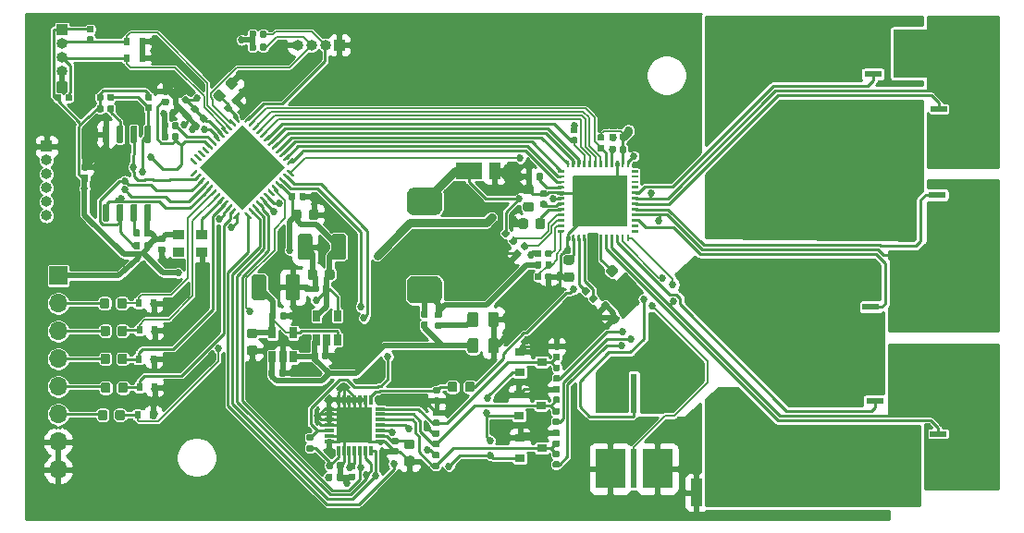
<source format=gtl>
%TF.GenerationSoftware,KiCad,Pcbnew,5.1.5-52549c5~84~ubuntu19.10.1*%
%TF.CreationDate,2019-12-19T07:38:22-05:00*%
%TF.ProjectId,bldc-controller,626c6463-2d63-46f6-9e74-726f6c6c6572,rev?*%
%TF.SameCoordinates,Original*%
%TF.FileFunction,Copper,L1,Top*%
%TF.FilePolarity,Positive*%
%FSLAX46Y46*%
G04 Gerber Fmt 4.6, Leading zero omitted, Abs format (unit mm)*
G04 Created by KiCad (PCBNEW 5.1.5-52549c5~84~ubuntu19.10.1) date 2019-12-19 07:38:22*
%MOMM*%
%LPD*%
G04 APERTURE LIST*
%ADD10O,1.000000X1.000000*%
%ADD11R,1.000000X1.000000*%
%ADD12C,0.100000*%
%ADD13R,0.615000X3.140000*%
%ADD14R,3.550000X4.410000*%
%ADD15R,1.350000X0.600000*%
%ADD16R,1.550000X0.600000*%
%ADD17C,2.400000*%
%ADD18R,2.400000X2.400000*%
%ADD19R,1.000000X0.900000*%
%ADD20R,0.650000X1.060000*%
%ADD21R,3.250000X3.250000*%
%ADD22R,0.950000X0.300000*%
%ADD23R,0.300000X0.950000*%
%ADD24R,2.790000X3.670000*%
%ADD25R,0.510000X3.670000*%
%ADD26O,1.700000X1.700000*%
%ADD27R,1.700000X1.700000*%
%ADD28R,3.440000X12.880000*%
%ADD29R,1.000000X2.500000*%
%ADD30R,0.600000X0.700000*%
%ADD31R,1.050000X1.500000*%
%ADD32R,2.400000X1.500000*%
%ADD33R,0.900000X0.800000*%
%ADD34C,0.685800*%
%ADD35C,0.254000*%
%ADD36C,0.508000*%
%ADD37C,0.152400*%
%ADD38C,0.762000*%
G04 APERTURE END LIST*
D10*
X19250000Y-121850000D03*
X19250000Y-120580000D03*
X19250000Y-119310000D03*
X19250000Y-118040000D03*
X19250000Y-116770000D03*
D11*
X19250000Y-115500000D03*
%TA.AperFunction,SMDPad,CuDef*%
D12*
G36*
X72359860Y-118210244D02*
G01*
X72364772Y-118210972D01*
X72369588Y-118212179D01*
X72374264Y-118213852D01*
X72378753Y-118215975D01*
X72383012Y-118218528D01*
X72387000Y-118221486D01*
X72390680Y-118224820D01*
X72394014Y-118228500D01*
X72396972Y-118232488D01*
X72399525Y-118236747D01*
X72401648Y-118241236D01*
X72403321Y-118245912D01*
X72404528Y-118250728D01*
X72405256Y-118255640D01*
X72405500Y-118260600D01*
X72405500Y-122759400D01*
X72405256Y-122764360D01*
X72404528Y-122769272D01*
X72403321Y-122774088D01*
X72401648Y-122778764D01*
X72399525Y-122783253D01*
X72396972Y-122787512D01*
X72394014Y-122791500D01*
X72390680Y-122795180D01*
X72387000Y-122798514D01*
X72383012Y-122801472D01*
X72378753Y-122804025D01*
X72374264Y-122806148D01*
X72369588Y-122807821D01*
X72364772Y-122809028D01*
X72359860Y-122809756D01*
X72354900Y-122810000D01*
X67481100Y-122810000D01*
X67476140Y-122809756D01*
X67471228Y-122809028D01*
X67466412Y-122807821D01*
X67461736Y-122806148D01*
X67457247Y-122804025D01*
X67452988Y-122801472D01*
X67449000Y-122798514D01*
X67445320Y-122795180D01*
X67441986Y-122791500D01*
X67439028Y-122787512D01*
X67436475Y-122783253D01*
X67434352Y-122778764D01*
X67432679Y-122774088D01*
X67431472Y-122769272D01*
X67430744Y-122764360D01*
X67430500Y-122759400D01*
X67430500Y-118260600D01*
X67430744Y-118255640D01*
X67431472Y-118250728D01*
X67432679Y-118245912D01*
X67434352Y-118241236D01*
X67436475Y-118236747D01*
X67439028Y-118232488D01*
X67441986Y-118228500D01*
X67445320Y-118224820D01*
X67449000Y-118221486D01*
X67452988Y-118218528D01*
X67457247Y-118215975D01*
X67461736Y-118213852D01*
X67466412Y-118212179D01*
X67471228Y-118210972D01*
X67476140Y-118210244D01*
X67481100Y-118210000D01*
X72354900Y-118210000D01*
X72359860Y-118210244D01*
G37*
%TD.AperFunction*%
%TA.AperFunction,SMDPad,CuDef*%
G36*
X66584902Y-123140241D02*
G01*
X66589755Y-123140961D01*
X66594515Y-123142153D01*
X66599135Y-123143806D01*
X66603570Y-123145904D01*
X66607779Y-123148426D01*
X66611720Y-123151349D01*
X66615356Y-123154644D01*
X66618651Y-123158280D01*
X66621574Y-123162221D01*
X66624096Y-123166430D01*
X66626194Y-123170865D01*
X66627847Y-123175485D01*
X66629039Y-123180245D01*
X66629759Y-123185098D01*
X66630000Y-123189999D01*
X66630000Y-123330001D01*
X66629759Y-123334902D01*
X66629039Y-123339755D01*
X66627847Y-123344515D01*
X66626194Y-123349135D01*
X66624096Y-123353570D01*
X66621574Y-123357779D01*
X66618651Y-123361720D01*
X66615356Y-123365356D01*
X66611720Y-123368651D01*
X66607779Y-123371574D01*
X66603570Y-123374096D01*
X66599135Y-123376194D01*
X66594515Y-123377847D01*
X66589755Y-123379039D01*
X66584902Y-123379759D01*
X66580001Y-123380000D01*
X66079999Y-123380000D01*
X66075098Y-123379759D01*
X66070245Y-123379039D01*
X66065485Y-123377847D01*
X66060865Y-123376194D01*
X66056430Y-123374096D01*
X66052221Y-123371574D01*
X66048280Y-123368651D01*
X66044644Y-123365356D01*
X66041349Y-123361720D01*
X66038426Y-123357779D01*
X66035904Y-123353570D01*
X66033806Y-123349135D01*
X66032153Y-123344515D01*
X66030961Y-123339755D01*
X66030241Y-123334902D01*
X66030000Y-123330001D01*
X66030000Y-123189999D01*
X66030241Y-123185098D01*
X66030961Y-123180245D01*
X66032153Y-123175485D01*
X66033806Y-123170865D01*
X66035904Y-123166430D01*
X66038426Y-123162221D01*
X66041349Y-123158280D01*
X66044644Y-123154644D01*
X66048280Y-123151349D01*
X66052221Y-123148426D01*
X66056430Y-123145904D01*
X66060865Y-123143806D01*
X66065485Y-123142153D01*
X66070245Y-123140961D01*
X66075098Y-123140241D01*
X66079999Y-123140000D01*
X66580001Y-123140000D01*
X66584902Y-123140241D01*
G37*
%TD.AperFunction*%
%TA.AperFunction,SMDPad,CuDef*%
G36*
X66584902Y-122640241D02*
G01*
X66589755Y-122640961D01*
X66594515Y-122642153D01*
X66599135Y-122643806D01*
X66603570Y-122645904D01*
X66607779Y-122648426D01*
X66611720Y-122651349D01*
X66615356Y-122654644D01*
X66618651Y-122658280D01*
X66621574Y-122662221D01*
X66624096Y-122666430D01*
X66626194Y-122670865D01*
X66627847Y-122675485D01*
X66629039Y-122680245D01*
X66629759Y-122685098D01*
X66630000Y-122689999D01*
X66630000Y-122830001D01*
X66629759Y-122834902D01*
X66629039Y-122839755D01*
X66627847Y-122844515D01*
X66626194Y-122849135D01*
X66624096Y-122853570D01*
X66621574Y-122857779D01*
X66618651Y-122861720D01*
X66615356Y-122865356D01*
X66611720Y-122868651D01*
X66607779Y-122871574D01*
X66603570Y-122874096D01*
X66599135Y-122876194D01*
X66594515Y-122877847D01*
X66589755Y-122879039D01*
X66584902Y-122879759D01*
X66580001Y-122880000D01*
X66079999Y-122880000D01*
X66075098Y-122879759D01*
X66070245Y-122879039D01*
X66065485Y-122877847D01*
X66060865Y-122876194D01*
X66056430Y-122874096D01*
X66052221Y-122871574D01*
X66048280Y-122868651D01*
X66044644Y-122865356D01*
X66041349Y-122861720D01*
X66038426Y-122857779D01*
X66035904Y-122853570D01*
X66033806Y-122849135D01*
X66032153Y-122844515D01*
X66030961Y-122839755D01*
X66030241Y-122834902D01*
X66030000Y-122830001D01*
X66030000Y-122689999D01*
X66030241Y-122685098D01*
X66030961Y-122680245D01*
X66032153Y-122675485D01*
X66033806Y-122670865D01*
X66035904Y-122666430D01*
X66038426Y-122662221D01*
X66041349Y-122658280D01*
X66044644Y-122654644D01*
X66048280Y-122651349D01*
X66052221Y-122648426D01*
X66056430Y-122645904D01*
X66060865Y-122643806D01*
X66065485Y-122642153D01*
X66070245Y-122640961D01*
X66075098Y-122640241D01*
X66079999Y-122640000D01*
X66580001Y-122640000D01*
X66584902Y-122640241D01*
G37*
%TD.AperFunction*%
%TA.AperFunction,SMDPad,CuDef*%
G36*
X66584902Y-122140241D02*
G01*
X66589755Y-122140961D01*
X66594515Y-122142153D01*
X66599135Y-122143806D01*
X66603570Y-122145904D01*
X66607779Y-122148426D01*
X66611720Y-122151349D01*
X66615356Y-122154644D01*
X66618651Y-122158280D01*
X66621574Y-122162221D01*
X66624096Y-122166430D01*
X66626194Y-122170865D01*
X66627847Y-122175485D01*
X66629039Y-122180245D01*
X66629759Y-122185098D01*
X66630000Y-122189999D01*
X66630000Y-122330001D01*
X66629759Y-122334902D01*
X66629039Y-122339755D01*
X66627847Y-122344515D01*
X66626194Y-122349135D01*
X66624096Y-122353570D01*
X66621574Y-122357779D01*
X66618651Y-122361720D01*
X66615356Y-122365356D01*
X66611720Y-122368651D01*
X66607779Y-122371574D01*
X66603570Y-122374096D01*
X66599135Y-122376194D01*
X66594515Y-122377847D01*
X66589755Y-122379039D01*
X66584902Y-122379759D01*
X66580001Y-122380000D01*
X66079999Y-122380000D01*
X66075098Y-122379759D01*
X66070245Y-122379039D01*
X66065485Y-122377847D01*
X66060865Y-122376194D01*
X66056430Y-122374096D01*
X66052221Y-122371574D01*
X66048280Y-122368651D01*
X66044644Y-122365356D01*
X66041349Y-122361720D01*
X66038426Y-122357779D01*
X66035904Y-122353570D01*
X66033806Y-122349135D01*
X66032153Y-122344515D01*
X66030961Y-122339755D01*
X66030241Y-122334902D01*
X66030000Y-122330001D01*
X66030000Y-122189999D01*
X66030241Y-122185098D01*
X66030961Y-122180245D01*
X66032153Y-122175485D01*
X66033806Y-122170865D01*
X66035904Y-122166430D01*
X66038426Y-122162221D01*
X66041349Y-122158280D01*
X66044644Y-122154644D01*
X66048280Y-122151349D01*
X66052221Y-122148426D01*
X66056430Y-122145904D01*
X66060865Y-122143806D01*
X66065485Y-122142153D01*
X66070245Y-122140961D01*
X66075098Y-122140241D01*
X66079999Y-122140000D01*
X66580001Y-122140000D01*
X66584902Y-122140241D01*
G37*
%TD.AperFunction*%
%TA.AperFunction,SMDPad,CuDef*%
G36*
X66584902Y-121640241D02*
G01*
X66589755Y-121640961D01*
X66594515Y-121642153D01*
X66599135Y-121643806D01*
X66603570Y-121645904D01*
X66607779Y-121648426D01*
X66611720Y-121651349D01*
X66615356Y-121654644D01*
X66618651Y-121658280D01*
X66621574Y-121662221D01*
X66624096Y-121666430D01*
X66626194Y-121670865D01*
X66627847Y-121675485D01*
X66629039Y-121680245D01*
X66629759Y-121685098D01*
X66630000Y-121689999D01*
X66630000Y-121830001D01*
X66629759Y-121834902D01*
X66629039Y-121839755D01*
X66627847Y-121844515D01*
X66626194Y-121849135D01*
X66624096Y-121853570D01*
X66621574Y-121857779D01*
X66618651Y-121861720D01*
X66615356Y-121865356D01*
X66611720Y-121868651D01*
X66607779Y-121871574D01*
X66603570Y-121874096D01*
X66599135Y-121876194D01*
X66594515Y-121877847D01*
X66589755Y-121879039D01*
X66584902Y-121879759D01*
X66580001Y-121880000D01*
X66079999Y-121880000D01*
X66075098Y-121879759D01*
X66070245Y-121879039D01*
X66065485Y-121877847D01*
X66060865Y-121876194D01*
X66056430Y-121874096D01*
X66052221Y-121871574D01*
X66048280Y-121868651D01*
X66044644Y-121865356D01*
X66041349Y-121861720D01*
X66038426Y-121857779D01*
X66035904Y-121853570D01*
X66033806Y-121849135D01*
X66032153Y-121844515D01*
X66030961Y-121839755D01*
X66030241Y-121834902D01*
X66030000Y-121830001D01*
X66030000Y-121689999D01*
X66030241Y-121685098D01*
X66030961Y-121680245D01*
X66032153Y-121675485D01*
X66033806Y-121670865D01*
X66035904Y-121666430D01*
X66038426Y-121662221D01*
X66041349Y-121658280D01*
X66044644Y-121654644D01*
X66048280Y-121651349D01*
X66052221Y-121648426D01*
X66056430Y-121645904D01*
X66060865Y-121643806D01*
X66065485Y-121642153D01*
X66070245Y-121640961D01*
X66075098Y-121640241D01*
X66079999Y-121640000D01*
X66580001Y-121640000D01*
X66584902Y-121640241D01*
G37*
%TD.AperFunction*%
%TA.AperFunction,SMDPad,CuDef*%
G36*
X66584902Y-121140241D02*
G01*
X66589755Y-121140961D01*
X66594515Y-121142153D01*
X66599135Y-121143806D01*
X66603570Y-121145904D01*
X66607779Y-121148426D01*
X66611720Y-121151349D01*
X66615356Y-121154644D01*
X66618651Y-121158280D01*
X66621574Y-121162221D01*
X66624096Y-121166430D01*
X66626194Y-121170865D01*
X66627847Y-121175485D01*
X66629039Y-121180245D01*
X66629759Y-121185098D01*
X66630000Y-121189999D01*
X66630000Y-121330001D01*
X66629759Y-121334902D01*
X66629039Y-121339755D01*
X66627847Y-121344515D01*
X66626194Y-121349135D01*
X66624096Y-121353570D01*
X66621574Y-121357779D01*
X66618651Y-121361720D01*
X66615356Y-121365356D01*
X66611720Y-121368651D01*
X66607779Y-121371574D01*
X66603570Y-121374096D01*
X66599135Y-121376194D01*
X66594515Y-121377847D01*
X66589755Y-121379039D01*
X66584902Y-121379759D01*
X66580001Y-121380000D01*
X66079999Y-121380000D01*
X66075098Y-121379759D01*
X66070245Y-121379039D01*
X66065485Y-121377847D01*
X66060865Y-121376194D01*
X66056430Y-121374096D01*
X66052221Y-121371574D01*
X66048280Y-121368651D01*
X66044644Y-121365356D01*
X66041349Y-121361720D01*
X66038426Y-121357779D01*
X66035904Y-121353570D01*
X66033806Y-121349135D01*
X66032153Y-121344515D01*
X66030961Y-121339755D01*
X66030241Y-121334902D01*
X66030000Y-121330001D01*
X66030000Y-121189999D01*
X66030241Y-121185098D01*
X66030961Y-121180245D01*
X66032153Y-121175485D01*
X66033806Y-121170865D01*
X66035904Y-121166430D01*
X66038426Y-121162221D01*
X66041349Y-121158280D01*
X66044644Y-121154644D01*
X66048280Y-121151349D01*
X66052221Y-121148426D01*
X66056430Y-121145904D01*
X66060865Y-121143806D01*
X66065485Y-121142153D01*
X66070245Y-121140961D01*
X66075098Y-121140241D01*
X66079999Y-121140000D01*
X66580001Y-121140000D01*
X66584902Y-121140241D01*
G37*
%TD.AperFunction*%
%TA.AperFunction,SMDPad,CuDef*%
G36*
X66584902Y-120640241D02*
G01*
X66589755Y-120640961D01*
X66594515Y-120642153D01*
X66599135Y-120643806D01*
X66603570Y-120645904D01*
X66607779Y-120648426D01*
X66611720Y-120651349D01*
X66615356Y-120654644D01*
X66618651Y-120658280D01*
X66621574Y-120662221D01*
X66624096Y-120666430D01*
X66626194Y-120670865D01*
X66627847Y-120675485D01*
X66629039Y-120680245D01*
X66629759Y-120685098D01*
X66630000Y-120689999D01*
X66630000Y-120830001D01*
X66629759Y-120834902D01*
X66629039Y-120839755D01*
X66627847Y-120844515D01*
X66626194Y-120849135D01*
X66624096Y-120853570D01*
X66621574Y-120857779D01*
X66618651Y-120861720D01*
X66615356Y-120865356D01*
X66611720Y-120868651D01*
X66607779Y-120871574D01*
X66603570Y-120874096D01*
X66599135Y-120876194D01*
X66594515Y-120877847D01*
X66589755Y-120879039D01*
X66584902Y-120879759D01*
X66580001Y-120880000D01*
X66079999Y-120880000D01*
X66075098Y-120879759D01*
X66070245Y-120879039D01*
X66065485Y-120877847D01*
X66060865Y-120876194D01*
X66056430Y-120874096D01*
X66052221Y-120871574D01*
X66048280Y-120868651D01*
X66044644Y-120865356D01*
X66041349Y-120861720D01*
X66038426Y-120857779D01*
X66035904Y-120853570D01*
X66033806Y-120849135D01*
X66032153Y-120844515D01*
X66030961Y-120839755D01*
X66030241Y-120834902D01*
X66030000Y-120830001D01*
X66030000Y-120689999D01*
X66030241Y-120685098D01*
X66030961Y-120680245D01*
X66032153Y-120675485D01*
X66033806Y-120670865D01*
X66035904Y-120666430D01*
X66038426Y-120662221D01*
X66041349Y-120658280D01*
X66044644Y-120654644D01*
X66048280Y-120651349D01*
X66052221Y-120648426D01*
X66056430Y-120645904D01*
X66060865Y-120643806D01*
X66065485Y-120642153D01*
X66070245Y-120640961D01*
X66075098Y-120640241D01*
X66079999Y-120640000D01*
X66580001Y-120640000D01*
X66584902Y-120640241D01*
G37*
%TD.AperFunction*%
%TA.AperFunction,SMDPad,CuDef*%
G36*
X66584902Y-120140241D02*
G01*
X66589755Y-120140961D01*
X66594515Y-120142153D01*
X66599135Y-120143806D01*
X66603570Y-120145904D01*
X66607779Y-120148426D01*
X66611720Y-120151349D01*
X66615356Y-120154644D01*
X66618651Y-120158280D01*
X66621574Y-120162221D01*
X66624096Y-120166430D01*
X66626194Y-120170865D01*
X66627847Y-120175485D01*
X66629039Y-120180245D01*
X66629759Y-120185098D01*
X66630000Y-120189999D01*
X66630000Y-120330001D01*
X66629759Y-120334902D01*
X66629039Y-120339755D01*
X66627847Y-120344515D01*
X66626194Y-120349135D01*
X66624096Y-120353570D01*
X66621574Y-120357779D01*
X66618651Y-120361720D01*
X66615356Y-120365356D01*
X66611720Y-120368651D01*
X66607779Y-120371574D01*
X66603570Y-120374096D01*
X66599135Y-120376194D01*
X66594515Y-120377847D01*
X66589755Y-120379039D01*
X66584902Y-120379759D01*
X66580001Y-120380000D01*
X66079999Y-120380000D01*
X66075098Y-120379759D01*
X66070245Y-120379039D01*
X66065485Y-120377847D01*
X66060865Y-120376194D01*
X66056430Y-120374096D01*
X66052221Y-120371574D01*
X66048280Y-120368651D01*
X66044644Y-120365356D01*
X66041349Y-120361720D01*
X66038426Y-120357779D01*
X66035904Y-120353570D01*
X66033806Y-120349135D01*
X66032153Y-120344515D01*
X66030961Y-120339755D01*
X66030241Y-120334902D01*
X66030000Y-120330001D01*
X66030000Y-120189999D01*
X66030241Y-120185098D01*
X66030961Y-120180245D01*
X66032153Y-120175485D01*
X66033806Y-120170865D01*
X66035904Y-120166430D01*
X66038426Y-120162221D01*
X66041349Y-120158280D01*
X66044644Y-120154644D01*
X66048280Y-120151349D01*
X66052221Y-120148426D01*
X66056430Y-120145904D01*
X66060865Y-120143806D01*
X66065485Y-120142153D01*
X66070245Y-120140961D01*
X66075098Y-120140241D01*
X66079999Y-120140000D01*
X66580001Y-120140000D01*
X66584902Y-120140241D01*
G37*
%TD.AperFunction*%
%TA.AperFunction,SMDPad,CuDef*%
G36*
X66584902Y-119640241D02*
G01*
X66589755Y-119640961D01*
X66594515Y-119642153D01*
X66599135Y-119643806D01*
X66603570Y-119645904D01*
X66607779Y-119648426D01*
X66611720Y-119651349D01*
X66615356Y-119654644D01*
X66618651Y-119658280D01*
X66621574Y-119662221D01*
X66624096Y-119666430D01*
X66626194Y-119670865D01*
X66627847Y-119675485D01*
X66629039Y-119680245D01*
X66629759Y-119685098D01*
X66630000Y-119689999D01*
X66630000Y-119830001D01*
X66629759Y-119834902D01*
X66629039Y-119839755D01*
X66627847Y-119844515D01*
X66626194Y-119849135D01*
X66624096Y-119853570D01*
X66621574Y-119857779D01*
X66618651Y-119861720D01*
X66615356Y-119865356D01*
X66611720Y-119868651D01*
X66607779Y-119871574D01*
X66603570Y-119874096D01*
X66599135Y-119876194D01*
X66594515Y-119877847D01*
X66589755Y-119879039D01*
X66584902Y-119879759D01*
X66580001Y-119880000D01*
X66079999Y-119880000D01*
X66075098Y-119879759D01*
X66070245Y-119879039D01*
X66065485Y-119877847D01*
X66060865Y-119876194D01*
X66056430Y-119874096D01*
X66052221Y-119871574D01*
X66048280Y-119868651D01*
X66044644Y-119865356D01*
X66041349Y-119861720D01*
X66038426Y-119857779D01*
X66035904Y-119853570D01*
X66033806Y-119849135D01*
X66032153Y-119844515D01*
X66030961Y-119839755D01*
X66030241Y-119834902D01*
X66030000Y-119830001D01*
X66030000Y-119689999D01*
X66030241Y-119685098D01*
X66030961Y-119680245D01*
X66032153Y-119675485D01*
X66033806Y-119670865D01*
X66035904Y-119666430D01*
X66038426Y-119662221D01*
X66041349Y-119658280D01*
X66044644Y-119654644D01*
X66048280Y-119651349D01*
X66052221Y-119648426D01*
X66056430Y-119645904D01*
X66060865Y-119643806D01*
X66065485Y-119642153D01*
X66070245Y-119640961D01*
X66075098Y-119640241D01*
X66079999Y-119640000D01*
X66580001Y-119640000D01*
X66584902Y-119640241D01*
G37*
%TD.AperFunction*%
%TA.AperFunction,SMDPad,CuDef*%
G36*
X66584902Y-119140241D02*
G01*
X66589755Y-119140961D01*
X66594515Y-119142153D01*
X66599135Y-119143806D01*
X66603570Y-119145904D01*
X66607779Y-119148426D01*
X66611720Y-119151349D01*
X66615356Y-119154644D01*
X66618651Y-119158280D01*
X66621574Y-119162221D01*
X66624096Y-119166430D01*
X66626194Y-119170865D01*
X66627847Y-119175485D01*
X66629039Y-119180245D01*
X66629759Y-119185098D01*
X66630000Y-119189999D01*
X66630000Y-119330001D01*
X66629759Y-119334902D01*
X66629039Y-119339755D01*
X66627847Y-119344515D01*
X66626194Y-119349135D01*
X66624096Y-119353570D01*
X66621574Y-119357779D01*
X66618651Y-119361720D01*
X66615356Y-119365356D01*
X66611720Y-119368651D01*
X66607779Y-119371574D01*
X66603570Y-119374096D01*
X66599135Y-119376194D01*
X66594515Y-119377847D01*
X66589755Y-119379039D01*
X66584902Y-119379759D01*
X66580001Y-119380000D01*
X66079999Y-119380000D01*
X66075098Y-119379759D01*
X66070245Y-119379039D01*
X66065485Y-119377847D01*
X66060865Y-119376194D01*
X66056430Y-119374096D01*
X66052221Y-119371574D01*
X66048280Y-119368651D01*
X66044644Y-119365356D01*
X66041349Y-119361720D01*
X66038426Y-119357779D01*
X66035904Y-119353570D01*
X66033806Y-119349135D01*
X66032153Y-119344515D01*
X66030961Y-119339755D01*
X66030241Y-119334902D01*
X66030000Y-119330001D01*
X66030000Y-119189999D01*
X66030241Y-119185098D01*
X66030961Y-119180245D01*
X66032153Y-119175485D01*
X66033806Y-119170865D01*
X66035904Y-119166430D01*
X66038426Y-119162221D01*
X66041349Y-119158280D01*
X66044644Y-119154644D01*
X66048280Y-119151349D01*
X66052221Y-119148426D01*
X66056430Y-119145904D01*
X66060865Y-119143806D01*
X66065485Y-119142153D01*
X66070245Y-119140961D01*
X66075098Y-119140241D01*
X66079999Y-119140000D01*
X66580001Y-119140000D01*
X66584902Y-119140241D01*
G37*
%TD.AperFunction*%
%TA.AperFunction,SMDPad,CuDef*%
G36*
X66584902Y-118640241D02*
G01*
X66589755Y-118640961D01*
X66594515Y-118642153D01*
X66599135Y-118643806D01*
X66603570Y-118645904D01*
X66607779Y-118648426D01*
X66611720Y-118651349D01*
X66615356Y-118654644D01*
X66618651Y-118658280D01*
X66621574Y-118662221D01*
X66624096Y-118666430D01*
X66626194Y-118670865D01*
X66627847Y-118675485D01*
X66629039Y-118680245D01*
X66629759Y-118685098D01*
X66630000Y-118689999D01*
X66630000Y-118830001D01*
X66629759Y-118834902D01*
X66629039Y-118839755D01*
X66627847Y-118844515D01*
X66626194Y-118849135D01*
X66624096Y-118853570D01*
X66621574Y-118857779D01*
X66618651Y-118861720D01*
X66615356Y-118865356D01*
X66611720Y-118868651D01*
X66607779Y-118871574D01*
X66603570Y-118874096D01*
X66599135Y-118876194D01*
X66594515Y-118877847D01*
X66589755Y-118879039D01*
X66584902Y-118879759D01*
X66580001Y-118880000D01*
X66079999Y-118880000D01*
X66075098Y-118879759D01*
X66070245Y-118879039D01*
X66065485Y-118877847D01*
X66060865Y-118876194D01*
X66056430Y-118874096D01*
X66052221Y-118871574D01*
X66048280Y-118868651D01*
X66044644Y-118865356D01*
X66041349Y-118861720D01*
X66038426Y-118857779D01*
X66035904Y-118853570D01*
X66033806Y-118849135D01*
X66032153Y-118844515D01*
X66030961Y-118839755D01*
X66030241Y-118834902D01*
X66030000Y-118830001D01*
X66030000Y-118689999D01*
X66030241Y-118685098D01*
X66030961Y-118680245D01*
X66032153Y-118675485D01*
X66033806Y-118670865D01*
X66035904Y-118666430D01*
X66038426Y-118662221D01*
X66041349Y-118658280D01*
X66044644Y-118654644D01*
X66048280Y-118651349D01*
X66052221Y-118648426D01*
X66056430Y-118645904D01*
X66060865Y-118643806D01*
X66065485Y-118642153D01*
X66070245Y-118640961D01*
X66075098Y-118640241D01*
X66079999Y-118640000D01*
X66580001Y-118640000D01*
X66584902Y-118640241D01*
G37*
%TD.AperFunction*%
%TA.AperFunction,SMDPad,CuDef*%
G36*
X66584902Y-118140241D02*
G01*
X66589755Y-118140961D01*
X66594515Y-118142153D01*
X66599135Y-118143806D01*
X66603570Y-118145904D01*
X66607779Y-118148426D01*
X66611720Y-118151349D01*
X66615356Y-118154644D01*
X66618651Y-118158280D01*
X66621574Y-118162221D01*
X66624096Y-118166430D01*
X66626194Y-118170865D01*
X66627847Y-118175485D01*
X66629039Y-118180245D01*
X66629759Y-118185098D01*
X66630000Y-118189999D01*
X66630000Y-118330001D01*
X66629759Y-118334902D01*
X66629039Y-118339755D01*
X66627847Y-118344515D01*
X66626194Y-118349135D01*
X66624096Y-118353570D01*
X66621574Y-118357779D01*
X66618651Y-118361720D01*
X66615356Y-118365356D01*
X66611720Y-118368651D01*
X66607779Y-118371574D01*
X66603570Y-118374096D01*
X66599135Y-118376194D01*
X66594515Y-118377847D01*
X66589755Y-118379039D01*
X66584902Y-118379759D01*
X66580001Y-118380000D01*
X66079999Y-118380000D01*
X66075098Y-118379759D01*
X66070245Y-118379039D01*
X66065485Y-118377847D01*
X66060865Y-118376194D01*
X66056430Y-118374096D01*
X66052221Y-118371574D01*
X66048280Y-118368651D01*
X66044644Y-118365356D01*
X66041349Y-118361720D01*
X66038426Y-118357779D01*
X66035904Y-118353570D01*
X66033806Y-118349135D01*
X66032153Y-118344515D01*
X66030961Y-118339755D01*
X66030241Y-118334902D01*
X66030000Y-118330001D01*
X66030000Y-118189999D01*
X66030241Y-118185098D01*
X66030961Y-118180245D01*
X66032153Y-118175485D01*
X66033806Y-118170865D01*
X66035904Y-118166430D01*
X66038426Y-118162221D01*
X66041349Y-118158280D01*
X66044644Y-118154644D01*
X66048280Y-118151349D01*
X66052221Y-118148426D01*
X66056430Y-118145904D01*
X66060865Y-118143806D01*
X66065485Y-118142153D01*
X66070245Y-118140961D01*
X66075098Y-118140241D01*
X66079999Y-118140000D01*
X66580001Y-118140000D01*
X66584902Y-118140241D01*
G37*
%TD.AperFunction*%
%TA.AperFunction,SMDPad,CuDef*%
G36*
X66584902Y-117640241D02*
G01*
X66589755Y-117640961D01*
X66594515Y-117642153D01*
X66599135Y-117643806D01*
X66603570Y-117645904D01*
X66607779Y-117648426D01*
X66611720Y-117651349D01*
X66615356Y-117654644D01*
X66618651Y-117658280D01*
X66621574Y-117662221D01*
X66624096Y-117666430D01*
X66626194Y-117670865D01*
X66627847Y-117675485D01*
X66629039Y-117680245D01*
X66629759Y-117685098D01*
X66630000Y-117689999D01*
X66630000Y-117830001D01*
X66629759Y-117834902D01*
X66629039Y-117839755D01*
X66627847Y-117844515D01*
X66626194Y-117849135D01*
X66624096Y-117853570D01*
X66621574Y-117857779D01*
X66618651Y-117861720D01*
X66615356Y-117865356D01*
X66611720Y-117868651D01*
X66607779Y-117871574D01*
X66603570Y-117874096D01*
X66599135Y-117876194D01*
X66594515Y-117877847D01*
X66589755Y-117879039D01*
X66584902Y-117879759D01*
X66580001Y-117880000D01*
X66079999Y-117880000D01*
X66075098Y-117879759D01*
X66070245Y-117879039D01*
X66065485Y-117877847D01*
X66060865Y-117876194D01*
X66056430Y-117874096D01*
X66052221Y-117871574D01*
X66048280Y-117868651D01*
X66044644Y-117865356D01*
X66041349Y-117861720D01*
X66038426Y-117857779D01*
X66035904Y-117853570D01*
X66033806Y-117849135D01*
X66032153Y-117844515D01*
X66030961Y-117839755D01*
X66030241Y-117834902D01*
X66030000Y-117830001D01*
X66030000Y-117689999D01*
X66030241Y-117685098D01*
X66030961Y-117680245D01*
X66032153Y-117675485D01*
X66033806Y-117670865D01*
X66035904Y-117666430D01*
X66038426Y-117662221D01*
X66041349Y-117658280D01*
X66044644Y-117654644D01*
X66048280Y-117651349D01*
X66052221Y-117648426D01*
X66056430Y-117645904D01*
X66060865Y-117643806D01*
X66065485Y-117642153D01*
X66070245Y-117640961D01*
X66075098Y-117640241D01*
X66079999Y-117640000D01*
X66580001Y-117640000D01*
X66584902Y-117640241D01*
G37*
%TD.AperFunction*%
%TA.AperFunction,SMDPad,CuDef*%
G36*
X67054902Y-116810241D02*
G01*
X67059755Y-116810961D01*
X67064515Y-116812153D01*
X67069135Y-116813806D01*
X67073570Y-116815904D01*
X67077779Y-116818426D01*
X67081720Y-116821349D01*
X67085356Y-116824644D01*
X67088651Y-116828280D01*
X67091574Y-116832221D01*
X67094096Y-116836430D01*
X67096194Y-116840865D01*
X67097847Y-116845485D01*
X67099039Y-116850245D01*
X67099759Y-116855098D01*
X67100000Y-116859999D01*
X67100000Y-117360001D01*
X67099759Y-117364902D01*
X67099039Y-117369755D01*
X67097847Y-117374515D01*
X67096194Y-117379135D01*
X67094096Y-117383570D01*
X67091574Y-117387779D01*
X67088651Y-117391720D01*
X67085356Y-117395356D01*
X67081720Y-117398651D01*
X67077779Y-117401574D01*
X67073570Y-117404096D01*
X67069135Y-117406194D01*
X67064515Y-117407847D01*
X67059755Y-117409039D01*
X67054902Y-117409759D01*
X67050001Y-117410000D01*
X66909999Y-117410000D01*
X66905098Y-117409759D01*
X66900245Y-117409039D01*
X66895485Y-117407847D01*
X66890865Y-117406194D01*
X66886430Y-117404096D01*
X66882221Y-117401574D01*
X66878280Y-117398651D01*
X66874644Y-117395356D01*
X66871349Y-117391720D01*
X66868426Y-117387779D01*
X66865904Y-117383570D01*
X66863806Y-117379135D01*
X66862153Y-117374515D01*
X66860961Y-117369755D01*
X66860241Y-117364902D01*
X66860000Y-117360001D01*
X66860000Y-116859999D01*
X66860241Y-116855098D01*
X66860961Y-116850245D01*
X66862153Y-116845485D01*
X66863806Y-116840865D01*
X66865904Y-116836430D01*
X66868426Y-116832221D01*
X66871349Y-116828280D01*
X66874644Y-116824644D01*
X66878280Y-116821349D01*
X66882221Y-116818426D01*
X66886430Y-116815904D01*
X66890865Y-116813806D01*
X66895485Y-116812153D01*
X66900245Y-116810961D01*
X66905098Y-116810241D01*
X66909999Y-116810000D01*
X67050001Y-116810000D01*
X67054902Y-116810241D01*
G37*
%TD.AperFunction*%
%TA.AperFunction,SMDPad,CuDef*%
G36*
X67554902Y-116810241D02*
G01*
X67559755Y-116810961D01*
X67564515Y-116812153D01*
X67569135Y-116813806D01*
X67573570Y-116815904D01*
X67577779Y-116818426D01*
X67581720Y-116821349D01*
X67585356Y-116824644D01*
X67588651Y-116828280D01*
X67591574Y-116832221D01*
X67594096Y-116836430D01*
X67596194Y-116840865D01*
X67597847Y-116845485D01*
X67599039Y-116850245D01*
X67599759Y-116855098D01*
X67600000Y-116859999D01*
X67600000Y-117360001D01*
X67599759Y-117364902D01*
X67599039Y-117369755D01*
X67597847Y-117374515D01*
X67596194Y-117379135D01*
X67594096Y-117383570D01*
X67591574Y-117387779D01*
X67588651Y-117391720D01*
X67585356Y-117395356D01*
X67581720Y-117398651D01*
X67577779Y-117401574D01*
X67573570Y-117404096D01*
X67569135Y-117406194D01*
X67564515Y-117407847D01*
X67559755Y-117409039D01*
X67554902Y-117409759D01*
X67550001Y-117410000D01*
X67409999Y-117410000D01*
X67405098Y-117409759D01*
X67400245Y-117409039D01*
X67395485Y-117407847D01*
X67390865Y-117406194D01*
X67386430Y-117404096D01*
X67382221Y-117401574D01*
X67378280Y-117398651D01*
X67374644Y-117395356D01*
X67371349Y-117391720D01*
X67368426Y-117387779D01*
X67365904Y-117383570D01*
X67363806Y-117379135D01*
X67362153Y-117374515D01*
X67360961Y-117369755D01*
X67360241Y-117364902D01*
X67360000Y-117360001D01*
X67360000Y-116859999D01*
X67360241Y-116855098D01*
X67360961Y-116850245D01*
X67362153Y-116845485D01*
X67363806Y-116840865D01*
X67365904Y-116836430D01*
X67368426Y-116832221D01*
X67371349Y-116828280D01*
X67374644Y-116824644D01*
X67378280Y-116821349D01*
X67382221Y-116818426D01*
X67386430Y-116815904D01*
X67390865Y-116813806D01*
X67395485Y-116812153D01*
X67400245Y-116810961D01*
X67405098Y-116810241D01*
X67409999Y-116810000D01*
X67550001Y-116810000D01*
X67554902Y-116810241D01*
G37*
%TD.AperFunction*%
%TA.AperFunction,SMDPad,CuDef*%
G36*
X68054902Y-116810241D02*
G01*
X68059755Y-116810961D01*
X68064515Y-116812153D01*
X68069135Y-116813806D01*
X68073570Y-116815904D01*
X68077779Y-116818426D01*
X68081720Y-116821349D01*
X68085356Y-116824644D01*
X68088651Y-116828280D01*
X68091574Y-116832221D01*
X68094096Y-116836430D01*
X68096194Y-116840865D01*
X68097847Y-116845485D01*
X68099039Y-116850245D01*
X68099759Y-116855098D01*
X68100000Y-116859999D01*
X68100000Y-117360001D01*
X68099759Y-117364902D01*
X68099039Y-117369755D01*
X68097847Y-117374515D01*
X68096194Y-117379135D01*
X68094096Y-117383570D01*
X68091574Y-117387779D01*
X68088651Y-117391720D01*
X68085356Y-117395356D01*
X68081720Y-117398651D01*
X68077779Y-117401574D01*
X68073570Y-117404096D01*
X68069135Y-117406194D01*
X68064515Y-117407847D01*
X68059755Y-117409039D01*
X68054902Y-117409759D01*
X68050001Y-117410000D01*
X67909999Y-117410000D01*
X67905098Y-117409759D01*
X67900245Y-117409039D01*
X67895485Y-117407847D01*
X67890865Y-117406194D01*
X67886430Y-117404096D01*
X67882221Y-117401574D01*
X67878280Y-117398651D01*
X67874644Y-117395356D01*
X67871349Y-117391720D01*
X67868426Y-117387779D01*
X67865904Y-117383570D01*
X67863806Y-117379135D01*
X67862153Y-117374515D01*
X67860961Y-117369755D01*
X67860241Y-117364902D01*
X67860000Y-117360001D01*
X67860000Y-116859999D01*
X67860241Y-116855098D01*
X67860961Y-116850245D01*
X67862153Y-116845485D01*
X67863806Y-116840865D01*
X67865904Y-116836430D01*
X67868426Y-116832221D01*
X67871349Y-116828280D01*
X67874644Y-116824644D01*
X67878280Y-116821349D01*
X67882221Y-116818426D01*
X67886430Y-116815904D01*
X67890865Y-116813806D01*
X67895485Y-116812153D01*
X67900245Y-116810961D01*
X67905098Y-116810241D01*
X67909999Y-116810000D01*
X68050001Y-116810000D01*
X68054902Y-116810241D01*
G37*
%TD.AperFunction*%
%TA.AperFunction,SMDPad,CuDef*%
G36*
X68554902Y-116810241D02*
G01*
X68559755Y-116810961D01*
X68564515Y-116812153D01*
X68569135Y-116813806D01*
X68573570Y-116815904D01*
X68577779Y-116818426D01*
X68581720Y-116821349D01*
X68585356Y-116824644D01*
X68588651Y-116828280D01*
X68591574Y-116832221D01*
X68594096Y-116836430D01*
X68596194Y-116840865D01*
X68597847Y-116845485D01*
X68599039Y-116850245D01*
X68599759Y-116855098D01*
X68600000Y-116859999D01*
X68600000Y-117360001D01*
X68599759Y-117364902D01*
X68599039Y-117369755D01*
X68597847Y-117374515D01*
X68596194Y-117379135D01*
X68594096Y-117383570D01*
X68591574Y-117387779D01*
X68588651Y-117391720D01*
X68585356Y-117395356D01*
X68581720Y-117398651D01*
X68577779Y-117401574D01*
X68573570Y-117404096D01*
X68569135Y-117406194D01*
X68564515Y-117407847D01*
X68559755Y-117409039D01*
X68554902Y-117409759D01*
X68550001Y-117410000D01*
X68409999Y-117410000D01*
X68405098Y-117409759D01*
X68400245Y-117409039D01*
X68395485Y-117407847D01*
X68390865Y-117406194D01*
X68386430Y-117404096D01*
X68382221Y-117401574D01*
X68378280Y-117398651D01*
X68374644Y-117395356D01*
X68371349Y-117391720D01*
X68368426Y-117387779D01*
X68365904Y-117383570D01*
X68363806Y-117379135D01*
X68362153Y-117374515D01*
X68360961Y-117369755D01*
X68360241Y-117364902D01*
X68360000Y-117360001D01*
X68360000Y-116859999D01*
X68360241Y-116855098D01*
X68360961Y-116850245D01*
X68362153Y-116845485D01*
X68363806Y-116840865D01*
X68365904Y-116836430D01*
X68368426Y-116832221D01*
X68371349Y-116828280D01*
X68374644Y-116824644D01*
X68378280Y-116821349D01*
X68382221Y-116818426D01*
X68386430Y-116815904D01*
X68390865Y-116813806D01*
X68395485Y-116812153D01*
X68400245Y-116810961D01*
X68405098Y-116810241D01*
X68409999Y-116810000D01*
X68550001Y-116810000D01*
X68554902Y-116810241D01*
G37*
%TD.AperFunction*%
%TA.AperFunction,SMDPad,CuDef*%
G36*
X69054902Y-116810241D02*
G01*
X69059755Y-116810961D01*
X69064515Y-116812153D01*
X69069135Y-116813806D01*
X69073570Y-116815904D01*
X69077779Y-116818426D01*
X69081720Y-116821349D01*
X69085356Y-116824644D01*
X69088651Y-116828280D01*
X69091574Y-116832221D01*
X69094096Y-116836430D01*
X69096194Y-116840865D01*
X69097847Y-116845485D01*
X69099039Y-116850245D01*
X69099759Y-116855098D01*
X69100000Y-116859999D01*
X69100000Y-117360001D01*
X69099759Y-117364902D01*
X69099039Y-117369755D01*
X69097847Y-117374515D01*
X69096194Y-117379135D01*
X69094096Y-117383570D01*
X69091574Y-117387779D01*
X69088651Y-117391720D01*
X69085356Y-117395356D01*
X69081720Y-117398651D01*
X69077779Y-117401574D01*
X69073570Y-117404096D01*
X69069135Y-117406194D01*
X69064515Y-117407847D01*
X69059755Y-117409039D01*
X69054902Y-117409759D01*
X69050001Y-117410000D01*
X68909999Y-117410000D01*
X68905098Y-117409759D01*
X68900245Y-117409039D01*
X68895485Y-117407847D01*
X68890865Y-117406194D01*
X68886430Y-117404096D01*
X68882221Y-117401574D01*
X68878280Y-117398651D01*
X68874644Y-117395356D01*
X68871349Y-117391720D01*
X68868426Y-117387779D01*
X68865904Y-117383570D01*
X68863806Y-117379135D01*
X68862153Y-117374515D01*
X68860961Y-117369755D01*
X68860241Y-117364902D01*
X68860000Y-117360001D01*
X68860000Y-116859999D01*
X68860241Y-116855098D01*
X68860961Y-116850245D01*
X68862153Y-116845485D01*
X68863806Y-116840865D01*
X68865904Y-116836430D01*
X68868426Y-116832221D01*
X68871349Y-116828280D01*
X68874644Y-116824644D01*
X68878280Y-116821349D01*
X68882221Y-116818426D01*
X68886430Y-116815904D01*
X68890865Y-116813806D01*
X68895485Y-116812153D01*
X68900245Y-116810961D01*
X68905098Y-116810241D01*
X68909999Y-116810000D01*
X69050001Y-116810000D01*
X69054902Y-116810241D01*
G37*
%TD.AperFunction*%
%TA.AperFunction,SMDPad,CuDef*%
G36*
X69554902Y-116810241D02*
G01*
X69559755Y-116810961D01*
X69564515Y-116812153D01*
X69569135Y-116813806D01*
X69573570Y-116815904D01*
X69577779Y-116818426D01*
X69581720Y-116821349D01*
X69585356Y-116824644D01*
X69588651Y-116828280D01*
X69591574Y-116832221D01*
X69594096Y-116836430D01*
X69596194Y-116840865D01*
X69597847Y-116845485D01*
X69599039Y-116850245D01*
X69599759Y-116855098D01*
X69600000Y-116859999D01*
X69600000Y-117360001D01*
X69599759Y-117364902D01*
X69599039Y-117369755D01*
X69597847Y-117374515D01*
X69596194Y-117379135D01*
X69594096Y-117383570D01*
X69591574Y-117387779D01*
X69588651Y-117391720D01*
X69585356Y-117395356D01*
X69581720Y-117398651D01*
X69577779Y-117401574D01*
X69573570Y-117404096D01*
X69569135Y-117406194D01*
X69564515Y-117407847D01*
X69559755Y-117409039D01*
X69554902Y-117409759D01*
X69550001Y-117410000D01*
X69409999Y-117410000D01*
X69405098Y-117409759D01*
X69400245Y-117409039D01*
X69395485Y-117407847D01*
X69390865Y-117406194D01*
X69386430Y-117404096D01*
X69382221Y-117401574D01*
X69378280Y-117398651D01*
X69374644Y-117395356D01*
X69371349Y-117391720D01*
X69368426Y-117387779D01*
X69365904Y-117383570D01*
X69363806Y-117379135D01*
X69362153Y-117374515D01*
X69360961Y-117369755D01*
X69360241Y-117364902D01*
X69360000Y-117360001D01*
X69360000Y-116859999D01*
X69360241Y-116855098D01*
X69360961Y-116850245D01*
X69362153Y-116845485D01*
X69363806Y-116840865D01*
X69365904Y-116836430D01*
X69368426Y-116832221D01*
X69371349Y-116828280D01*
X69374644Y-116824644D01*
X69378280Y-116821349D01*
X69382221Y-116818426D01*
X69386430Y-116815904D01*
X69390865Y-116813806D01*
X69395485Y-116812153D01*
X69400245Y-116810961D01*
X69405098Y-116810241D01*
X69409999Y-116810000D01*
X69550001Y-116810000D01*
X69554902Y-116810241D01*
G37*
%TD.AperFunction*%
%TA.AperFunction,SMDPad,CuDef*%
G36*
X70054902Y-116810241D02*
G01*
X70059755Y-116810961D01*
X70064515Y-116812153D01*
X70069135Y-116813806D01*
X70073570Y-116815904D01*
X70077779Y-116818426D01*
X70081720Y-116821349D01*
X70085356Y-116824644D01*
X70088651Y-116828280D01*
X70091574Y-116832221D01*
X70094096Y-116836430D01*
X70096194Y-116840865D01*
X70097847Y-116845485D01*
X70099039Y-116850245D01*
X70099759Y-116855098D01*
X70100000Y-116859999D01*
X70100000Y-117360001D01*
X70099759Y-117364902D01*
X70099039Y-117369755D01*
X70097847Y-117374515D01*
X70096194Y-117379135D01*
X70094096Y-117383570D01*
X70091574Y-117387779D01*
X70088651Y-117391720D01*
X70085356Y-117395356D01*
X70081720Y-117398651D01*
X70077779Y-117401574D01*
X70073570Y-117404096D01*
X70069135Y-117406194D01*
X70064515Y-117407847D01*
X70059755Y-117409039D01*
X70054902Y-117409759D01*
X70050001Y-117410000D01*
X69909999Y-117410000D01*
X69905098Y-117409759D01*
X69900245Y-117409039D01*
X69895485Y-117407847D01*
X69890865Y-117406194D01*
X69886430Y-117404096D01*
X69882221Y-117401574D01*
X69878280Y-117398651D01*
X69874644Y-117395356D01*
X69871349Y-117391720D01*
X69868426Y-117387779D01*
X69865904Y-117383570D01*
X69863806Y-117379135D01*
X69862153Y-117374515D01*
X69860961Y-117369755D01*
X69860241Y-117364902D01*
X69860000Y-117360001D01*
X69860000Y-116859999D01*
X69860241Y-116855098D01*
X69860961Y-116850245D01*
X69862153Y-116845485D01*
X69863806Y-116840865D01*
X69865904Y-116836430D01*
X69868426Y-116832221D01*
X69871349Y-116828280D01*
X69874644Y-116824644D01*
X69878280Y-116821349D01*
X69882221Y-116818426D01*
X69886430Y-116815904D01*
X69890865Y-116813806D01*
X69895485Y-116812153D01*
X69900245Y-116810961D01*
X69905098Y-116810241D01*
X69909999Y-116810000D01*
X70050001Y-116810000D01*
X70054902Y-116810241D01*
G37*
%TD.AperFunction*%
%TA.AperFunction,SMDPad,CuDef*%
G36*
X70554902Y-116810241D02*
G01*
X70559755Y-116810961D01*
X70564515Y-116812153D01*
X70569135Y-116813806D01*
X70573570Y-116815904D01*
X70577779Y-116818426D01*
X70581720Y-116821349D01*
X70585356Y-116824644D01*
X70588651Y-116828280D01*
X70591574Y-116832221D01*
X70594096Y-116836430D01*
X70596194Y-116840865D01*
X70597847Y-116845485D01*
X70599039Y-116850245D01*
X70599759Y-116855098D01*
X70600000Y-116859999D01*
X70600000Y-117360001D01*
X70599759Y-117364902D01*
X70599039Y-117369755D01*
X70597847Y-117374515D01*
X70596194Y-117379135D01*
X70594096Y-117383570D01*
X70591574Y-117387779D01*
X70588651Y-117391720D01*
X70585356Y-117395356D01*
X70581720Y-117398651D01*
X70577779Y-117401574D01*
X70573570Y-117404096D01*
X70569135Y-117406194D01*
X70564515Y-117407847D01*
X70559755Y-117409039D01*
X70554902Y-117409759D01*
X70550001Y-117410000D01*
X70409999Y-117410000D01*
X70405098Y-117409759D01*
X70400245Y-117409039D01*
X70395485Y-117407847D01*
X70390865Y-117406194D01*
X70386430Y-117404096D01*
X70382221Y-117401574D01*
X70378280Y-117398651D01*
X70374644Y-117395356D01*
X70371349Y-117391720D01*
X70368426Y-117387779D01*
X70365904Y-117383570D01*
X70363806Y-117379135D01*
X70362153Y-117374515D01*
X70360961Y-117369755D01*
X70360241Y-117364902D01*
X70360000Y-117360001D01*
X70360000Y-116859999D01*
X70360241Y-116855098D01*
X70360961Y-116850245D01*
X70362153Y-116845485D01*
X70363806Y-116840865D01*
X70365904Y-116836430D01*
X70368426Y-116832221D01*
X70371349Y-116828280D01*
X70374644Y-116824644D01*
X70378280Y-116821349D01*
X70382221Y-116818426D01*
X70386430Y-116815904D01*
X70390865Y-116813806D01*
X70395485Y-116812153D01*
X70400245Y-116810961D01*
X70405098Y-116810241D01*
X70409999Y-116810000D01*
X70550001Y-116810000D01*
X70554902Y-116810241D01*
G37*
%TD.AperFunction*%
%TA.AperFunction,SMDPad,CuDef*%
G36*
X71054902Y-116810241D02*
G01*
X71059755Y-116810961D01*
X71064515Y-116812153D01*
X71069135Y-116813806D01*
X71073570Y-116815904D01*
X71077779Y-116818426D01*
X71081720Y-116821349D01*
X71085356Y-116824644D01*
X71088651Y-116828280D01*
X71091574Y-116832221D01*
X71094096Y-116836430D01*
X71096194Y-116840865D01*
X71097847Y-116845485D01*
X71099039Y-116850245D01*
X71099759Y-116855098D01*
X71100000Y-116859999D01*
X71100000Y-117360001D01*
X71099759Y-117364902D01*
X71099039Y-117369755D01*
X71097847Y-117374515D01*
X71096194Y-117379135D01*
X71094096Y-117383570D01*
X71091574Y-117387779D01*
X71088651Y-117391720D01*
X71085356Y-117395356D01*
X71081720Y-117398651D01*
X71077779Y-117401574D01*
X71073570Y-117404096D01*
X71069135Y-117406194D01*
X71064515Y-117407847D01*
X71059755Y-117409039D01*
X71054902Y-117409759D01*
X71050001Y-117410000D01*
X70909999Y-117410000D01*
X70905098Y-117409759D01*
X70900245Y-117409039D01*
X70895485Y-117407847D01*
X70890865Y-117406194D01*
X70886430Y-117404096D01*
X70882221Y-117401574D01*
X70878280Y-117398651D01*
X70874644Y-117395356D01*
X70871349Y-117391720D01*
X70868426Y-117387779D01*
X70865904Y-117383570D01*
X70863806Y-117379135D01*
X70862153Y-117374515D01*
X70860961Y-117369755D01*
X70860241Y-117364902D01*
X70860000Y-117360001D01*
X70860000Y-116859999D01*
X70860241Y-116855098D01*
X70860961Y-116850245D01*
X70862153Y-116845485D01*
X70863806Y-116840865D01*
X70865904Y-116836430D01*
X70868426Y-116832221D01*
X70871349Y-116828280D01*
X70874644Y-116824644D01*
X70878280Y-116821349D01*
X70882221Y-116818426D01*
X70886430Y-116815904D01*
X70890865Y-116813806D01*
X70895485Y-116812153D01*
X70900245Y-116810961D01*
X70905098Y-116810241D01*
X70909999Y-116810000D01*
X71050001Y-116810000D01*
X71054902Y-116810241D01*
G37*
%TD.AperFunction*%
%TA.AperFunction,SMDPad,CuDef*%
G36*
X71554902Y-116810241D02*
G01*
X71559755Y-116810961D01*
X71564515Y-116812153D01*
X71569135Y-116813806D01*
X71573570Y-116815904D01*
X71577779Y-116818426D01*
X71581720Y-116821349D01*
X71585356Y-116824644D01*
X71588651Y-116828280D01*
X71591574Y-116832221D01*
X71594096Y-116836430D01*
X71596194Y-116840865D01*
X71597847Y-116845485D01*
X71599039Y-116850245D01*
X71599759Y-116855098D01*
X71600000Y-116859999D01*
X71600000Y-117360001D01*
X71599759Y-117364902D01*
X71599039Y-117369755D01*
X71597847Y-117374515D01*
X71596194Y-117379135D01*
X71594096Y-117383570D01*
X71591574Y-117387779D01*
X71588651Y-117391720D01*
X71585356Y-117395356D01*
X71581720Y-117398651D01*
X71577779Y-117401574D01*
X71573570Y-117404096D01*
X71569135Y-117406194D01*
X71564515Y-117407847D01*
X71559755Y-117409039D01*
X71554902Y-117409759D01*
X71550001Y-117410000D01*
X71409999Y-117410000D01*
X71405098Y-117409759D01*
X71400245Y-117409039D01*
X71395485Y-117407847D01*
X71390865Y-117406194D01*
X71386430Y-117404096D01*
X71382221Y-117401574D01*
X71378280Y-117398651D01*
X71374644Y-117395356D01*
X71371349Y-117391720D01*
X71368426Y-117387779D01*
X71365904Y-117383570D01*
X71363806Y-117379135D01*
X71362153Y-117374515D01*
X71360961Y-117369755D01*
X71360241Y-117364902D01*
X71360000Y-117360001D01*
X71360000Y-116859999D01*
X71360241Y-116855098D01*
X71360961Y-116850245D01*
X71362153Y-116845485D01*
X71363806Y-116840865D01*
X71365904Y-116836430D01*
X71368426Y-116832221D01*
X71371349Y-116828280D01*
X71374644Y-116824644D01*
X71378280Y-116821349D01*
X71382221Y-116818426D01*
X71386430Y-116815904D01*
X71390865Y-116813806D01*
X71395485Y-116812153D01*
X71400245Y-116810961D01*
X71405098Y-116810241D01*
X71409999Y-116810000D01*
X71550001Y-116810000D01*
X71554902Y-116810241D01*
G37*
%TD.AperFunction*%
%TA.AperFunction,SMDPad,CuDef*%
G36*
X72054902Y-116810241D02*
G01*
X72059755Y-116810961D01*
X72064515Y-116812153D01*
X72069135Y-116813806D01*
X72073570Y-116815904D01*
X72077779Y-116818426D01*
X72081720Y-116821349D01*
X72085356Y-116824644D01*
X72088651Y-116828280D01*
X72091574Y-116832221D01*
X72094096Y-116836430D01*
X72096194Y-116840865D01*
X72097847Y-116845485D01*
X72099039Y-116850245D01*
X72099759Y-116855098D01*
X72100000Y-116859999D01*
X72100000Y-117360001D01*
X72099759Y-117364902D01*
X72099039Y-117369755D01*
X72097847Y-117374515D01*
X72096194Y-117379135D01*
X72094096Y-117383570D01*
X72091574Y-117387779D01*
X72088651Y-117391720D01*
X72085356Y-117395356D01*
X72081720Y-117398651D01*
X72077779Y-117401574D01*
X72073570Y-117404096D01*
X72069135Y-117406194D01*
X72064515Y-117407847D01*
X72059755Y-117409039D01*
X72054902Y-117409759D01*
X72050001Y-117410000D01*
X71909999Y-117410000D01*
X71905098Y-117409759D01*
X71900245Y-117409039D01*
X71895485Y-117407847D01*
X71890865Y-117406194D01*
X71886430Y-117404096D01*
X71882221Y-117401574D01*
X71878280Y-117398651D01*
X71874644Y-117395356D01*
X71871349Y-117391720D01*
X71868426Y-117387779D01*
X71865904Y-117383570D01*
X71863806Y-117379135D01*
X71862153Y-117374515D01*
X71860961Y-117369755D01*
X71860241Y-117364902D01*
X71860000Y-117360001D01*
X71860000Y-116859999D01*
X71860241Y-116855098D01*
X71860961Y-116850245D01*
X71862153Y-116845485D01*
X71863806Y-116840865D01*
X71865904Y-116836430D01*
X71868426Y-116832221D01*
X71871349Y-116828280D01*
X71874644Y-116824644D01*
X71878280Y-116821349D01*
X71882221Y-116818426D01*
X71886430Y-116815904D01*
X71890865Y-116813806D01*
X71895485Y-116812153D01*
X71900245Y-116810961D01*
X71905098Y-116810241D01*
X71909999Y-116810000D01*
X72050001Y-116810000D01*
X72054902Y-116810241D01*
G37*
%TD.AperFunction*%
%TA.AperFunction,SMDPad,CuDef*%
G36*
X72554902Y-116810241D02*
G01*
X72559755Y-116810961D01*
X72564515Y-116812153D01*
X72569135Y-116813806D01*
X72573570Y-116815904D01*
X72577779Y-116818426D01*
X72581720Y-116821349D01*
X72585356Y-116824644D01*
X72588651Y-116828280D01*
X72591574Y-116832221D01*
X72594096Y-116836430D01*
X72596194Y-116840865D01*
X72597847Y-116845485D01*
X72599039Y-116850245D01*
X72599759Y-116855098D01*
X72600000Y-116859999D01*
X72600000Y-117360001D01*
X72599759Y-117364902D01*
X72599039Y-117369755D01*
X72597847Y-117374515D01*
X72596194Y-117379135D01*
X72594096Y-117383570D01*
X72591574Y-117387779D01*
X72588651Y-117391720D01*
X72585356Y-117395356D01*
X72581720Y-117398651D01*
X72577779Y-117401574D01*
X72573570Y-117404096D01*
X72569135Y-117406194D01*
X72564515Y-117407847D01*
X72559755Y-117409039D01*
X72554902Y-117409759D01*
X72550001Y-117410000D01*
X72409999Y-117410000D01*
X72405098Y-117409759D01*
X72400245Y-117409039D01*
X72395485Y-117407847D01*
X72390865Y-117406194D01*
X72386430Y-117404096D01*
X72382221Y-117401574D01*
X72378280Y-117398651D01*
X72374644Y-117395356D01*
X72371349Y-117391720D01*
X72368426Y-117387779D01*
X72365904Y-117383570D01*
X72363806Y-117379135D01*
X72362153Y-117374515D01*
X72360961Y-117369755D01*
X72360241Y-117364902D01*
X72360000Y-117360001D01*
X72360000Y-116859999D01*
X72360241Y-116855098D01*
X72360961Y-116850245D01*
X72362153Y-116845485D01*
X72363806Y-116840865D01*
X72365904Y-116836430D01*
X72368426Y-116832221D01*
X72371349Y-116828280D01*
X72374644Y-116824644D01*
X72378280Y-116821349D01*
X72382221Y-116818426D01*
X72386430Y-116815904D01*
X72390865Y-116813806D01*
X72395485Y-116812153D01*
X72400245Y-116810961D01*
X72405098Y-116810241D01*
X72409999Y-116810000D01*
X72550001Y-116810000D01*
X72554902Y-116810241D01*
G37*
%TD.AperFunction*%
%TA.AperFunction,SMDPad,CuDef*%
G36*
X73384902Y-117640241D02*
G01*
X73389755Y-117640961D01*
X73394515Y-117642153D01*
X73399135Y-117643806D01*
X73403570Y-117645904D01*
X73407779Y-117648426D01*
X73411720Y-117651349D01*
X73415356Y-117654644D01*
X73418651Y-117658280D01*
X73421574Y-117662221D01*
X73424096Y-117666430D01*
X73426194Y-117670865D01*
X73427847Y-117675485D01*
X73429039Y-117680245D01*
X73429759Y-117685098D01*
X73430000Y-117689999D01*
X73430000Y-117830001D01*
X73429759Y-117834902D01*
X73429039Y-117839755D01*
X73427847Y-117844515D01*
X73426194Y-117849135D01*
X73424096Y-117853570D01*
X73421574Y-117857779D01*
X73418651Y-117861720D01*
X73415356Y-117865356D01*
X73411720Y-117868651D01*
X73407779Y-117871574D01*
X73403570Y-117874096D01*
X73399135Y-117876194D01*
X73394515Y-117877847D01*
X73389755Y-117879039D01*
X73384902Y-117879759D01*
X73380001Y-117880000D01*
X72879999Y-117880000D01*
X72875098Y-117879759D01*
X72870245Y-117879039D01*
X72865485Y-117877847D01*
X72860865Y-117876194D01*
X72856430Y-117874096D01*
X72852221Y-117871574D01*
X72848280Y-117868651D01*
X72844644Y-117865356D01*
X72841349Y-117861720D01*
X72838426Y-117857779D01*
X72835904Y-117853570D01*
X72833806Y-117849135D01*
X72832153Y-117844515D01*
X72830961Y-117839755D01*
X72830241Y-117834902D01*
X72830000Y-117830001D01*
X72830000Y-117689999D01*
X72830241Y-117685098D01*
X72830961Y-117680245D01*
X72832153Y-117675485D01*
X72833806Y-117670865D01*
X72835904Y-117666430D01*
X72838426Y-117662221D01*
X72841349Y-117658280D01*
X72844644Y-117654644D01*
X72848280Y-117651349D01*
X72852221Y-117648426D01*
X72856430Y-117645904D01*
X72860865Y-117643806D01*
X72865485Y-117642153D01*
X72870245Y-117640961D01*
X72875098Y-117640241D01*
X72879999Y-117640000D01*
X73380001Y-117640000D01*
X73384902Y-117640241D01*
G37*
%TD.AperFunction*%
%TA.AperFunction,SMDPad,CuDef*%
G36*
X73384902Y-118140241D02*
G01*
X73389755Y-118140961D01*
X73394515Y-118142153D01*
X73399135Y-118143806D01*
X73403570Y-118145904D01*
X73407779Y-118148426D01*
X73411720Y-118151349D01*
X73415356Y-118154644D01*
X73418651Y-118158280D01*
X73421574Y-118162221D01*
X73424096Y-118166430D01*
X73426194Y-118170865D01*
X73427847Y-118175485D01*
X73429039Y-118180245D01*
X73429759Y-118185098D01*
X73430000Y-118189999D01*
X73430000Y-118330001D01*
X73429759Y-118334902D01*
X73429039Y-118339755D01*
X73427847Y-118344515D01*
X73426194Y-118349135D01*
X73424096Y-118353570D01*
X73421574Y-118357779D01*
X73418651Y-118361720D01*
X73415356Y-118365356D01*
X73411720Y-118368651D01*
X73407779Y-118371574D01*
X73403570Y-118374096D01*
X73399135Y-118376194D01*
X73394515Y-118377847D01*
X73389755Y-118379039D01*
X73384902Y-118379759D01*
X73380001Y-118380000D01*
X72879999Y-118380000D01*
X72875098Y-118379759D01*
X72870245Y-118379039D01*
X72865485Y-118377847D01*
X72860865Y-118376194D01*
X72856430Y-118374096D01*
X72852221Y-118371574D01*
X72848280Y-118368651D01*
X72844644Y-118365356D01*
X72841349Y-118361720D01*
X72838426Y-118357779D01*
X72835904Y-118353570D01*
X72833806Y-118349135D01*
X72832153Y-118344515D01*
X72830961Y-118339755D01*
X72830241Y-118334902D01*
X72830000Y-118330001D01*
X72830000Y-118189999D01*
X72830241Y-118185098D01*
X72830961Y-118180245D01*
X72832153Y-118175485D01*
X72833806Y-118170865D01*
X72835904Y-118166430D01*
X72838426Y-118162221D01*
X72841349Y-118158280D01*
X72844644Y-118154644D01*
X72848280Y-118151349D01*
X72852221Y-118148426D01*
X72856430Y-118145904D01*
X72860865Y-118143806D01*
X72865485Y-118142153D01*
X72870245Y-118140961D01*
X72875098Y-118140241D01*
X72879999Y-118140000D01*
X73380001Y-118140000D01*
X73384902Y-118140241D01*
G37*
%TD.AperFunction*%
%TA.AperFunction,SMDPad,CuDef*%
G36*
X73384902Y-118640241D02*
G01*
X73389755Y-118640961D01*
X73394515Y-118642153D01*
X73399135Y-118643806D01*
X73403570Y-118645904D01*
X73407779Y-118648426D01*
X73411720Y-118651349D01*
X73415356Y-118654644D01*
X73418651Y-118658280D01*
X73421574Y-118662221D01*
X73424096Y-118666430D01*
X73426194Y-118670865D01*
X73427847Y-118675485D01*
X73429039Y-118680245D01*
X73429759Y-118685098D01*
X73430000Y-118689999D01*
X73430000Y-118830001D01*
X73429759Y-118834902D01*
X73429039Y-118839755D01*
X73427847Y-118844515D01*
X73426194Y-118849135D01*
X73424096Y-118853570D01*
X73421574Y-118857779D01*
X73418651Y-118861720D01*
X73415356Y-118865356D01*
X73411720Y-118868651D01*
X73407779Y-118871574D01*
X73403570Y-118874096D01*
X73399135Y-118876194D01*
X73394515Y-118877847D01*
X73389755Y-118879039D01*
X73384902Y-118879759D01*
X73380001Y-118880000D01*
X72879999Y-118880000D01*
X72875098Y-118879759D01*
X72870245Y-118879039D01*
X72865485Y-118877847D01*
X72860865Y-118876194D01*
X72856430Y-118874096D01*
X72852221Y-118871574D01*
X72848280Y-118868651D01*
X72844644Y-118865356D01*
X72841349Y-118861720D01*
X72838426Y-118857779D01*
X72835904Y-118853570D01*
X72833806Y-118849135D01*
X72832153Y-118844515D01*
X72830961Y-118839755D01*
X72830241Y-118834902D01*
X72830000Y-118830001D01*
X72830000Y-118689999D01*
X72830241Y-118685098D01*
X72830961Y-118680245D01*
X72832153Y-118675485D01*
X72833806Y-118670865D01*
X72835904Y-118666430D01*
X72838426Y-118662221D01*
X72841349Y-118658280D01*
X72844644Y-118654644D01*
X72848280Y-118651349D01*
X72852221Y-118648426D01*
X72856430Y-118645904D01*
X72860865Y-118643806D01*
X72865485Y-118642153D01*
X72870245Y-118640961D01*
X72875098Y-118640241D01*
X72879999Y-118640000D01*
X73380001Y-118640000D01*
X73384902Y-118640241D01*
G37*
%TD.AperFunction*%
%TA.AperFunction,SMDPad,CuDef*%
G36*
X73384902Y-119140241D02*
G01*
X73389755Y-119140961D01*
X73394515Y-119142153D01*
X73399135Y-119143806D01*
X73403570Y-119145904D01*
X73407779Y-119148426D01*
X73411720Y-119151349D01*
X73415356Y-119154644D01*
X73418651Y-119158280D01*
X73421574Y-119162221D01*
X73424096Y-119166430D01*
X73426194Y-119170865D01*
X73427847Y-119175485D01*
X73429039Y-119180245D01*
X73429759Y-119185098D01*
X73430000Y-119189999D01*
X73430000Y-119330001D01*
X73429759Y-119334902D01*
X73429039Y-119339755D01*
X73427847Y-119344515D01*
X73426194Y-119349135D01*
X73424096Y-119353570D01*
X73421574Y-119357779D01*
X73418651Y-119361720D01*
X73415356Y-119365356D01*
X73411720Y-119368651D01*
X73407779Y-119371574D01*
X73403570Y-119374096D01*
X73399135Y-119376194D01*
X73394515Y-119377847D01*
X73389755Y-119379039D01*
X73384902Y-119379759D01*
X73380001Y-119380000D01*
X72879999Y-119380000D01*
X72875098Y-119379759D01*
X72870245Y-119379039D01*
X72865485Y-119377847D01*
X72860865Y-119376194D01*
X72856430Y-119374096D01*
X72852221Y-119371574D01*
X72848280Y-119368651D01*
X72844644Y-119365356D01*
X72841349Y-119361720D01*
X72838426Y-119357779D01*
X72835904Y-119353570D01*
X72833806Y-119349135D01*
X72832153Y-119344515D01*
X72830961Y-119339755D01*
X72830241Y-119334902D01*
X72830000Y-119330001D01*
X72830000Y-119189999D01*
X72830241Y-119185098D01*
X72830961Y-119180245D01*
X72832153Y-119175485D01*
X72833806Y-119170865D01*
X72835904Y-119166430D01*
X72838426Y-119162221D01*
X72841349Y-119158280D01*
X72844644Y-119154644D01*
X72848280Y-119151349D01*
X72852221Y-119148426D01*
X72856430Y-119145904D01*
X72860865Y-119143806D01*
X72865485Y-119142153D01*
X72870245Y-119140961D01*
X72875098Y-119140241D01*
X72879999Y-119140000D01*
X73380001Y-119140000D01*
X73384902Y-119140241D01*
G37*
%TD.AperFunction*%
%TA.AperFunction,SMDPad,CuDef*%
G36*
X73384902Y-119640241D02*
G01*
X73389755Y-119640961D01*
X73394515Y-119642153D01*
X73399135Y-119643806D01*
X73403570Y-119645904D01*
X73407779Y-119648426D01*
X73411720Y-119651349D01*
X73415356Y-119654644D01*
X73418651Y-119658280D01*
X73421574Y-119662221D01*
X73424096Y-119666430D01*
X73426194Y-119670865D01*
X73427847Y-119675485D01*
X73429039Y-119680245D01*
X73429759Y-119685098D01*
X73430000Y-119689999D01*
X73430000Y-119830001D01*
X73429759Y-119834902D01*
X73429039Y-119839755D01*
X73427847Y-119844515D01*
X73426194Y-119849135D01*
X73424096Y-119853570D01*
X73421574Y-119857779D01*
X73418651Y-119861720D01*
X73415356Y-119865356D01*
X73411720Y-119868651D01*
X73407779Y-119871574D01*
X73403570Y-119874096D01*
X73399135Y-119876194D01*
X73394515Y-119877847D01*
X73389755Y-119879039D01*
X73384902Y-119879759D01*
X73380001Y-119880000D01*
X72879999Y-119880000D01*
X72875098Y-119879759D01*
X72870245Y-119879039D01*
X72865485Y-119877847D01*
X72860865Y-119876194D01*
X72856430Y-119874096D01*
X72852221Y-119871574D01*
X72848280Y-119868651D01*
X72844644Y-119865356D01*
X72841349Y-119861720D01*
X72838426Y-119857779D01*
X72835904Y-119853570D01*
X72833806Y-119849135D01*
X72832153Y-119844515D01*
X72830961Y-119839755D01*
X72830241Y-119834902D01*
X72830000Y-119830001D01*
X72830000Y-119689999D01*
X72830241Y-119685098D01*
X72830961Y-119680245D01*
X72832153Y-119675485D01*
X72833806Y-119670865D01*
X72835904Y-119666430D01*
X72838426Y-119662221D01*
X72841349Y-119658280D01*
X72844644Y-119654644D01*
X72848280Y-119651349D01*
X72852221Y-119648426D01*
X72856430Y-119645904D01*
X72860865Y-119643806D01*
X72865485Y-119642153D01*
X72870245Y-119640961D01*
X72875098Y-119640241D01*
X72879999Y-119640000D01*
X73380001Y-119640000D01*
X73384902Y-119640241D01*
G37*
%TD.AperFunction*%
%TA.AperFunction,SMDPad,CuDef*%
G36*
X73384902Y-120140241D02*
G01*
X73389755Y-120140961D01*
X73394515Y-120142153D01*
X73399135Y-120143806D01*
X73403570Y-120145904D01*
X73407779Y-120148426D01*
X73411720Y-120151349D01*
X73415356Y-120154644D01*
X73418651Y-120158280D01*
X73421574Y-120162221D01*
X73424096Y-120166430D01*
X73426194Y-120170865D01*
X73427847Y-120175485D01*
X73429039Y-120180245D01*
X73429759Y-120185098D01*
X73430000Y-120189999D01*
X73430000Y-120330001D01*
X73429759Y-120334902D01*
X73429039Y-120339755D01*
X73427847Y-120344515D01*
X73426194Y-120349135D01*
X73424096Y-120353570D01*
X73421574Y-120357779D01*
X73418651Y-120361720D01*
X73415356Y-120365356D01*
X73411720Y-120368651D01*
X73407779Y-120371574D01*
X73403570Y-120374096D01*
X73399135Y-120376194D01*
X73394515Y-120377847D01*
X73389755Y-120379039D01*
X73384902Y-120379759D01*
X73380001Y-120380000D01*
X72879999Y-120380000D01*
X72875098Y-120379759D01*
X72870245Y-120379039D01*
X72865485Y-120377847D01*
X72860865Y-120376194D01*
X72856430Y-120374096D01*
X72852221Y-120371574D01*
X72848280Y-120368651D01*
X72844644Y-120365356D01*
X72841349Y-120361720D01*
X72838426Y-120357779D01*
X72835904Y-120353570D01*
X72833806Y-120349135D01*
X72832153Y-120344515D01*
X72830961Y-120339755D01*
X72830241Y-120334902D01*
X72830000Y-120330001D01*
X72830000Y-120189999D01*
X72830241Y-120185098D01*
X72830961Y-120180245D01*
X72832153Y-120175485D01*
X72833806Y-120170865D01*
X72835904Y-120166430D01*
X72838426Y-120162221D01*
X72841349Y-120158280D01*
X72844644Y-120154644D01*
X72848280Y-120151349D01*
X72852221Y-120148426D01*
X72856430Y-120145904D01*
X72860865Y-120143806D01*
X72865485Y-120142153D01*
X72870245Y-120140961D01*
X72875098Y-120140241D01*
X72879999Y-120140000D01*
X73380001Y-120140000D01*
X73384902Y-120140241D01*
G37*
%TD.AperFunction*%
%TA.AperFunction,SMDPad,CuDef*%
G36*
X73384902Y-120640241D02*
G01*
X73389755Y-120640961D01*
X73394515Y-120642153D01*
X73399135Y-120643806D01*
X73403570Y-120645904D01*
X73407779Y-120648426D01*
X73411720Y-120651349D01*
X73415356Y-120654644D01*
X73418651Y-120658280D01*
X73421574Y-120662221D01*
X73424096Y-120666430D01*
X73426194Y-120670865D01*
X73427847Y-120675485D01*
X73429039Y-120680245D01*
X73429759Y-120685098D01*
X73430000Y-120689999D01*
X73430000Y-120830001D01*
X73429759Y-120834902D01*
X73429039Y-120839755D01*
X73427847Y-120844515D01*
X73426194Y-120849135D01*
X73424096Y-120853570D01*
X73421574Y-120857779D01*
X73418651Y-120861720D01*
X73415356Y-120865356D01*
X73411720Y-120868651D01*
X73407779Y-120871574D01*
X73403570Y-120874096D01*
X73399135Y-120876194D01*
X73394515Y-120877847D01*
X73389755Y-120879039D01*
X73384902Y-120879759D01*
X73380001Y-120880000D01*
X72879999Y-120880000D01*
X72875098Y-120879759D01*
X72870245Y-120879039D01*
X72865485Y-120877847D01*
X72860865Y-120876194D01*
X72856430Y-120874096D01*
X72852221Y-120871574D01*
X72848280Y-120868651D01*
X72844644Y-120865356D01*
X72841349Y-120861720D01*
X72838426Y-120857779D01*
X72835904Y-120853570D01*
X72833806Y-120849135D01*
X72832153Y-120844515D01*
X72830961Y-120839755D01*
X72830241Y-120834902D01*
X72830000Y-120830001D01*
X72830000Y-120689999D01*
X72830241Y-120685098D01*
X72830961Y-120680245D01*
X72832153Y-120675485D01*
X72833806Y-120670865D01*
X72835904Y-120666430D01*
X72838426Y-120662221D01*
X72841349Y-120658280D01*
X72844644Y-120654644D01*
X72848280Y-120651349D01*
X72852221Y-120648426D01*
X72856430Y-120645904D01*
X72860865Y-120643806D01*
X72865485Y-120642153D01*
X72870245Y-120640961D01*
X72875098Y-120640241D01*
X72879999Y-120640000D01*
X73380001Y-120640000D01*
X73384902Y-120640241D01*
G37*
%TD.AperFunction*%
%TA.AperFunction,SMDPad,CuDef*%
G36*
X73384902Y-121140241D02*
G01*
X73389755Y-121140961D01*
X73394515Y-121142153D01*
X73399135Y-121143806D01*
X73403570Y-121145904D01*
X73407779Y-121148426D01*
X73411720Y-121151349D01*
X73415356Y-121154644D01*
X73418651Y-121158280D01*
X73421574Y-121162221D01*
X73424096Y-121166430D01*
X73426194Y-121170865D01*
X73427847Y-121175485D01*
X73429039Y-121180245D01*
X73429759Y-121185098D01*
X73430000Y-121189999D01*
X73430000Y-121330001D01*
X73429759Y-121334902D01*
X73429039Y-121339755D01*
X73427847Y-121344515D01*
X73426194Y-121349135D01*
X73424096Y-121353570D01*
X73421574Y-121357779D01*
X73418651Y-121361720D01*
X73415356Y-121365356D01*
X73411720Y-121368651D01*
X73407779Y-121371574D01*
X73403570Y-121374096D01*
X73399135Y-121376194D01*
X73394515Y-121377847D01*
X73389755Y-121379039D01*
X73384902Y-121379759D01*
X73380001Y-121380000D01*
X72879999Y-121380000D01*
X72875098Y-121379759D01*
X72870245Y-121379039D01*
X72865485Y-121377847D01*
X72860865Y-121376194D01*
X72856430Y-121374096D01*
X72852221Y-121371574D01*
X72848280Y-121368651D01*
X72844644Y-121365356D01*
X72841349Y-121361720D01*
X72838426Y-121357779D01*
X72835904Y-121353570D01*
X72833806Y-121349135D01*
X72832153Y-121344515D01*
X72830961Y-121339755D01*
X72830241Y-121334902D01*
X72830000Y-121330001D01*
X72830000Y-121189999D01*
X72830241Y-121185098D01*
X72830961Y-121180245D01*
X72832153Y-121175485D01*
X72833806Y-121170865D01*
X72835904Y-121166430D01*
X72838426Y-121162221D01*
X72841349Y-121158280D01*
X72844644Y-121154644D01*
X72848280Y-121151349D01*
X72852221Y-121148426D01*
X72856430Y-121145904D01*
X72860865Y-121143806D01*
X72865485Y-121142153D01*
X72870245Y-121140961D01*
X72875098Y-121140241D01*
X72879999Y-121140000D01*
X73380001Y-121140000D01*
X73384902Y-121140241D01*
G37*
%TD.AperFunction*%
%TA.AperFunction,SMDPad,CuDef*%
G36*
X73384902Y-121640241D02*
G01*
X73389755Y-121640961D01*
X73394515Y-121642153D01*
X73399135Y-121643806D01*
X73403570Y-121645904D01*
X73407779Y-121648426D01*
X73411720Y-121651349D01*
X73415356Y-121654644D01*
X73418651Y-121658280D01*
X73421574Y-121662221D01*
X73424096Y-121666430D01*
X73426194Y-121670865D01*
X73427847Y-121675485D01*
X73429039Y-121680245D01*
X73429759Y-121685098D01*
X73430000Y-121689999D01*
X73430000Y-121830001D01*
X73429759Y-121834902D01*
X73429039Y-121839755D01*
X73427847Y-121844515D01*
X73426194Y-121849135D01*
X73424096Y-121853570D01*
X73421574Y-121857779D01*
X73418651Y-121861720D01*
X73415356Y-121865356D01*
X73411720Y-121868651D01*
X73407779Y-121871574D01*
X73403570Y-121874096D01*
X73399135Y-121876194D01*
X73394515Y-121877847D01*
X73389755Y-121879039D01*
X73384902Y-121879759D01*
X73380001Y-121880000D01*
X72879999Y-121880000D01*
X72875098Y-121879759D01*
X72870245Y-121879039D01*
X72865485Y-121877847D01*
X72860865Y-121876194D01*
X72856430Y-121874096D01*
X72852221Y-121871574D01*
X72848280Y-121868651D01*
X72844644Y-121865356D01*
X72841349Y-121861720D01*
X72838426Y-121857779D01*
X72835904Y-121853570D01*
X72833806Y-121849135D01*
X72832153Y-121844515D01*
X72830961Y-121839755D01*
X72830241Y-121834902D01*
X72830000Y-121830001D01*
X72830000Y-121689999D01*
X72830241Y-121685098D01*
X72830961Y-121680245D01*
X72832153Y-121675485D01*
X72833806Y-121670865D01*
X72835904Y-121666430D01*
X72838426Y-121662221D01*
X72841349Y-121658280D01*
X72844644Y-121654644D01*
X72848280Y-121651349D01*
X72852221Y-121648426D01*
X72856430Y-121645904D01*
X72860865Y-121643806D01*
X72865485Y-121642153D01*
X72870245Y-121640961D01*
X72875098Y-121640241D01*
X72879999Y-121640000D01*
X73380001Y-121640000D01*
X73384902Y-121640241D01*
G37*
%TD.AperFunction*%
%TA.AperFunction,SMDPad,CuDef*%
G36*
X73384902Y-122140241D02*
G01*
X73389755Y-122140961D01*
X73394515Y-122142153D01*
X73399135Y-122143806D01*
X73403570Y-122145904D01*
X73407779Y-122148426D01*
X73411720Y-122151349D01*
X73415356Y-122154644D01*
X73418651Y-122158280D01*
X73421574Y-122162221D01*
X73424096Y-122166430D01*
X73426194Y-122170865D01*
X73427847Y-122175485D01*
X73429039Y-122180245D01*
X73429759Y-122185098D01*
X73430000Y-122189999D01*
X73430000Y-122330001D01*
X73429759Y-122334902D01*
X73429039Y-122339755D01*
X73427847Y-122344515D01*
X73426194Y-122349135D01*
X73424096Y-122353570D01*
X73421574Y-122357779D01*
X73418651Y-122361720D01*
X73415356Y-122365356D01*
X73411720Y-122368651D01*
X73407779Y-122371574D01*
X73403570Y-122374096D01*
X73399135Y-122376194D01*
X73394515Y-122377847D01*
X73389755Y-122379039D01*
X73384902Y-122379759D01*
X73380001Y-122380000D01*
X72879999Y-122380000D01*
X72875098Y-122379759D01*
X72870245Y-122379039D01*
X72865485Y-122377847D01*
X72860865Y-122376194D01*
X72856430Y-122374096D01*
X72852221Y-122371574D01*
X72848280Y-122368651D01*
X72844644Y-122365356D01*
X72841349Y-122361720D01*
X72838426Y-122357779D01*
X72835904Y-122353570D01*
X72833806Y-122349135D01*
X72832153Y-122344515D01*
X72830961Y-122339755D01*
X72830241Y-122334902D01*
X72830000Y-122330001D01*
X72830000Y-122189999D01*
X72830241Y-122185098D01*
X72830961Y-122180245D01*
X72832153Y-122175485D01*
X72833806Y-122170865D01*
X72835904Y-122166430D01*
X72838426Y-122162221D01*
X72841349Y-122158280D01*
X72844644Y-122154644D01*
X72848280Y-122151349D01*
X72852221Y-122148426D01*
X72856430Y-122145904D01*
X72860865Y-122143806D01*
X72865485Y-122142153D01*
X72870245Y-122140961D01*
X72875098Y-122140241D01*
X72879999Y-122140000D01*
X73380001Y-122140000D01*
X73384902Y-122140241D01*
G37*
%TD.AperFunction*%
%TA.AperFunction,SMDPad,CuDef*%
G36*
X73384902Y-122640241D02*
G01*
X73389755Y-122640961D01*
X73394515Y-122642153D01*
X73399135Y-122643806D01*
X73403570Y-122645904D01*
X73407779Y-122648426D01*
X73411720Y-122651349D01*
X73415356Y-122654644D01*
X73418651Y-122658280D01*
X73421574Y-122662221D01*
X73424096Y-122666430D01*
X73426194Y-122670865D01*
X73427847Y-122675485D01*
X73429039Y-122680245D01*
X73429759Y-122685098D01*
X73430000Y-122689999D01*
X73430000Y-122830001D01*
X73429759Y-122834902D01*
X73429039Y-122839755D01*
X73427847Y-122844515D01*
X73426194Y-122849135D01*
X73424096Y-122853570D01*
X73421574Y-122857779D01*
X73418651Y-122861720D01*
X73415356Y-122865356D01*
X73411720Y-122868651D01*
X73407779Y-122871574D01*
X73403570Y-122874096D01*
X73399135Y-122876194D01*
X73394515Y-122877847D01*
X73389755Y-122879039D01*
X73384902Y-122879759D01*
X73380001Y-122880000D01*
X72879999Y-122880000D01*
X72875098Y-122879759D01*
X72870245Y-122879039D01*
X72865485Y-122877847D01*
X72860865Y-122876194D01*
X72856430Y-122874096D01*
X72852221Y-122871574D01*
X72848280Y-122868651D01*
X72844644Y-122865356D01*
X72841349Y-122861720D01*
X72838426Y-122857779D01*
X72835904Y-122853570D01*
X72833806Y-122849135D01*
X72832153Y-122844515D01*
X72830961Y-122839755D01*
X72830241Y-122834902D01*
X72830000Y-122830001D01*
X72830000Y-122689999D01*
X72830241Y-122685098D01*
X72830961Y-122680245D01*
X72832153Y-122675485D01*
X72833806Y-122670865D01*
X72835904Y-122666430D01*
X72838426Y-122662221D01*
X72841349Y-122658280D01*
X72844644Y-122654644D01*
X72848280Y-122651349D01*
X72852221Y-122648426D01*
X72856430Y-122645904D01*
X72860865Y-122643806D01*
X72865485Y-122642153D01*
X72870245Y-122640961D01*
X72875098Y-122640241D01*
X72879999Y-122640000D01*
X73380001Y-122640000D01*
X73384902Y-122640241D01*
G37*
%TD.AperFunction*%
%TA.AperFunction,SMDPad,CuDef*%
G36*
X73384902Y-123140241D02*
G01*
X73389755Y-123140961D01*
X73394515Y-123142153D01*
X73399135Y-123143806D01*
X73403570Y-123145904D01*
X73407779Y-123148426D01*
X73411720Y-123151349D01*
X73415356Y-123154644D01*
X73418651Y-123158280D01*
X73421574Y-123162221D01*
X73424096Y-123166430D01*
X73426194Y-123170865D01*
X73427847Y-123175485D01*
X73429039Y-123180245D01*
X73429759Y-123185098D01*
X73430000Y-123189999D01*
X73430000Y-123330001D01*
X73429759Y-123334902D01*
X73429039Y-123339755D01*
X73427847Y-123344515D01*
X73426194Y-123349135D01*
X73424096Y-123353570D01*
X73421574Y-123357779D01*
X73418651Y-123361720D01*
X73415356Y-123365356D01*
X73411720Y-123368651D01*
X73407779Y-123371574D01*
X73403570Y-123374096D01*
X73399135Y-123376194D01*
X73394515Y-123377847D01*
X73389755Y-123379039D01*
X73384902Y-123379759D01*
X73380001Y-123380000D01*
X72879999Y-123380000D01*
X72875098Y-123379759D01*
X72870245Y-123379039D01*
X72865485Y-123377847D01*
X72860865Y-123376194D01*
X72856430Y-123374096D01*
X72852221Y-123371574D01*
X72848280Y-123368651D01*
X72844644Y-123365356D01*
X72841349Y-123361720D01*
X72838426Y-123357779D01*
X72835904Y-123353570D01*
X72833806Y-123349135D01*
X72832153Y-123344515D01*
X72830961Y-123339755D01*
X72830241Y-123334902D01*
X72830000Y-123330001D01*
X72830000Y-123189999D01*
X72830241Y-123185098D01*
X72830961Y-123180245D01*
X72832153Y-123175485D01*
X72833806Y-123170865D01*
X72835904Y-123166430D01*
X72838426Y-123162221D01*
X72841349Y-123158280D01*
X72844644Y-123154644D01*
X72848280Y-123151349D01*
X72852221Y-123148426D01*
X72856430Y-123145904D01*
X72860865Y-123143806D01*
X72865485Y-123142153D01*
X72870245Y-123140961D01*
X72875098Y-123140241D01*
X72879999Y-123140000D01*
X73380001Y-123140000D01*
X73384902Y-123140241D01*
G37*
%TD.AperFunction*%
%TA.AperFunction,SMDPad,CuDef*%
G36*
X72554902Y-123610241D02*
G01*
X72559755Y-123610961D01*
X72564515Y-123612153D01*
X72569135Y-123613806D01*
X72573570Y-123615904D01*
X72577779Y-123618426D01*
X72581720Y-123621349D01*
X72585356Y-123624644D01*
X72588651Y-123628280D01*
X72591574Y-123632221D01*
X72594096Y-123636430D01*
X72596194Y-123640865D01*
X72597847Y-123645485D01*
X72599039Y-123650245D01*
X72599759Y-123655098D01*
X72600000Y-123659999D01*
X72600000Y-124160001D01*
X72599759Y-124164902D01*
X72599039Y-124169755D01*
X72597847Y-124174515D01*
X72596194Y-124179135D01*
X72594096Y-124183570D01*
X72591574Y-124187779D01*
X72588651Y-124191720D01*
X72585356Y-124195356D01*
X72581720Y-124198651D01*
X72577779Y-124201574D01*
X72573570Y-124204096D01*
X72569135Y-124206194D01*
X72564515Y-124207847D01*
X72559755Y-124209039D01*
X72554902Y-124209759D01*
X72550001Y-124210000D01*
X72409999Y-124210000D01*
X72405098Y-124209759D01*
X72400245Y-124209039D01*
X72395485Y-124207847D01*
X72390865Y-124206194D01*
X72386430Y-124204096D01*
X72382221Y-124201574D01*
X72378280Y-124198651D01*
X72374644Y-124195356D01*
X72371349Y-124191720D01*
X72368426Y-124187779D01*
X72365904Y-124183570D01*
X72363806Y-124179135D01*
X72362153Y-124174515D01*
X72360961Y-124169755D01*
X72360241Y-124164902D01*
X72360000Y-124160001D01*
X72360000Y-123659999D01*
X72360241Y-123655098D01*
X72360961Y-123650245D01*
X72362153Y-123645485D01*
X72363806Y-123640865D01*
X72365904Y-123636430D01*
X72368426Y-123632221D01*
X72371349Y-123628280D01*
X72374644Y-123624644D01*
X72378280Y-123621349D01*
X72382221Y-123618426D01*
X72386430Y-123615904D01*
X72390865Y-123613806D01*
X72395485Y-123612153D01*
X72400245Y-123610961D01*
X72405098Y-123610241D01*
X72409999Y-123610000D01*
X72550001Y-123610000D01*
X72554902Y-123610241D01*
G37*
%TD.AperFunction*%
%TA.AperFunction,SMDPad,CuDef*%
G36*
X72054902Y-123610241D02*
G01*
X72059755Y-123610961D01*
X72064515Y-123612153D01*
X72069135Y-123613806D01*
X72073570Y-123615904D01*
X72077779Y-123618426D01*
X72081720Y-123621349D01*
X72085356Y-123624644D01*
X72088651Y-123628280D01*
X72091574Y-123632221D01*
X72094096Y-123636430D01*
X72096194Y-123640865D01*
X72097847Y-123645485D01*
X72099039Y-123650245D01*
X72099759Y-123655098D01*
X72100000Y-123659999D01*
X72100000Y-124160001D01*
X72099759Y-124164902D01*
X72099039Y-124169755D01*
X72097847Y-124174515D01*
X72096194Y-124179135D01*
X72094096Y-124183570D01*
X72091574Y-124187779D01*
X72088651Y-124191720D01*
X72085356Y-124195356D01*
X72081720Y-124198651D01*
X72077779Y-124201574D01*
X72073570Y-124204096D01*
X72069135Y-124206194D01*
X72064515Y-124207847D01*
X72059755Y-124209039D01*
X72054902Y-124209759D01*
X72050001Y-124210000D01*
X71909999Y-124210000D01*
X71905098Y-124209759D01*
X71900245Y-124209039D01*
X71895485Y-124207847D01*
X71890865Y-124206194D01*
X71886430Y-124204096D01*
X71882221Y-124201574D01*
X71878280Y-124198651D01*
X71874644Y-124195356D01*
X71871349Y-124191720D01*
X71868426Y-124187779D01*
X71865904Y-124183570D01*
X71863806Y-124179135D01*
X71862153Y-124174515D01*
X71860961Y-124169755D01*
X71860241Y-124164902D01*
X71860000Y-124160001D01*
X71860000Y-123659999D01*
X71860241Y-123655098D01*
X71860961Y-123650245D01*
X71862153Y-123645485D01*
X71863806Y-123640865D01*
X71865904Y-123636430D01*
X71868426Y-123632221D01*
X71871349Y-123628280D01*
X71874644Y-123624644D01*
X71878280Y-123621349D01*
X71882221Y-123618426D01*
X71886430Y-123615904D01*
X71890865Y-123613806D01*
X71895485Y-123612153D01*
X71900245Y-123610961D01*
X71905098Y-123610241D01*
X71909999Y-123610000D01*
X72050001Y-123610000D01*
X72054902Y-123610241D01*
G37*
%TD.AperFunction*%
%TA.AperFunction,SMDPad,CuDef*%
G36*
X71554902Y-123610241D02*
G01*
X71559755Y-123610961D01*
X71564515Y-123612153D01*
X71569135Y-123613806D01*
X71573570Y-123615904D01*
X71577779Y-123618426D01*
X71581720Y-123621349D01*
X71585356Y-123624644D01*
X71588651Y-123628280D01*
X71591574Y-123632221D01*
X71594096Y-123636430D01*
X71596194Y-123640865D01*
X71597847Y-123645485D01*
X71599039Y-123650245D01*
X71599759Y-123655098D01*
X71600000Y-123659999D01*
X71600000Y-124160001D01*
X71599759Y-124164902D01*
X71599039Y-124169755D01*
X71597847Y-124174515D01*
X71596194Y-124179135D01*
X71594096Y-124183570D01*
X71591574Y-124187779D01*
X71588651Y-124191720D01*
X71585356Y-124195356D01*
X71581720Y-124198651D01*
X71577779Y-124201574D01*
X71573570Y-124204096D01*
X71569135Y-124206194D01*
X71564515Y-124207847D01*
X71559755Y-124209039D01*
X71554902Y-124209759D01*
X71550001Y-124210000D01*
X71409999Y-124210000D01*
X71405098Y-124209759D01*
X71400245Y-124209039D01*
X71395485Y-124207847D01*
X71390865Y-124206194D01*
X71386430Y-124204096D01*
X71382221Y-124201574D01*
X71378280Y-124198651D01*
X71374644Y-124195356D01*
X71371349Y-124191720D01*
X71368426Y-124187779D01*
X71365904Y-124183570D01*
X71363806Y-124179135D01*
X71362153Y-124174515D01*
X71360961Y-124169755D01*
X71360241Y-124164902D01*
X71360000Y-124160001D01*
X71360000Y-123659999D01*
X71360241Y-123655098D01*
X71360961Y-123650245D01*
X71362153Y-123645485D01*
X71363806Y-123640865D01*
X71365904Y-123636430D01*
X71368426Y-123632221D01*
X71371349Y-123628280D01*
X71374644Y-123624644D01*
X71378280Y-123621349D01*
X71382221Y-123618426D01*
X71386430Y-123615904D01*
X71390865Y-123613806D01*
X71395485Y-123612153D01*
X71400245Y-123610961D01*
X71405098Y-123610241D01*
X71409999Y-123610000D01*
X71550001Y-123610000D01*
X71554902Y-123610241D01*
G37*
%TD.AperFunction*%
%TA.AperFunction,SMDPad,CuDef*%
G36*
X71054902Y-123610241D02*
G01*
X71059755Y-123610961D01*
X71064515Y-123612153D01*
X71069135Y-123613806D01*
X71073570Y-123615904D01*
X71077779Y-123618426D01*
X71081720Y-123621349D01*
X71085356Y-123624644D01*
X71088651Y-123628280D01*
X71091574Y-123632221D01*
X71094096Y-123636430D01*
X71096194Y-123640865D01*
X71097847Y-123645485D01*
X71099039Y-123650245D01*
X71099759Y-123655098D01*
X71100000Y-123659999D01*
X71100000Y-124160001D01*
X71099759Y-124164902D01*
X71099039Y-124169755D01*
X71097847Y-124174515D01*
X71096194Y-124179135D01*
X71094096Y-124183570D01*
X71091574Y-124187779D01*
X71088651Y-124191720D01*
X71085356Y-124195356D01*
X71081720Y-124198651D01*
X71077779Y-124201574D01*
X71073570Y-124204096D01*
X71069135Y-124206194D01*
X71064515Y-124207847D01*
X71059755Y-124209039D01*
X71054902Y-124209759D01*
X71050001Y-124210000D01*
X70909999Y-124210000D01*
X70905098Y-124209759D01*
X70900245Y-124209039D01*
X70895485Y-124207847D01*
X70890865Y-124206194D01*
X70886430Y-124204096D01*
X70882221Y-124201574D01*
X70878280Y-124198651D01*
X70874644Y-124195356D01*
X70871349Y-124191720D01*
X70868426Y-124187779D01*
X70865904Y-124183570D01*
X70863806Y-124179135D01*
X70862153Y-124174515D01*
X70860961Y-124169755D01*
X70860241Y-124164902D01*
X70860000Y-124160001D01*
X70860000Y-123659999D01*
X70860241Y-123655098D01*
X70860961Y-123650245D01*
X70862153Y-123645485D01*
X70863806Y-123640865D01*
X70865904Y-123636430D01*
X70868426Y-123632221D01*
X70871349Y-123628280D01*
X70874644Y-123624644D01*
X70878280Y-123621349D01*
X70882221Y-123618426D01*
X70886430Y-123615904D01*
X70890865Y-123613806D01*
X70895485Y-123612153D01*
X70900245Y-123610961D01*
X70905098Y-123610241D01*
X70909999Y-123610000D01*
X71050001Y-123610000D01*
X71054902Y-123610241D01*
G37*
%TD.AperFunction*%
%TA.AperFunction,SMDPad,CuDef*%
G36*
X70554902Y-123610241D02*
G01*
X70559755Y-123610961D01*
X70564515Y-123612153D01*
X70569135Y-123613806D01*
X70573570Y-123615904D01*
X70577779Y-123618426D01*
X70581720Y-123621349D01*
X70585356Y-123624644D01*
X70588651Y-123628280D01*
X70591574Y-123632221D01*
X70594096Y-123636430D01*
X70596194Y-123640865D01*
X70597847Y-123645485D01*
X70599039Y-123650245D01*
X70599759Y-123655098D01*
X70600000Y-123659999D01*
X70600000Y-124160001D01*
X70599759Y-124164902D01*
X70599039Y-124169755D01*
X70597847Y-124174515D01*
X70596194Y-124179135D01*
X70594096Y-124183570D01*
X70591574Y-124187779D01*
X70588651Y-124191720D01*
X70585356Y-124195356D01*
X70581720Y-124198651D01*
X70577779Y-124201574D01*
X70573570Y-124204096D01*
X70569135Y-124206194D01*
X70564515Y-124207847D01*
X70559755Y-124209039D01*
X70554902Y-124209759D01*
X70550001Y-124210000D01*
X70409999Y-124210000D01*
X70405098Y-124209759D01*
X70400245Y-124209039D01*
X70395485Y-124207847D01*
X70390865Y-124206194D01*
X70386430Y-124204096D01*
X70382221Y-124201574D01*
X70378280Y-124198651D01*
X70374644Y-124195356D01*
X70371349Y-124191720D01*
X70368426Y-124187779D01*
X70365904Y-124183570D01*
X70363806Y-124179135D01*
X70362153Y-124174515D01*
X70360961Y-124169755D01*
X70360241Y-124164902D01*
X70360000Y-124160001D01*
X70360000Y-123659999D01*
X70360241Y-123655098D01*
X70360961Y-123650245D01*
X70362153Y-123645485D01*
X70363806Y-123640865D01*
X70365904Y-123636430D01*
X70368426Y-123632221D01*
X70371349Y-123628280D01*
X70374644Y-123624644D01*
X70378280Y-123621349D01*
X70382221Y-123618426D01*
X70386430Y-123615904D01*
X70390865Y-123613806D01*
X70395485Y-123612153D01*
X70400245Y-123610961D01*
X70405098Y-123610241D01*
X70409999Y-123610000D01*
X70550001Y-123610000D01*
X70554902Y-123610241D01*
G37*
%TD.AperFunction*%
%TA.AperFunction,SMDPad,CuDef*%
G36*
X70054902Y-123610241D02*
G01*
X70059755Y-123610961D01*
X70064515Y-123612153D01*
X70069135Y-123613806D01*
X70073570Y-123615904D01*
X70077779Y-123618426D01*
X70081720Y-123621349D01*
X70085356Y-123624644D01*
X70088651Y-123628280D01*
X70091574Y-123632221D01*
X70094096Y-123636430D01*
X70096194Y-123640865D01*
X70097847Y-123645485D01*
X70099039Y-123650245D01*
X70099759Y-123655098D01*
X70100000Y-123659999D01*
X70100000Y-124160001D01*
X70099759Y-124164902D01*
X70099039Y-124169755D01*
X70097847Y-124174515D01*
X70096194Y-124179135D01*
X70094096Y-124183570D01*
X70091574Y-124187779D01*
X70088651Y-124191720D01*
X70085356Y-124195356D01*
X70081720Y-124198651D01*
X70077779Y-124201574D01*
X70073570Y-124204096D01*
X70069135Y-124206194D01*
X70064515Y-124207847D01*
X70059755Y-124209039D01*
X70054902Y-124209759D01*
X70050001Y-124210000D01*
X69909999Y-124210000D01*
X69905098Y-124209759D01*
X69900245Y-124209039D01*
X69895485Y-124207847D01*
X69890865Y-124206194D01*
X69886430Y-124204096D01*
X69882221Y-124201574D01*
X69878280Y-124198651D01*
X69874644Y-124195356D01*
X69871349Y-124191720D01*
X69868426Y-124187779D01*
X69865904Y-124183570D01*
X69863806Y-124179135D01*
X69862153Y-124174515D01*
X69860961Y-124169755D01*
X69860241Y-124164902D01*
X69860000Y-124160001D01*
X69860000Y-123659999D01*
X69860241Y-123655098D01*
X69860961Y-123650245D01*
X69862153Y-123645485D01*
X69863806Y-123640865D01*
X69865904Y-123636430D01*
X69868426Y-123632221D01*
X69871349Y-123628280D01*
X69874644Y-123624644D01*
X69878280Y-123621349D01*
X69882221Y-123618426D01*
X69886430Y-123615904D01*
X69890865Y-123613806D01*
X69895485Y-123612153D01*
X69900245Y-123610961D01*
X69905098Y-123610241D01*
X69909999Y-123610000D01*
X70050001Y-123610000D01*
X70054902Y-123610241D01*
G37*
%TD.AperFunction*%
%TA.AperFunction,SMDPad,CuDef*%
G36*
X69554902Y-123610241D02*
G01*
X69559755Y-123610961D01*
X69564515Y-123612153D01*
X69569135Y-123613806D01*
X69573570Y-123615904D01*
X69577779Y-123618426D01*
X69581720Y-123621349D01*
X69585356Y-123624644D01*
X69588651Y-123628280D01*
X69591574Y-123632221D01*
X69594096Y-123636430D01*
X69596194Y-123640865D01*
X69597847Y-123645485D01*
X69599039Y-123650245D01*
X69599759Y-123655098D01*
X69600000Y-123659999D01*
X69600000Y-124160001D01*
X69599759Y-124164902D01*
X69599039Y-124169755D01*
X69597847Y-124174515D01*
X69596194Y-124179135D01*
X69594096Y-124183570D01*
X69591574Y-124187779D01*
X69588651Y-124191720D01*
X69585356Y-124195356D01*
X69581720Y-124198651D01*
X69577779Y-124201574D01*
X69573570Y-124204096D01*
X69569135Y-124206194D01*
X69564515Y-124207847D01*
X69559755Y-124209039D01*
X69554902Y-124209759D01*
X69550001Y-124210000D01*
X69409999Y-124210000D01*
X69405098Y-124209759D01*
X69400245Y-124209039D01*
X69395485Y-124207847D01*
X69390865Y-124206194D01*
X69386430Y-124204096D01*
X69382221Y-124201574D01*
X69378280Y-124198651D01*
X69374644Y-124195356D01*
X69371349Y-124191720D01*
X69368426Y-124187779D01*
X69365904Y-124183570D01*
X69363806Y-124179135D01*
X69362153Y-124174515D01*
X69360961Y-124169755D01*
X69360241Y-124164902D01*
X69360000Y-124160001D01*
X69360000Y-123659999D01*
X69360241Y-123655098D01*
X69360961Y-123650245D01*
X69362153Y-123645485D01*
X69363806Y-123640865D01*
X69365904Y-123636430D01*
X69368426Y-123632221D01*
X69371349Y-123628280D01*
X69374644Y-123624644D01*
X69378280Y-123621349D01*
X69382221Y-123618426D01*
X69386430Y-123615904D01*
X69390865Y-123613806D01*
X69395485Y-123612153D01*
X69400245Y-123610961D01*
X69405098Y-123610241D01*
X69409999Y-123610000D01*
X69550001Y-123610000D01*
X69554902Y-123610241D01*
G37*
%TD.AperFunction*%
%TA.AperFunction,SMDPad,CuDef*%
G36*
X69054902Y-123610241D02*
G01*
X69059755Y-123610961D01*
X69064515Y-123612153D01*
X69069135Y-123613806D01*
X69073570Y-123615904D01*
X69077779Y-123618426D01*
X69081720Y-123621349D01*
X69085356Y-123624644D01*
X69088651Y-123628280D01*
X69091574Y-123632221D01*
X69094096Y-123636430D01*
X69096194Y-123640865D01*
X69097847Y-123645485D01*
X69099039Y-123650245D01*
X69099759Y-123655098D01*
X69100000Y-123659999D01*
X69100000Y-124160001D01*
X69099759Y-124164902D01*
X69099039Y-124169755D01*
X69097847Y-124174515D01*
X69096194Y-124179135D01*
X69094096Y-124183570D01*
X69091574Y-124187779D01*
X69088651Y-124191720D01*
X69085356Y-124195356D01*
X69081720Y-124198651D01*
X69077779Y-124201574D01*
X69073570Y-124204096D01*
X69069135Y-124206194D01*
X69064515Y-124207847D01*
X69059755Y-124209039D01*
X69054902Y-124209759D01*
X69050001Y-124210000D01*
X68909999Y-124210000D01*
X68905098Y-124209759D01*
X68900245Y-124209039D01*
X68895485Y-124207847D01*
X68890865Y-124206194D01*
X68886430Y-124204096D01*
X68882221Y-124201574D01*
X68878280Y-124198651D01*
X68874644Y-124195356D01*
X68871349Y-124191720D01*
X68868426Y-124187779D01*
X68865904Y-124183570D01*
X68863806Y-124179135D01*
X68862153Y-124174515D01*
X68860961Y-124169755D01*
X68860241Y-124164902D01*
X68860000Y-124160001D01*
X68860000Y-123659999D01*
X68860241Y-123655098D01*
X68860961Y-123650245D01*
X68862153Y-123645485D01*
X68863806Y-123640865D01*
X68865904Y-123636430D01*
X68868426Y-123632221D01*
X68871349Y-123628280D01*
X68874644Y-123624644D01*
X68878280Y-123621349D01*
X68882221Y-123618426D01*
X68886430Y-123615904D01*
X68890865Y-123613806D01*
X68895485Y-123612153D01*
X68900245Y-123610961D01*
X68905098Y-123610241D01*
X68909999Y-123610000D01*
X69050001Y-123610000D01*
X69054902Y-123610241D01*
G37*
%TD.AperFunction*%
%TA.AperFunction,SMDPad,CuDef*%
G36*
X68554902Y-123610241D02*
G01*
X68559755Y-123610961D01*
X68564515Y-123612153D01*
X68569135Y-123613806D01*
X68573570Y-123615904D01*
X68577779Y-123618426D01*
X68581720Y-123621349D01*
X68585356Y-123624644D01*
X68588651Y-123628280D01*
X68591574Y-123632221D01*
X68594096Y-123636430D01*
X68596194Y-123640865D01*
X68597847Y-123645485D01*
X68599039Y-123650245D01*
X68599759Y-123655098D01*
X68600000Y-123659999D01*
X68600000Y-124160001D01*
X68599759Y-124164902D01*
X68599039Y-124169755D01*
X68597847Y-124174515D01*
X68596194Y-124179135D01*
X68594096Y-124183570D01*
X68591574Y-124187779D01*
X68588651Y-124191720D01*
X68585356Y-124195356D01*
X68581720Y-124198651D01*
X68577779Y-124201574D01*
X68573570Y-124204096D01*
X68569135Y-124206194D01*
X68564515Y-124207847D01*
X68559755Y-124209039D01*
X68554902Y-124209759D01*
X68550001Y-124210000D01*
X68409999Y-124210000D01*
X68405098Y-124209759D01*
X68400245Y-124209039D01*
X68395485Y-124207847D01*
X68390865Y-124206194D01*
X68386430Y-124204096D01*
X68382221Y-124201574D01*
X68378280Y-124198651D01*
X68374644Y-124195356D01*
X68371349Y-124191720D01*
X68368426Y-124187779D01*
X68365904Y-124183570D01*
X68363806Y-124179135D01*
X68362153Y-124174515D01*
X68360961Y-124169755D01*
X68360241Y-124164902D01*
X68360000Y-124160001D01*
X68360000Y-123659999D01*
X68360241Y-123655098D01*
X68360961Y-123650245D01*
X68362153Y-123645485D01*
X68363806Y-123640865D01*
X68365904Y-123636430D01*
X68368426Y-123632221D01*
X68371349Y-123628280D01*
X68374644Y-123624644D01*
X68378280Y-123621349D01*
X68382221Y-123618426D01*
X68386430Y-123615904D01*
X68390865Y-123613806D01*
X68395485Y-123612153D01*
X68400245Y-123610961D01*
X68405098Y-123610241D01*
X68409999Y-123610000D01*
X68550001Y-123610000D01*
X68554902Y-123610241D01*
G37*
%TD.AperFunction*%
%TA.AperFunction,SMDPad,CuDef*%
G36*
X68054902Y-123610241D02*
G01*
X68059755Y-123610961D01*
X68064515Y-123612153D01*
X68069135Y-123613806D01*
X68073570Y-123615904D01*
X68077779Y-123618426D01*
X68081720Y-123621349D01*
X68085356Y-123624644D01*
X68088651Y-123628280D01*
X68091574Y-123632221D01*
X68094096Y-123636430D01*
X68096194Y-123640865D01*
X68097847Y-123645485D01*
X68099039Y-123650245D01*
X68099759Y-123655098D01*
X68100000Y-123659999D01*
X68100000Y-124160001D01*
X68099759Y-124164902D01*
X68099039Y-124169755D01*
X68097847Y-124174515D01*
X68096194Y-124179135D01*
X68094096Y-124183570D01*
X68091574Y-124187779D01*
X68088651Y-124191720D01*
X68085356Y-124195356D01*
X68081720Y-124198651D01*
X68077779Y-124201574D01*
X68073570Y-124204096D01*
X68069135Y-124206194D01*
X68064515Y-124207847D01*
X68059755Y-124209039D01*
X68054902Y-124209759D01*
X68050001Y-124210000D01*
X67909999Y-124210000D01*
X67905098Y-124209759D01*
X67900245Y-124209039D01*
X67895485Y-124207847D01*
X67890865Y-124206194D01*
X67886430Y-124204096D01*
X67882221Y-124201574D01*
X67878280Y-124198651D01*
X67874644Y-124195356D01*
X67871349Y-124191720D01*
X67868426Y-124187779D01*
X67865904Y-124183570D01*
X67863806Y-124179135D01*
X67862153Y-124174515D01*
X67860961Y-124169755D01*
X67860241Y-124164902D01*
X67860000Y-124160001D01*
X67860000Y-123659999D01*
X67860241Y-123655098D01*
X67860961Y-123650245D01*
X67862153Y-123645485D01*
X67863806Y-123640865D01*
X67865904Y-123636430D01*
X67868426Y-123632221D01*
X67871349Y-123628280D01*
X67874644Y-123624644D01*
X67878280Y-123621349D01*
X67882221Y-123618426D01*
X67886430Y-123615904D01*
X67890865Y-123613806D01*
X67895485Y-123612153D01*
X67900245Y-123610961D01*
X67905098Y-123610241D01*
X67909999Y-123610000D01*
X68050001Y-123610000D01*
X68054902Y-123610241D01*
G37*
%TD.AperFunction*%
%TA.AperFunction,SMDPad,CuDef*%
G36*
X67554902Y-123610241D02*
G01*
X67559755Y-123610961D01*
X67564515Y-123612153D01*
X67569135Y-123613806D01*
X67573570Y-123615904D01*
X67577779Y-123618426D01*
X67581720Y-123621349D01*
X67585356Y-123624644D01*
X67588651Y-123628280D01*
X67591574Y-123632221D01*
X67594096Y-123636430D01*
X67596194Y-123640865D01*
X67597847Y-123645485D01*
X67599039Y-123650245D01*
X67599759Y-123655098D01*
X67600000Y-123659999D01*
X67600000Y-124160001D01*
X67599759Y-124164902D01*
X67599039Y-124169755D01*
X67597847Y-124174515D01*
X67596194Y-124179135D01*
X67594096Y-124183570D01*
X67591574Y-124187779D01*
X67588651Y-124191720D01*
X67585356Y-124195356D01*
X67581720Y-124198651D01*
X67577779Y-124201574D01*
X67573570Y-124204096D01*
X67569135Y-124206194D01*
X67564515Y-124207847D01*
X67559755Y-124209039D01*
X67554902Y-124209759D01*
X67550001Y-124210000D01*
X67409999Y-124210000D01*
X67405098Y-124209759D01*
X67400245Y-124209039D01*
X67395485Y-124207847D01*
X67390865Y-124206194D01*
X67386430Y-124204096D01*
X67382221Y-124201574D01*
X67378280Y-124198651D01*
X67374644Y-124195356D01*
X67371349Y-124191720D01*
X67368426Y-124187779D01*
X67365904Y-124183570D01*
X67363806Y-124179135D01*
X67362153Y-124174515D01*
X67360961Y-124169755D01*
X67360241Y-124164902D01*
X67360000Y-124160001D01*
X67360000Y-123659999D01*
X67360241Y-123655098D01*
X67360961Y-123650245D01*
X67362153Y-123645485D01*
X67363806Y-123640865D01*
X67365904Y-123636430D01*
X67368426Y-123632221D01*
X67371349Y-123628280D01*
X67374644Y-123624644D01*
X67378280Y-123621349D01*
X67382221Y-123618426D01*
X67386430Y-123615904D01*
X67390865Y-123613806D01*
X67395485Y-123612153D01*
X67400245Y-123610961D01*
X67405098Y-123610241D01*
X67409999Y-123610000D01*
X67550001Y-123610000D01*
X67554902Y-123610241D01*
G37*
%TD.AperFunction*%
%TA.AperFunction,SMDPad,CuDef*%
G36*
X67054902Y-123610241D02*
G01*
X67059755Y-123610961D01*
X67064515Y-123612153D01*
X67069135Y-123613806D01*
X67073570Y-123615904D01*
X67077779Y-123618426D01*
X67081720Y-123621349D01*
X67085356Y-123624644D01*
X67088651Y-123628280D01*
X67091574Y-123632221D01*
X67094096Y-123636430D01*
X67096194Y-123640865D01*
X67097847Y-123645485D01*
X67099039Y-123650245D01*
X67099759Y-123655098D01*
X67100000Y-123659999D01*
X67100000Y-124160001D01*
X67099759Y-124164902D01*
X67099039Y-124169755D01*
X67097847Y-124174515D01*
X67096194Y-124179135D01*
X67094096Y-124183570D01*
X67091574Y-124187779D01*
X67088651Y-124191720D01*
X67085356Y-124195356D01*
X67081720Y-124198651D01*
X67077779Y-124201574D01*
X67073570Y-124204096D01*
X67069135Y-124206194D01*
X67064515Y-124207847D01*
X67059755Y-124209039D01*
X67054902Y-124209759D01*
X67050001Y-124210000D01*
X66909999Y-124210000D01*
X66905098Y-124209759D01*
X66900245Y-124209039D01*
X66895485Y-124207847D01*
X66890865Y-124206194D01*
X66886430Y-124204096D01*
X66882221Y-124201574D01*
X66878280Y-124198651D01*
X66874644Y-124195356D01*
X66871349Y-124191720D01*
X66868426Y-124187779D01*
X66865904Y-124183570D01*
X66863806Y-124179135D01*
X66862153Y-124174515D01*
X66860961Y-124169755D01*
X66860241Y-124164902D01*
X66860000Y-124160001D01*
X66860000Y-123659999D01*
X66860241Y-123655098D01*
X66860961Y-123650245D01*
X66862153Y-123645485D01*
X66863806Y-123640865D01*
X66865904Y-123636430D01*
X66868426Y-123632221D01*
X66871349Y-123628280D01*
X66874644Y-123624644D01*
X66878280Y-123621349D01*
X66882221Y-123618426D01*
X66886430Y-123615904D01*
X66890865Y-123613806D01*
X66895485Y-123612153D01*
X66900245Y-123610961D01*
X66905098Y-123610241D01*
X66909999Y-123610000D01*
X67050001Y-123610000D01*
X67054902Y-123610241D01*
G37*
%TD.AperFunction*%
D13*
X100287500Y-122485000D03*
D14*
X97112500Y-121850000D03*
D15*
X94665000Y-119945000D03*
X94665000Y-123755000D03*
X94665000Y-122485000D03*
D16*
X100755000Y-123755000D03*
X100755000Y-119945000D03*
X100755000Y-122485000D03*
X100755000Y-121215000D03*
D15*
X94665000Y-121215000D03*
D13*
X95372500Y-106335000D03*
D14*
X98547500Y-106970000D03*
D15*
X100995000Y-108875000D03*
X100995000Y-105065000D03*
X100995000Y-106335000D03*
D16*
X94905000Y-105065000D03*
X94905000Y-108875000D03*
X94905000Y-106335000D03*
X94905000Y-107605000D03*
D15*
X100995000Y-107605000D03*
D13*
X100467500Y-114605000D03*
D14*
X97292500Y-113970000D03*
D15*
X94845000Y-112065000D03*
X94845000Y-115875000D03*
X94845000Y-114605000D03*
D16*
X100935000Y-115875000D03*
X100935000Y-112065000D03*
X100935000Y-114605000D03*
X100935000Y-113335000D03*
D15*
X94845000Y-113335000D03*
D13*
X95162500Y-127675000D03*
D14*
X98337500Y-128310000D03*
D15*
X100785000Y-130215000D03*
X100785000Y-126405000D03*
X100785000Y-127675000D03*
D16*
X94695000Y-126405000D03*
X94695000Y-130215000D03*
X94695000Y-127675000D03*
X94695000Y-128945000D03*
D15*
X100785000Y-128945000D03*
D13*
X95542500Y-136305000D03*
D14*
X98717500Y-136940000D03*
D15*
X101165000Y-138845000D03*
X101165000Y-135035000D03*
X101165000Y-136305000D03*
D16*
X95075000Y-135035000D03*
X95075000Y-138845000D03*
X95075000Y-136305000D03*
X95075000Y-137575000D03*
D15*
X101165000Y-137575000D03*
D13*
X100387500Y-144385000D03*
D14*
X97212500Y-143750000D03*
D15*
X94765000Y-141845000D03*
X94765000Y-145655000D03*
X94765000Y-144385000D03*
D16*
X100855000Y-145655000D03*
X100855000Y-141845000D03*
X100855000Y-144385000D03*
X100855000Y-143115000D03*
D15*
X94765000Y-143115000D03*
D17*
X86750000Y-127860000D03*
D18*
X86750000Y-122860000D03*
D19*
X31315000Y-123615000D03*
X33465000Y-123615000D03*
X33465000Y-125165000D03*
X31315000Y-125165000D03*
D20*
X43970000Y-131030000D03*
X45870000Y-131030000D03*
X45870000Y-133230000D03*
X44920000Y-133230000D03*
X43970000Y-133230000D03*
X39930000Y-132590000D03*
X41830000Y-132590000D03*
X41830000Y-134790000D03*
X40880000Y-134790000D03*
X39930000Y-134790000D03*
%TA.AperFunction,SMDPad,CuDef*%
D12*
G36*
X28669703Y-120790722D02*
G01*
X28684264Y-120792882D01*
X28698543Y-120796459D01*
X28712403Y-120801418D01*
X28725710Y-120807712D01*
X28738336Y-120815280D01*
X28750159Y-120824048D01*
X28761066Y-120833934D01*
X28770952Y-120844841D01*
X28779720Y-120856664D01*
X28787288Y-120869290D01*
X28793582Y-120882597D01*
X28798541Y-120896457D01*
X28802118Y-120910736D01*
X28804278Y-120925297D01*
X28805000Y-120940000D01*
X28805000Y-122240000D01*
X28804278Y-122254703D01*
X28802118Y-122269264D01*
X28798541Y-122283543D01*
X28793582Y-122297403D01*
X28787288Y-122310710D01*
X28779720Y-122323336D01*
X28770952Y-122335159D01*
X28761066Y-122346066D01*
X28750159Y-122355952D01*
X28738336Y-122364720D01*
X28725710Y-122372288D01*
X28712403Y-122378582D01*
X28698543Y-122383541D01*
X28684264Y-122387118D01*
X28669703Y-122389278D01*
X28655000Y-122390000D01*
X28355000Y-122390000D01*
X28340297Y-122389278D01*
X28325736Y-122387118D01*
X28311457Y-122383541D01*
X28297597Y-122378582D01*
X28284290Y-122372288D01*
X28271664Y-122364720D01*
X28259841Y-122355952D01*
X28248934Y-122346066D01*
X28239048Y-122335159D01*
X28230280Y-122323336D01*
X28222712Y-122310710D01*
X28216418Y-122297403D01*
X28211459Y-122283543D01*
X28207882Y-122269264D01*
X28205722Y-122254703D01*
X28205000Y-122240000D01*
X28205000Y-120940000D01*
X28205722Y-120925297D01*
X28207882Y-120910736D01*
X28211459Y-120896457D01*
X28216418Y-120882597D01*
X28222712Y-120869290D01*
X28230280Y-120856664D01*
X28239048Y-120844841D01*
X28248934Y-120833934D01*
X28259841Y-120824048D01*
X28271664Y-120815280D01*
X28284290Y-120807712D01*
X28297597Y-120801418D01*
X28311457Y-120796459D01*
X28325736Y-120792882D01*
X28340297Y-120790722D01*
X28355000Y-120790000D01*
X28655000Y-120790000D01*
X28669703Y-120790722D01*
G37*
%TD.AperFunction*%
%TA.AperFunction,SMDPad,CuDef*%
G36*
X27399703Y-120790722D02*
G01*
X27414264Y-120792882D01*
X27428543Y-120796459D01*
X27442403Y-120801418D01*
X27455710Y-120807712D01*
X27468336Y-120815280D01*
X27480159Y-120824048D01*
X27491066Y-120833934D01*
X27500952Y-120844841D01*
X27509720Y-120856664D01*
X27517288Y-120869290D01*
X27523582Y-120882597D01*
X27528541Y-120896457D01*
X27532118Y-120910736D01*
X27534278Y-120925297D01*
X27535000Y-120940000D01*
X27535000Y-122240000D01*
X27534278Y-122254703D01*
X27532118Y-122269264D01*
X27528541Y-122283543D01*
X27523582Y-122297403D01*
X27517288Y-122310710D01*
X27509720Y-122323336D01*
X27500952Y-122335159D01*
X27491066Y-122346066D01*
X27480159Y-122355952D01*
X27468336Y-122364720D01*
X27455710Y-122372288D01*
X27442403Y-122378582D01*
X27428543Y-122383541D01*
X27414264Y-122387118D01*
X27399703Y-122389278D01*
X27385000Y-122390000D01*
X27085000Y-122390000D01*
X27070297Y-122389278D01*
X27055736Y-122387118D01*
X27041457Y-122383541D01*
X27027597Y-122378582D01*
X27014290Y-122372288D01*
X27001664Y-122364720D01*
X26989841Y-122355952D01*
X26978934Y-122346066D01*
X26969048Y-122335159D01*
X26960280Y-122323336D01*
X26952712Y-122310710D01*
X26946418Y-122297403D01*
X26941459Y-122283543D01*
X26937882Y-122269264D01*
X26935722Y-122254703D01*
X26935000Y-122240000D01*
X26935000Y-120940000D01*
X26935722Y-120925297D01*
X26937882Y-120910736D01*
X26941459Y-120896457D01*
X26946418Y-120882597D01*
X26952712Y-120869290D01*
X26960280Y-120856664D01*
X26969048Y-120844841D01*
X26978934Y-120833934D01*
X26989841Y-120824048D01*
X27001664Y-120815280D01*
X27014290Y-120807712D01*
X27027597Y-120801418D01*
X27041457Y-120796459D01*
X27055736Y-120792882D01*
X27070297Y-120790722D01*
X27085000Y-120790000D01*
X27385000Y-120790000D01*
X27399703Y-120790722D01*
G37*
%TD.AperFunction*%
%TA.AperFunction,SMDPad,CuDef*%
G36*
X26129703Y-120790722D02*
G01*
X26144264Y-120792882D01*
X26158543Y-120796459D01*
X26172403Y-120801418D01*
X26185710Y-120807712D01*
X26198336Y-120815280D01*
X26210159Y-120824048D01*
X26221066Y-120833934D01*
X26230952Y-120844841D01*
X26239720Y-120856664D01*
X26247288Y-120869290D01*
X26253582Y-120882597D01*
X26258541Y-120896457D01*
X26262118Y-120910736D01*
X26264278Y-120925297D01*
X26265000Y-120940000D01*
X26265000Y-122240000D01*
X26264278Y-122254703D01*
X26262118Y-122269264D01*
X26258541Y-122283543D01*
X26253582Y-122297403D01*
X26247288Y-122310710D01*
X26239720Y-122323336D01*
X26230952Y-122335159D01*
X26221066Y-122346066D01*
X26210159Y-122355952D01*
X26198336Y-122364720D01*
X26185710Y-122372288D01*
X26172403Y-122378582D01*
X26158543Y-122383541D01*
X26144264Y-122387118D01*
X26129703Y-122389278D01*
X26115000Y-122390000D01*
X25815000Y-122390000D01*
X25800297Y-122389278D01*
X25785736Y-122387118D01*
X25771457Y-122383541D01*
X25757597Y-122378582D01*
X25744290Y-122372288D01*
X25731664Y-122364720D01*
X25719841Y-122355952D01*
X25708934Y-122346066D01*
X25699048Y-122335159D01*
X25690280Y-122323336D01*
X25682712Y-122310710D01*
X25676418Y-122297403D01*
X25671459Y-122283543D01*
X25667882Y-122269264D01*
X25665722Y-122254703D01*
X25665000Y-122240000D01*
X25665000Y-120940000D01*
X25665722Y-120925297D01*
X25667882Y-120910736D01*
X25671459Y-120896457D01*
X25676418Y-120882597D01*
X25682712Y-120869290D01*
X25690280Y-120856664D01*
X25699048Y-120844841D01*
X25708934Y-120833934D01*
X25719841Y-120824048D01*
X25731664Y-120815280D01*
X25744290Y-120807712D01*
X25757597Y-120801418D01*
X25771457Y-120796459D01*
X25785736Y-120792882D01*
X25800297Y-120790722D01*
X25815000Y-120790000D01*
X26115000Y-120790000D01*
X26129703Y-120790722D01*
G37*
%TD.AperFunction*%
%TA.AperFunction,SMDPad,CuDef*%
G36*
X24859703Y-120790722D02*
G01*
X24874264Y-120792882D01*
X24888543Y-120796459D01*
X24902403Y-120801418D01*
X24915710Y-120807712D01*
X24928336Y-120815280D01*
X24940159Y-120824048D01*
X24951066Y-120833934D01*
X24960952Y-120844841D01*
X24969720Y-120856664D01*
X24977288Y-120869290D01*
X24983582Y-120882597D01*
X24988541Y-120896457D01*
X24992118Y-120910736D01*
X24994278Y-120925297D01*
X24995000Y-120940000D01*
X24995000Y-122240000D01*
X24994278Y-122254703D01*
X24992118Y-122269264D01*
X24988541Y-122283543D01*
X24983582Y-122297403D01*
X24977288Y-122310710D01*
X24969720Y-122323336D01*
X24960952Y-122335159D01*
X24951066Y-122346066D01*
X24940159Y-122355952D01*
X24928336Y-122364720D01*
X24915710Y-122372288D01*
X24902403Y-122378582D01*
X24888543Y-122383541D01*
X24874264Y-122387118D01*
X24859703Y-122389278D01*
X24845000Y-122390000D01*
X24545000Y-122390000D01*
X24530297Y-122389278D01*
X24515736Y-122387118D01*
X24501457Y-122383541D01*
X24487597Y-122378582D01*
X24474290Y-122372288D01*
X24461664Y-122364720D01*
X24449841Y-122355952D01*
X24438934Y-122346066D01*
X24429048Y-122335159D01*
X24420280Y-122323336D01*
X24412712Y-122310710D01*
X24406418Y-122297403D01*
X24401459Y-122283543D01*
X24397882Y-122269264D01*
X24395722Y-122254703D01*
X24395000Y-122240000D01*
X24395000Y-120940000D01*
X24395722Y-120925297D01*
X24397882Y-120910736D01*
X24401459Y-120896457D01*
X24406418Y-120882597D01*
X24412712Y-120869290D01*
X24420280Y-120856664D01*
X24429048Y-120844841D01*
X24438934Y-120833934D01*
X24449841Y-120824048D01*
X24461664Y-120815280D01*
X24474290Y-120807712D01*
X24487597Y-120801418D01*
X24501457Y-120796459D01*
X24515736Y-120792882D01*
X24530297Y-120790722D01*
X24545000Y-120790000D01*
X24845000Y-120790000D01*
X24859703Y-120790722D01*
G37*
%TD.AperFunction*%
%TA.AperFunction,SMDPad,CuDef*%
G36*
X24859703Y-113590722D02*
G01*
X24874264Y-113592882D01*
X24888543Y-113596459D01*
X24902403Y-113601418D01*
X24915710Y-113607712D01*
X24928336Y-113615280D01*
X24940159Y-113624048D01*
X24951066Y-113633934D01*
X24960952Y-113644841D01*
X24969720Y-113656664D01*
X24977288Y-113669290D01*
X24983582Y-113682597D01*
X24988541Y-113696457D01*
X24992118Y-113710736D01*
X24994278Y-113725297D01*
X24995000Y-113740000D01*
X24995000Y-115040000D01*
X24994278Y-115054703D01*
X24992118Y-115069264D01*
X24988541Y-115083543D01*
X24983582Y-115097403D01*
X24977288Y-115110710D01*
X24969720Y-115123336D01*
X24960952Y-115135159D01*
X24951066Y-115146066D01*
X24940159Y-115155952D01*
X24928336Y-115164720D01*
X24915710Y-115172288D01*
X24902403Y-115178582D01*
X24888543Y-115183541D01*
X24874264Y-115187118D01*
X24859703Y-115189278D01*
X24845000Y-115190000D01*
X24545000Y-115190000D01*
X24530297Y-115189278D01*
X24515736Y-115187118D01*
X24501457Y-115183541D01*
X24487597Y-115178582D01*
X24474290Y-115172288D01*
X24461664Y-115164720D01*
X24449841Y-115155952D01*
X24438934Y-115146066D01*
X24429048Y-115135159D01*
X24420280Y-115123336D01*
X24412712Y-115110710D01*
X24406418Y-115097403D01*
X24401459Y-115083543D01*
X24397882Y-115069264D01*
X24395722Y-115054703D01*
X24395000Y-115040000D01*
X24395000Y-113740000D01*
X24395722Y-113725297D01*
X24397882Y-113710736D01*
X24401459Y-113696457D01*
X24406418Y-113682597D01*
X24412712Y-113669290D01*
X24420280Y-113656664D01*
X24429048Y-113644841D01*
X24438934Y-113633934D01*
X24449841Y-113624048D01*
X24461664Y-113615280D01*
X24474290Y-113607712D01*
X24487597Y-113601418D01*
X24501457Y-113596459D01*
X24515736Y-113592882D01*
X24530297Y-113590722D01*
X24545000Y-113590000D01*
X24845000Y-113590000D01*
X24859703Y-113590722D01*
G37*
%TD.AperFunction*%
%TA.AperFunction,SMDPad,CuDef*%
G36*
X26129703Y-113590722D02*
G01*
X26144264Y-113592882D01*
X26158543Y-113596459D01*
X26172403Y-113601418D01*
X26185710Y-113607712D01*
X26198336Y-113615280D01*
X26210159Y-113624048D01*
X26221066Y-113633934D01*
X26230952Y-113644841D01*
X26239720Y-113656664D01*
X26247288Y-113669290D01*
X26253582Y-113682597D01*
X26258541Y-113696457D01*
X26262118Y-113710736D01*
X26264278Y-113725297D01*
X26265000Y-113740000D01*
X26265000Y-115040000D01*
X26264278Y-115054703D01*
X26262118Y-115069264D01*
X26258541Y-115083543D01*
X26253582Y-115097403D01*
X26247288Y-115110710D01*
X26239720Y-115123336D01*
X26230952Y-115135159D01*
X26221066Y-115146066D01*
X26210159Y-115155952D01*
X26198336Y-115164720D01*
X26185710Y-115172288D01*
X26172403Y-115178582D01*
X26158543Y-115183541D01*
X26144264Y-115187118D01*
X26129703Y-115189278D01*
X26115000Y-115190000D01*
X25815000Y-115190000D01*
X25800297Y-115189278D01*
X25785736Y-115187118D01*
X25771457Y-115183541D01*
X25757597Y-115178582D01*
X25744290Y-115172288D01*
X25731664Y-115164720D01*
X25719841Y-115155952D01*
X25708934Y-115146066D01*
X25699048Y-115135159D01*
X25690280Y-115123336D01*
X25682712Y-115110710D01*
X25676418Y-115097403D01*
X25671459Y-115083543D01*
X25667882Y-115069264D01*
X25665722Y-115054703D01*
X25665000Y-115040000D01*
X25665000Y-113740000D01*
X25665722Y-113725297D01*
X25667882Y-113710736D01*
X25671459Y-113696457D01*
X25676418Y-113682597D01*
X25682712Y-113669290D01*
X25690280Y-113656664D01*
X25699048Y-113644841D01*
X25708934Y-113633934D01*
X25719841Y-113624048D01*
X25731664Y-113615280D01*
X25744290Y-113607712D01*
X25757597Y-113601418D01*
X25771457Y-113596459D01*
X25785736Y-113592882D01*
X25800297Y-113590722D01*
X25815000Y-113590000D01*
X26115000Y-113590000D01*
X26129703Y-113590722D01*
G37*
%TD.AperFunction*%
%TA.AperFunction,SMDPad,CuDef*%
G36*
X27399703Y-113590722D02*
G01*
X27414264Y-113592882D01*
X27428543Y-113596459D01*
X27442403Y-113601418D01*
X27455710Y-113607712D01*
X27468336Y-113615280D01*
X27480159Y-113624048D01*
X27491066Y-113633934D01*
X27500952Y-113644841D01*
X27509720Y-113656664D01*
X27517288Y-113669290D01*
X27523582Y-113682597D01*
X27528541Y-113696457D01*
X27532118Y-113710736D01*
X27534278Y-113725297D01*
X27535000Y-113740000D01*
X27535000Y-115040000D01*
X27534278Y-115054703D01*
X27532118Y-115069264D01*
X27528541Y-115083543D01*
X27523582Y-115097403D01*
X27517288Y-115110710D01*
X27509720Y-115123336D01*
X27500952Y-115135159D01*
X27491066Y-115146066D01*
X27480159Y-115155952D01*
X27468336Y-115164720D01*
X27455710Y-115172288D01*
X27442403Y-115178582D01*
X27428543Y-115183541D01*
X27414264Y-115187118D01*
X27399703Y-115189278D01*
X27385000Y-115190000D01*
X27085000Y-115190000D01*
X27070297Y-115189278D01*
X27055736Y-115187118D01*
X27041457Y-115183541D01*
X27027597Y-115178582D01*
X27014290Y-115172288D01*
X27001664Y-115164720D01*
X26989841Y-115155952D01*
X26978934Y-115146066D01*
X26969048Y-115135159D01*
X26960280Y-115123336D01*
X26952712Y-115110710D01*
X26946418Y-115097403D01*
X26941459Y-115083543D01*
X26937882Y-115069264D01*
X26935722Y-115054703D01*
X26935000Y-115040000D01*
X26935000Y-113740000D01*
X26935722Y-113725297D01*
X26937882Y-113710736D01*
X26941459Y-113696457D01*
X26946418Y-113682597D01*
X26952712Y-113669290D01*
X26960280Y-113656664D01*
X26969048Y-113644841D01*
X26978934Y-113633934D01*
X26989841Y-113624048D01*
X27001664Y-113615280D01*
X27014290Y-113607712D01*
X27027597Y-113601418D01*
X27041457Y-113596459D01*
X27055736Y-113592882D01*
X27070297Y-113590722D01*
X27085000Y-113590000D01*
X27385000Y-113590000D01*
X27399703Y-113590722D01*
G37*
%TD.AperFunction*%
%TA.AperFunction,SMDPad,CuDef*%
G36*
X28669703Y-113590722D02*
G01*
X28684264Y-113592882D01*
X28698543Y-113596459D01*
X28712403Y-113601418D01*
X28725710Y-113607712D01*
X28738336Y-113615280D01*
X28750159Y-113624048D01*
X28761066Y-113633934D01*
X28770952Y-113644841D01*
X28779720Y-113656664D01*
X28787288Y-113669290D01*
X28793582Y-113682597D01*
X28798541Y-113696457D01*
X28802118Y-113710736D01*
X28804278Y-113725297D01*
X28805000Y-113740000D01*
X28805000Y-115040000D01*
X28804278Y-115054703D01*
X28802118Y-115069264D01*
X28798541Y-115083543D01*
X28793582Y-115097403D01*
X28787288Y-115110710D01*
X28779720Y-115123336D01*
X28770952Y-115135159D01*
X28761066Y-115146066D01*
X28750159Y-115155952D01*
X28738336Y-115164720D01*
X28725710Y-115172288D01*
X28712403Y-115178582D01*
X28698543Y-115183541D01*
X28684264Y-115187118D01*
X28669703Y-115189278D01*
X28655000Y-115190000D01*
X28355000Y-115190000D01*
X28340297Y-115189278D01*
X28325736Y-115187118D01*
X28311457Y-115183541D01*
X28297597Y-115178582D01*
X28284290Y-115172288D01*
X28271664Y-115164720D01*
X28259841Y-115155952D01*
X28248934Y-115146066D01*
X28239048Y-115135159D01*
X28230280Y-115123336D01*
X28222712Y-115110710D01*
X28216418Y-115097403D01*
X28211459Y-115083543D01*
X28207882Y-115069264D01*
X28205722Y-115054703D01*
X28205000Y-115040000D01*
X28205000Y-113740000D01*
X28205722Y-113725297D01*
X28207882Y-113710736D01*
X28211459Y-113696457D01*
X28216418Y-113682597D01*
X28222712Y-113669290D01*
X28230280Y-113656664D01*
X28239048Y-113644841D01*
X28248934Y-113633934D01*
X28259841Y-113624048D01*
X28271664Y-113615280D01*
X28284290Y-113607712D01*
X28297597Y-113601418D01*
X28311457Y-113596459D01*
X28325736Y-113592882D01*
X28340297Y-113590722D01*
X28355000Y-113590000D01*
X28655000Y-113590000D01*
X28669703Y-113590722D01*
G37*
%TD.AperFunction*%
%TA.AperFunction,SMDPad,CuDef*%
G36*
X33280913Y-117410000D02*
G01*
X37170000Y-113520913D01*
X41059087Y-117410000D01*
X37170000Y-121299087D01*
X33280913Y-117410000D01*
G37*
%TD.AperFunction*%
%TA.AperFunction,SMDPad,CuDef*%
G36*
X37910081Y-112673170D02*
G01*
X37921730Y-112674898D01*
X37933153Y-112677759D01*
X37944241Y-112681726D01*
X37954887Y-112686761D01*
X37964987Y-112692816D01*
X37974446Y-112699831D01*
X37983172Y-112707739D01*
X37983174Y-112707741D01*
X37991082Y-112716467D01*
X37998097Y-112725926D01*
X38004152Y-112736026D01*
X38009187Y-112746672D01*
X38013154Y-112757760D01*
X38016015Y-112769183D01*
X38017743Y-112780832D01*
X38018321Y-112792594D01*
X38017743Y-112804356D01*
X38016015Y-112816005D01*
X38013154Y-112827428D01*
X38009187Y-112838516D01*
X38004152Y-112849162D01*
X37998097Y-112859262D01*
X37991082Y-112868721D01*
X37983174Y-112877447D01*
X37587194Y-113273427D01*
X37578468Y-113281335D01*
X37569009Y-113288350D01*
X37558909Y-113294405D01*
X37548263Y-113299440D01*
X37537175Y-113303407D01*
X37525752Y-113306268D01*
X37514103Y-113307996D01*
X37502341Y-113308574D01*
X37490579Y-113307996D01*
X37478930Y-113306268D01*
X37467507Y-113303407D01*
X37456419Y-113299440D01*
X37445773Y-113294405D01*
X37435673Y-113288350D01*
X37426214Y-113281335D01*
X37417488Y-113273427D01*
X37417486Y-113273425D01*
X37409578Y-113264699D01*
X37402563Y-113255240D01*
X37396508Y-113245140D01*
X37391473Y-113234494D01*
X37387506Y-113223406D01*
X37384645Y-113211983D01*
X37382917Y-113200334D01*
X37382339Y-113188572D01*
X37382917Y-113176810D01*
X37384645Y-113165161D01*
X37387506Y-113153738D01*
X37391473Y-113142650D01*
X37396508Y-113132004D01*
X37402563Y-113121904D01*
X37409578Y-113112445D01*
X37417486Y-113103719D01*
X37813466Y-112707739D01*
X37822192Y-112699831D01*
X37831651Y-112692816D01*
X37841751Y-112686761D01*
X37852397Y-112681726D01*
X37863485Y-112677759D01*
X37874908Y-112674898D01*
X37886557Y-112673170D01*
X37898319Y-112672592D01*
X37910081Y-112673170D01*
G37*
%TD.AperFunction*%
%TA.AperFunction,SMDPad,CuDef*%
G36*
X38263634Y-113026723D02*
G01*
X38275283Y-113028451D01*
X38286706Y-113031312D01*
X38297794Y-113035279D01*
X38308440Y-113040314D01*
X38318540Y-113046369D01*
X38327999Y-113053384D01*
X38336725Y-113061292D01*
X38336727Y-113061294D01*
X38344635Y-113070020D01*
X38351650Y-113079479D01*
X38357705Y-113089579D01*
X38362740Y-113100225D01*
X38366707Y-113111313D01*
X38369568Y-113122736D01*
X38371296Y-113134385D01*
X38371874Y-113146147D01*
X38371296Y-113157909D01*
X38369568Y-113169558D01*
X38366707Y-113180981D01*
X38362740Y-113192069D01*
X38357705Y-113202715D01*
X38351650Y-113212815D01*
X38344635Y-113222274D01*
X38336727Y-113231000D01*
X37940747Y-113626980D01*
X37932021Y-113634888D01*
X37922562Y-113641903D01*
X37912462Y-113647958D01*
X37901816Y-113652993D01*
X37890728Y-113656960D01*
X37879305Y-113659821D01*
X37867656Y-113661549D01*
X37855894Y-113662127D01*
X37844132Y-113661549D01*
X37832483Y-113659821D01*
X37821060Y-113656960D01*
X37809972Y-113652993D01*
X37799326Y-113647958D01*
X37789226Y-113641903D01*
X37779767Y-113634888D01*
X37771041Y-113626980D01*
X37771039Y-113626978D01*
X37763131Y-113618252D01*
X37756116Y-113608793D01*
X37750061Y-113598693D01*
X37745026Y-113588047D01*
X37741059Y-113576959D01*
X37738198Y-113565536D01*
X37736470Y-113553887D01*
X37735892Y-113542125D01*
X37736470Y-113530363D01*
X37738198Y-113518714D01*
X37741059Y-113507291D01*
X37745026Y-113496203D01*
X37750061Y-113485557D01*
X37756116Y-113475457D01*
X37763131Y-113465998D01*
X37771039Y-113457272D01*
X38167019Y-113061292D01*
X38175745Y-113053384D01*
X38185204Y-113046369D01*
X38195304Y-113040314D01*
X38205950Y-113035279D01*
X38217038Y-113031312D01*
X38228461Y-113028451D01*
X38240110Y-113026723D01*
X38251872Y-113026145D01*
X38263634Y-113026723D01*
G37*
%TD.AperFunction*%
%TA.AperFunction,SMDPad,CuDef*%
G36*
X38617188Y-113380276D02*
G01*
X38628837Y-113382004D01*
X38640260Y-113384865D01*
X38651348Y-113388832D01*
X38661994Y-113393867D01*
X38672094Y-113399922D01*
X38681553Y-113406937D01*
X38690279Y-113414845D01*
X38690281Y-113414847D01*
X38698189Y-113423573D01*
X38705204Y-113433032D01*
X38711259Y-113443132D01*
X38716294Y-113453778D01*
X38720261Y-113464866D01*
X38723122Y-113476289D01*
X38724850Y-113487938D01*
X38725428Y-113499700D01*
X38724850Y-113511462D01*
X38723122Y-113523111D01*
X38720261Y-113534534D01*
X38716294Y-113545622D01*
X38711259Y-113556268D01*
X38705204Y-113566368D01*
X38698189Y-113575827D01*
X38690281Y-113584553D01*
X38294301Y-113980533D01*
X38285575Y-113988441D01*
X38276116Y-113995456D01*
X38266016Y-114001511D01*
X38255370Y-114006546D01*
X38244282Y-114010513D01*
X38232859Y-114013374D01*
X38221210Y-114015102D01*
X38209448Y-114015680D01*
X38197686Y-114015102D01*
X38186037Y-114013374D01*
X38174614Y-114010513D01*
X38163526Y-114006546D01*
X38152880Y-114001511D01*
X38142780Y-113995456D01*
X38133321Y-113988441D01*
X38124595Y-113980533D01*
X38124593Y-113980531D01*
X38116685Y-113971805D01*
X38109670Y-113962346D01*
X38103615Y-113952246D01*
X38098580Y-113941600D01*
X38094613Y-113930512D01*
X38091752Y-113919089D01*
X38090024Y-113907440D01*
X38089446Y-113895678D01*
X38090024Y-113883916D01*
X38091752Y-113872267D01*
X38094613Y-113860844D01*
X38098580Y-113849756D01*
X38103615Y-113839110D01*
X38109670Y-113829010D01*
X38116685Y-113819551D01*
X38124593Y-113810825D01*
X38520573Y-113414845D01*
X38529299Y-113406937D01*
X38538758Y-113399922D01*
X38548858Y-113393867D01*
X38559504Y-113388832D01*
X38570592Y-113384865D01*
X38582015Y-113382004D01*
X38593664Y-113380276D01*
X38605426Y-113379698D01*
X38617188Y-113380276D01*
G37*
%TD.AperFunction*%
%TA.AperFunction,SMDPad,CuDef*%
G36*
X38970741Y-113733830D02*
G01*
X38982390Y-113735558D01*
X38993813Y-113738419D01*
X39004901Y-113742386D01*
X39015547Y-113747421D01*
X39025647Y-113753476D01*
X39035106Y-113760491D01*
X39043832Y-113768399D01*
X39043834Y-113768401D01*
X39051742Y-113777127D01*
X39058757Y-113786586D01*
X39064812Y-113796686D01*
X39069847Y-113807332D01*
X39073814Y-113818420D01*
X39076675Y-113829843D01*
X39078403Y-113841492D01*
X39078981Y-113853254D01*
X39078403Y-113865016D01*
X39076675Y-113876665D01*
X39073814Y-113888088D01*
X39069847Y-113899176D01*
X39064812Y-113909822D01*
X39058757Y-113919922D01*
X39051742Y-113929381D01*
X39043834Y-113938107D01*
X38647854Y-114334087D01*
X38639128Y-114341995D01*
X38629669Y-114349010D01*
X38619569Y-114355065D01*
X38608923Y-114360100D01*
X38597835Y-114364067D01*
X38586412Y-114366928D01*
X38574763Y-114368656D01*
X38563001Y-114369234D01*
X38551239Y-114368656D01*
X38539590Y-114366928D01*
X38528167Y-114364067D01*
X38517079Y-114360100D01*
X38506433Y-114355065D01*
X38496333Y-114349010D01*
X38486874Y-114341995D01*
X38478148Y-114334087D01*
X38478146Y-114334085D01*
X38470238Y-114325359D01*
X38463223Y-114315900D01*
X38457168Y-114305800D01*
X38452133Y-114295154D01*
X38448166Y-114284066D01*
X38445305Y-114272643D01*
X38443577Y-114260994D01*
X38442999Y-114249232D01*
X38443577Y-114237470D01*
X38445305Y-114225821D01*
X38448166Y-114214398D01*
X38452133Y-114203310D01*
X38457168Y-114192664D01*
X38463223Y-114182564D01*
X38470238Y-114173105D01*
X38478146Y-114164379D01*
X38874126Y-113768399D01*
X38882852Y-113760491D01*
X38892311Y-113753476D01*
X38902411Y-113747421D01*
X38913057Y-113742386D01*
X38924145Y-113738419D01*
X38935568Y-113735558D01*
X38947217Y-113733830D01*
X38958979Y-113733252D01*
X38970741Y-113733830D01*
G37*
%TD.AperFunction*%
%TA.AperFunction,SMDPad,CuDef*%
G36*
X39324295Y-114087383D02*
G01*
X39335944Y-114089111D01*
X39347367Y-114091972D01*
X39358455Y-114095939D01*
X39369101Y-114100974D01*
X39379201Y-114107029D01*
X39388660Y-114114044D01*
X39397386Y-114121952D01*
X39397388Y-114121954D01*
X39405296Y-114130680D01*
X39412311Y-114140139D01*
X39418366Y-114150239D01*
X39423401Y-114160885D01*
X39427368Y-114171973D01*
X39430229Y-114183396D01*
X39431957Y-114195045D01*
X39432535Y-114206807D01*
X39431957Y-114218569D01*
X39430229Y-114230218D01*
X39427368Y-114241641D01*
X39423401Y-114252729D01*
X39418366Y-114263375D01*
X39412311Y-114273475D01*
X39405296Y-114282934D01*
X39397388Y-114291660D01*
X39001408Y-114687640D01*
X38992682Y-114695548D01*
X38983223Y-114702563D01*
X38973123Y-114708618D01*
X38962477Y-114713653D01*
X38951389Y-114717620D01*
X38939966Y-114720481D01*
X38928317Y-114722209D01*
X38916555Y-114722787D01*
X38904793Y-114722209D01*
X38893144Y-114720481D01*
X38881721Y-114717620D01*
X38870633Y-114713653D01*
X38859987Y-114708618D01*
X38849887Y-114702563D01*
X38840428Y-114695548D01*
X38831702Y-114687640D01*
X38831700Y-114687638D01*
X38823792Y-114678912D01*
X38816777Y-114669453D01*
X38810722Y-114659353D01*
X38805687Y-114648707D01*
X38801720Y-114637619D01*
X38798859Y-114626196D01*
X38797131Y-114614547D01*
X38796553Y-114602785D01*
X38797131Y-114591023D01*
X38798859Y-114579374D01*
X38801720Y-114567951D01*
X38805687Y-114556863D01*
X38810722Y-114546217D01*
X38816777Y-114536117D01*
X38823792Y-114526658D01*
X38831700Y-114517932D01*
X39227680Y-114121952D01*
X39236406Y-114114044D01*
X39245865Y-114107029D01*
X39255965Y-114100974D01*
X39266611Y-114095939D01*
X39277699Y-114091972D01*
X39289122Y-114089111D01*
X39300771Y-114087383D01*
X39312533Y-114086805D01*
X39324295Y-114087383D01*
G37*
%TD.AperFunction*%
%TA.AperFunction,SMDPad,CuDef*%
G36*
X39677848Y-114440937D02*
G01*
X39689497Y-114442665D01*
X39700920Y-114445526D01*
X39712008Y-114449493D01*
X39722654Y-114454528D01*
X39732754Y-114460583D01*
X39742213Y-114467598D01*
X39750939Y-114475506D01*
X39750941Y-114475508D01*
X39758849Y-114484234D01*
X39765864Y-114493693D01*
X39771919Y-114503793D01*
X39776954Y-114514439D01*
X39780921Y-114525527D01*
X39783782Y-114536950D01*
X39785510Y-114548599D01*
X39786088Y-114560361D01*
X39785510Y-114572123D01*
X39783782Y-114583772D01*
X39780921Y-114595195D01*
X39776954Y-114606283D01*
X39771919Y-114616929D01*
X39765864Y-114627029D01*
X39758849Y-114636488D01*
X39750941Y-114645214D01*
X39354961Y-115041194D01*
X39346235Y-115049102D01*
X39336776Y-115056117D01*
X39326676Y-115062172D01*
X39316030Y-115067207D01*
X39304942Y-115071174D01*
X39293519Y-115074035D01*
X39281870Y-115075763D01*
X39270108Y-115076341D01*
X39258346Y-115075763D01*
X39246697Y-115074035D01*
X39235274Y-115071174D01*
X39224186Y-115067207D01*
X39213540Y-115062172D01*
X39203440Y-115056117D01*
X39193981Y-115049102D01*
X39185255Y-115041194D01*
X39185253Y-115041192D01*
X39177345Y-115032466D01*
X39170330Y-115023007D01*
X39164275Y-115012907D01*
X39159240Y-115002261D01*
X39155273Y-114991173D01*
X39152412Y-114979750D01*
X39150684Y-114968101D01*
X39150106Y-114956339D01*
X39150684Y-114944577D01*
X39152412Y-114932928D01*
X39155273Y-114921505D01*
X39159240Y-114910417D01*
X39164275Y-114899771D01*
X39170330Y-114889671D01*
X39177345Y-114880212D01*
X39185253Y-114871486D01*
X39581233Y-114475506D01*
X39589959Y-114467598D01*
X39599418Y-114460583D01*
X39609518Y-114454528D01*
X39620164Y-114449493D01*
X39631252Y-114445526D01*
X39642675Y-114442665D01*
X39654324Y-114440937D01*
X39666086Y-114440359D01*
X39677848Y-114440937D01*
G37*
%TD.AperFunction*%
%TA.AperFunction,SMDPad,CuDef*%
G36*
X40031401Y-114794490D02*
G01*
X40043050Y-114796218D01*
X40054473Y-114799079D01*
X40065561Y-114803046D01*
X40076207Y-114808081D01*
X40086307Y-114814136D01*
X40095766Y-114821151D01*
X40104492Y-114829059D01*
X40104494Y-114829061D01*
X40112402Y-114837787D01*
X40119417Y-114847246D01*
X40125472Y-114857346D01*
X40130507Y-114867992D01*
X40134474Y-114879080D01*
X40137335Y-114890503D01*
X40139063Y-114902152D01*
X40139641Y-114913914D01*
X40139063Y-114925676D01*
X40137335Y-114937325D01*
X40134474Y-114948748D01*
X40130507Y-114959836D01*
X40125472Y-114970482D01*
X40119417Y-114980582D01*
X40112402Y-114990041D01*
X40104494Y-114998767D01*
X39708514Y-115394747D01*
X39699788Y-115402655D01*
X39690329Y-115409670D01*
X39680229Y-115415725D01*
X39669583Y-115420760D01*
X39658495Y-115424727D01*
X39647072Y-115427588D01*
X39635423Y-115429316D01*
X39623661Y-115429894D01*
X39611899Y-115429316D01*
X39600250Y-115427588D01*
X39588827Y-115424727D01*
X39577739Y-115420760D01*
X39567093Y-115415725D01*
X39556993Y-115409670D01*
X39547534Y-115402655D01*
X39538808Y-115394747D01*
X39538806Y-115394745D01*
X39530898Y-115386019D01*
X39523883Y-115376560D01*
X39517828Y-115366460D01*
X39512793Y-115355814D01*
X39508826Y-115344726D01*
X39505965Y-115333303D01*
X39504237Y-115321654D01*
X39503659Y-115309892D01*
X39504237Y-115298130D01*
X39505965Y-115286481D01*
X39508826Y-115275058D01*
X39512793Y-115263970D01*
X39517828Y-115253324D01*
X39523883Y-115243224D01*
X39530898Y-115233765D01*
X39538806Y-115225039D01*
X39934786Y-114829059D01*
X39943512Y-114821151D01*
X39952971Y-114814136D01*
X39963071Y-114808081D01*
X39973717Y-114803046D01*
X39984805Y-114799079D01*
X39996228Y-114796218D01*
X40007877Y-114794490D01*
X40019639Y-114793912D01*
X40031401Y-114794490D01*
G37*
%TD.AperFunction*%
%TA.AperFunction,SMDPad,CuDef*%
G36*
X40384955Y-115148043D02*
G01*
X40396604Y-115149771D01*
X40408027Y-115152632D01*
X40419115Y-115156599D01*
X40429761Y-115161634D01*
X40439861Y-115167689D01*
X40449320Y-115174704D01*
X40458046Y-115182612D01*
X40458048Y-115182614D01*
X40465956Y-115191340D01*
X40472971Y-115200799D01*
X40479026Y-115210899D01*
X40484061Y-115221545D01*
X40488028Y-115232633D01*
X40490889Y-115244056D01*
X40492617Y-115255705D01*
X40493195Y-115267467D01*
X40492617Y-115279229D01*
X40490889Y-115290878D01*
X40488028Y-115302301D01*
X40484061Y-115313389D01*
X40479026Y-115324035D01*
X40472971Y-115334135D01*
X40465956Y-115343594D01*
X40458048Y-115352320D01*
X40062068Y-115748300D01*
X40053342Y-115756208D01*
X40043883Y-115763223D01*
X40033783Y-115769278D01*
X40023137Y-115774313D01*
X40012049Y-115778280D01*
X40000626Y-115781141D01*
X39988977Y-115782869D01*
X39977215Y-115783447D01*
X39965453Y-115782869D01*
X39953804Y-115781141D01*
X39942381Y-115778280D01*
X39931293Y-115774313D01*
X39920647Y-115769278D01*
X39910547Y-115763223D01*
X39901088Y-115756208D01*
X39892362Y-115748300D01*
X39892360Y-115748298D01*
X39884452Y-115739572D01*
X39877437Y-115730113D01*
X39871382Y-115720013D01*
X39866347Y-115709367D01*
X39862380Y-115698279D01*
X39859519Y-115686856D01*
X39857791Y-115675207D01*
X39857213Y-115663445D01*
X39857791Y-115651683D01*
X39859519Y-115640034D01*
X39862380Y-115628611D01*
X39866347Y-115617523D01*
X39871382Y-115606877D01*
X39877437Y-115596777D01*
X39884452Y-115587318D01*
X39892360Y-115578592D01*
X40288340Y-115182612D01*
X40297066Y-115174704D01*
X40306525Y-115167689D01*
X40316625Y-115161634D01*
X40327271Y-115156599D01*
X40338359Y-115152632D01*
X40349782Y-115149771D01*
X40361431Y-115148043D01*
X40373193Y-115147465D01*
X40384955Y-115148043D01*
G37*
%TD.AperFunction*%
%TA.AperFunction,SMDPad,CuDef*%
G36*
X40738508Y-115501597D02*
G01*
X40750157Y-115503325D01*
X40761580Y-115506186D01*
X40772668Y-115510153D01*
X40783314Y-115515188D01*
X40793414Y-115521243D01*
X40802873Y-115528258D01*
X40811599Y-115536166D01*
X40811601Y-115536168D01*
X40819509Y-115544894D01*
X40826524Y-115554353D01*
X40832579Y-115564453D01*
X40837614Y-115575099D01*
X40841581Y-115586187D01*
X40844442Y-115597610D01*
X40846170Y-115609259D01*
X40846748Y-115621021D01*
X40846170Y-115632783D01*
X40844442Y-115644432D01*
X40841581Y-115655855D01*
X40837614Y-115666943D01*
X40832579Y-115677589D01*
X40826524Y-115687689D01*
X40819509Y-115697148D01*
X40811601Y-115705874D01*
X40415621Y-116101854D01*
X40406895Y-116109762D01*
X40397436Y-116116777D01*
X40387336Y-116122832D01*
X40376690Y-116127867D01*
X40365602Y-116131834D01*
X40354179Y-116134695D01*
X40342530Y-116136423D01*
X40330768Y-116137001D01*
X40319006Y-116136423D01*
X40307357Y-116134695D01*
X40295934Y-116131834D01*
X40284846Y-116127867D01*
X40274200Y-116122832D01*
X40264100Y-116116777D01*
X40254641Y-116109762D01*
X40245915Y-116101854D01*
X40245913Y-116101852D01*
X40238005Y-116093126D01*
X40230990Y-116083667D01*
X40224935Y-116073567D01*
X40219900Y-116062921D01*
X40215933Y-116051833D01*
X40213072Y-116040410D01*
X40211344Y-116028761D01*
X40210766Y-116016999D01*
X40211344Y-116005237D01*
X40213072Y-115993588D01*
X40215933Y-115982165D01*
X40219900Y-115971077D01*
X40224935Y-115960431D01*
X40230990Y-115950331D01*
X40238005Y-115940872D01*
X40245913Y-115932146D01*
X40641893Y-115536166D01*
X40650619Y-115528258D01*
X40660078Y-115521243D01*
X40670178Y-115515188D01*
X40680824Y-115510153D01*
X40691912Y-115506186D01*
X40703335Y-115503325D01*
X40714984Y-115501597D01*
X40726746Y-115501019D01*
X40738508Y-115501597D01*
G37*
%TD.AperFunction*%
%TA.AperFunction,SMDPad,CuDef*%
G36*
X41092062Y-115855150D02*
G01*
X41103711Y-115856878D01*
X41115134Y-115859739D01*
X41126222Y-115863706D01*
X41136868Y-115868741D01*
X41146968Y-115874796D01*
X41156427Y-115881811D01*
X41165153Y-115889719D01*
X41165155Y-115889721D01*
X41173063Y-115898447D01*
X41180078Y-115907906D01*
X41186133Y-115918006D01*
X41191168Y-115928652D01*
X41195135Y-115939740D01*
X41197996Y-115951163D01*
X41199724Y-115962812D01*
X41200302Y-115974574D01*
X41199724Y-115986336D01*
X41197996Y-115997985D01*
X41195135Y-116009408D01*
X41191168Y-116020496D01*
X41186133Y-116031142D01*
X41180078Y-116041242D01*
X41173063Y-116050701D01*
X41165155Y-116059427D01*
X40769175Y-116455407D01*
X40760449Y-116463315D01*
X40750990Y-116470330D01*
X40740890Y-116476385D01*
X40730244Y-116481420D01*
X40719156Y-116485387D01*
X40707733Y-116488248D01*
X40696084Y-116489976D01*
X40684322Y-116490554D01*
X40672560Y-116489976D01*
X40660911Y-116488248D01*
X40649488Y-116485387D01*
X40638400Y-116481420D01*
X40627754Y-116476385D01*
X40617654Y-116470330D01*
X40608195Y-116463315D01*
X40599469Y-116455407D01*
X40599467Y-116455405D01*
X40591559Y-116446679D01*
X40584544Y-116437220D01*
X40578489Y-116427120D01*
X40573454Y-116416474D01*
X40569487Y-116405386D01*
X40566626Y-116393963D01*
X40564898Y-116382314D01*
X40564320Y-116370552D01*
X40564898Y-116358790D01*
X40566626Y-116347141D01*
X40569487Y-116335718D01*
X40573454Y-116324630D01*
X40578489Y-116313984D01*
X40584544Y-116303884D01*
X40591559Y-116294425D01*
X40599467Y-116285699D01*
X40995447Y-115889719D01*
X41004173Y-115881811D01*
X41013632Y-115874796D01*
X41023732Y-115868741D01*
X41034378Y-115863706D01*
X41045466Y-115859739D01*
X41056889Y-115856878D01*
X41068538Y-115855150D01*
X41080300Y-115854572D01*
X41092062Y-115855150D01*
G37*
%TD.AperFunction*%
%TA.AperFunction,SMDPad,CuDef*%
G36*
X41445615Y-116208704D02*
G01*
X41457264Y-116210432D01*
X41468687Y-116213293D01*
X41479775Y-116217260D01*
X41490421Y-116222295D01*
X41500521Y-116228350D01*
X41509980Y-116235365D01*
X41518706Y-116243273D01*
X41518708Y-116243275D01*
X41526616Y-116252001D01*
X41533631Y-116261460D01*
X41539686Y-116271560D01*
X41544721Y-116282206D01*
X41548688Y-116293294D01*
X41551549Y-116304717D01*
X41553277Y-116316366D01*
X41553855Y-116328128D01*
X41553277Y-116339890D01*
X41551549Y-116351539D01*
X41548688Y-116362962D01*
X41544721Y-116374050D01*
X41539686Y-116384696D01*
X41533631Y-116394796D01*
X41526616Y-116404255D01*
X41518708Y-116412981D01*
X41122728Y-116808961D01*
X41114002Y-116816869D01*
X41104543Y-116823884D01*
X41094443Y-116829939D01*
X41083797Y-116834974D01*
X41072709Y-116838941D01*
X41061286Y-116841802D01*
X41049637Y-116843530D01*
X41037875Y-116844108D01*
X41026113Y-116843530D01*
X41014464Y-116841802D01*
X41003041Y-116838941D01*
X40991953Y-116834974D01*
X40981307Y-116829939D01*
X40971207Y-116823884D01*
X40961748Y-116816869D01*
X40953022Y-116808961D01*
X40953020Y-116808959D01*
X40945112Y-116800233D01*
X40938097Y-116790774D01*
X40932042Y-116780674D01*
X40927007Y-116770028D01*
X40923040Y-116758940D01*
X40920179Y-116747517D01*
X40918451Y-116735868D01*
X40917873Y-116724106D01*
X40918451Y-116712344D01*
X40920179Y-116700695D01*
X40923040Y-116689272D01*
X40927007Y-116678184D01*
X40932042Y-116667538D01*
X40938097Y-116657438D01*
X40945112Y-116647979D01*
X40953020Y-116639253D01*
X41349000Y-116243273D01*
X41357726Y-116235365D01*
X41367185Y-116228350D01*
X41377285Y-116222295D01*
X41387931Y-116217260D01*
X41399019Y-116213293D01*
X41410442Y-116210432D01*
X41422091Y-116208704D01*
X41433853Y-116208126D01*
X41445615Y-116208704D01*
G37*
%TD.AperFunction*%
%TA.AperFunction,SMDPad,CuDef*%
G36*
X41799168Y-116562257D02*
G01*
X41810817Y-116563985D01*
X41822240Y-116566846D01*
X41833328Y-116570813D01*
X41843974Y-116575848D01*
X41854074Y-116581903D01*
X41863533Y-116588918D01*
X41872259Y-116596826D01*
X41872261Y-116596828D01*
X41880169Y-116605554D01*
X41887184Y-116615013D01*
X41893239Y-116625113D01*
X41898274Y-116635759D01*
X41902241Y-116646847D01*
X41905102Y-116658270D01*
X41906830Y-116669919D01*
X41907408Y-116681681D01*
X41906830Y-116693443D01*
X41905102Y-116705092D01*
X41902241Y-116716515D01*
X41898274Y-116727603D01*
X41893239Y-116738249D01*
X41887184Y-116748349D01*
X41880169Y-116757808D01*
X41872261Y-116766534D01*
X41476281Y-117162514D01*
X41467555Y-117170422D01*
X41458096Y-117177437D01*
X41447996Y-117183492D01*
X41437350Y-117188527D01*
X41426262Y-117192494D01*
X41414839Y-117195355D01*
X41403190Y-117197083D01*
X41391428Y-117197661D01*
X41379666Y-117197083D01*
X41368017Y-117195355D01*
X41356594Y-117192494D01*
X41345506Y-117188527D01*
X41334860Y-117183492D01*
X41324760Y-117177437D01*
X41315301Y-117170422D01*
X41306575Y-117162514D01*
X41306573Y-117162512D01*
X41298665Y-117153786D01*
X41291650Y-117144327D01*
X41285595Y-117134227D01*
X41280560Y-117123581D01*
X41276593Y-117112493D01*
X41273732Y-117101070D01*
X41272004Y-117089421D01*
X41271426Y-117077659D01*
X41272004Y-117065897D01*
X41273732Y-117054248D01*
X41276593Y-117042825D01*
X41280560Y-117031737D01*
X41285595Y-117021091D01*
X41291650Y-117010991D01*
X41298665Y-117001532D01*
X41306573Y-116992806D01*
X41702553Y-116596826D01*
X41711279Y-116588918D01*
X41720738Y-116581903D01*
X41730838Y-116575848D01*
X41741484Y-116570813D01*
X41752572Y-116566846D01*
X41763995Y-116563985D01*
X41775644Y-116562257D01*
X41787406Y-116561679D01*
X41799168Y-116562257D01*
G37*
%TD.AperFunction*%
%TA.AperFunction,SMDPad,CuDef*%
G36*
X41403190Y-117622917D02*
G01*
X41414839Y-117624645D01*
X41426262Y-117627506D01*
X41437350Y-117631473D01*
X41447996Y-117636508D01*
X41458096Y-117642563D01*
X41467555Y-117649578D01*
X41476281Y-117657486D01*
X41872261Y-118053466D01*
X41880169Y-118062192D01*
X41887184Y-118071651D01*
X41893239Y-118081751D01*
X41898274Y-118092397D01*
X41902241Y-118103485D01*
X41905102Y-118114908D01*
X41906830Y-118126557D01*
X41907408Y-118138319D01*
X41906830Y-118150081D01*
X41905102Y-118161730D01*
X41902241Y-118173153D01*
X41898274Y-118184241D01*
X41893239Y-118194887D01*
X41887184Y-118204987D01*
X41880169Y-118214446D01*
X41872261Y-118223172D01*
X41872259Y-118223174D01*
X41863533Y-118231082D01*
X41854074Y-118238097D01*
X41843974Y-118244152D01*
X41833328Y-118249187D01*
X41822240Y-118253154D01*
X41810817Y-118256015D01*
X41799168Y-118257743D01*
X41787406Y-118258321D01*
X41775644Y-118257743D01*
X41763995Y-118256015D01*
X41752572Y-118253154D01*
X41741484Y-118249187D01*
X41730838Y-118244152D01*
X41720738Y-118238097D01*
X41711279Y-118231082D01*
X41702553Y-118223174D01*
X41306573Y-117827194D01*
X41298665Y-117818468D01*
X41291650Y-117809009D01*
X41285595Y-117798909D01*
X41280560Y-117788263D01*
X41276593Y-117777175D01*
X41273732Y-117765752D01*
X41272004Y-117754103D01*
X41271426Y-117742341D01*
X41272004Y-117730579D01*
X41273732Y-117718930D01*
X41276593Y-117707507D01*
X41280560Y-117696419D01*
X41285595Y-117685773D01*
X41291650Y-117675673D01*
X41298665Y-117666214D01*
X41306573Y-117657488D01*
X41306575Y-117657486D01*
X41315301Y-117649578D01*
X41324760Y-117642563D01*
X41334860Y-117636508D01*
X41345506Y-117631473D01*
X41356594Y-117627506D01*
X41368017Y-117624645D01*
X41379666Y-117622917D01*
X41391428Y-117622339D01*
X41403190Y-117622917D01*
G37*
%TD.AperFunction*%
%TA.AperFunction,SMDPad,CuDef*%
G36*
X41049637Y-117976470D02*
G01*
X41061286Y-117978198D01*
X41072709Y-117981059D01*
X41083797Y-117985026D01*
X41094443Y-117990061D01*
X41104543Y-117996116D01*
X41114002Y-118003131D01*
X41122728Y-118011039D01*
X41518708Y-118407019D01*
X41526616Y-118415745D01*
X41533631Y-118425204D01*
X41539686Y-118435304D01*
X41544721Y-118445950D01*
X41548688Y-118457038D01*
X41551549Y-118468461D01*
X41553277Y-118480110D01*
X41553855Y-118491872D01*
X41553277Y-118503634D01*
X41551549Y-118515283D01*
X41548688Y-118526706D01*
X41544721Y-118537794D01*
X41539686Y-118548440D01*
X41533631Y-118558540D01*
X41526616Y-118567999D01*
X41518708Y-118576725D01*
X41518706Y-118576727D01*
X41509980Y-118584635D01*
X41500521Y-118591650D01*
X41490421Y-118597705D01*
X41479775Y-118602740D01*
X41468687Y-118606707D01*
X41457264Y-118609568D01*
X41445615Y-118611296D01*
X41433853Y-118611874D01*
X41422091Y-118611296D01*
X41410442Y-118609568D01*
X41399019Y-118606707D01*
X41387931Y-118602740D01*
X41377285Y-118597705D01*
X41367185Y-118591650D01*
X41357726Y-118584635D01*
X41349000Y-118576727D01*
X40953020Y-118180747D01*
X40945112Y-118172021D01*
X40938097Y-118162562D01*
X40932042Y-118152462D01*
X40927007Y-118141816D01*
X40923040Y-118130728D01*
X40920179Y-118119305D01*
X40918451Y-118107656D01*
X40917873Y-118095894D01*
X40918451Y-118084132D01*
X40920179Y-118072483D01*
X40923040Y-118061060D01*
X40927007Y-118049972D01*
X40932042Y-118039326D01*
X40938097Y-118029226D01*
X40945112Y-118019767D01*
X40953020Y-118011041D01*
X40953022Y-118011039D01*
X40961748Y-118003131D01*
X40971207Y-117996116D01*
X40981307Y-117990061D01*
X40991953Y-117985026D01*
X41003041Y-117981059D01*
X41014464Y-117978198D01*
X41026113Y-117976470D01*
X41037875Y-117975892D01*
X41049637Y-117976470D01*
G37*
%TD.AperFunction*%
%TA.AperFunction,SMDPad,CuDef*%
G36*
X40696084Y-118330024D02*
G01*
X40707733Y-118331752D01*
X40719156Y-118334613D01*
X40730244Y-118338580D01*
X40740890Y-118343615D01*
X40750990Y-118349670D01*
X40760449Y-118356685D01*
X40769175Y-118364593D01*
X41165155Y-118760573D01*
X41173063Y-118769299D01*
X41180078Y-118778758D01*
X41186133Y-118788858D01*
X41191168Y-118799504D01*
X41195135Y-118810592D01*
X41197996Y-118822015D01*
X41199724Y-118833664D01*
X41200302Y-118845426D01*
X41199724Y-118857188D01*
X41197996Y-118868837D01*
X41195135Y-118880260D01*
X41191168Y-118891348D01*
X41186133Y-118901994D01*
X41180078Y-118912094D01*
X41173063Y-118921553D01*
X41165155Y-118930279D01*
X41165153Y-118930281D01*
X41156427Y-118938189D01*
X41146968Y-118945204D01*
X41136868Y-118951259D01*
X41126222Y-118956294D01*
X41115134Y-118960261D01*
X41103711Y-118963122D01*
X41092062Y-118964850D01*
X41080300Y-118965428D01*
X41068538Y-118964850D01*
X41056889Y-118963122D01*
X41045466Y-118960261D01*
X41034378Y-118956294D01*
X41023732Y-118951259D01*
X41013632Y-118945204D01*
X41004173Y-118938189D01*
X40995447Y-118930281D01*
X40599467Y-118534301D01*
X40591559Y-118525575D01*
X40584544Y-118516116D01*
X40578489Y-118506016D01*
X40573454Y-118495370D01*
X40569487Y-118484282D01*
X40566626Y-118472859D01*
X40564898Y-118461210D01*
X40564320Y-118449448D01*
X40564898Y-118437686D01*
X40566626Y-118426037D01*
X40569487Y-118414614D01*
X40573454Y-118403526D01*
X40578489Y-118392880D01*
X40584544Y-118382780D01*
X40591559Y-118373321D01*
X40599467Y-118364595D01*
X40599469Y-118364593D01*
X40608195Y-118356685D01*
X40617654Y-118349670D01*
X40627754Y-118343615D01*
X40638400Y-118338580D01*
X40649488Y-118334613D01*
X40660911Y-118331752D01*
X40672560Y-118330024D01*
X40684322Y-118329446D01*
X40696084Y-118330024D01*
G37*
%TD.AperFunction*%
%TA.AperFunction,SMDPad,CuDef*%
G36*
X40342530Y-118683577D02*
G01*
X40354179Y-118685305D01*
X40365602Y-118688166D01*
X40376690Y-118692133D01*
X40387336Y-118697168D01*
X40397436Y-118703223D01*
X40406895Y-118710238D01*
X40415621Y-118718146D01*
X40811601Y-119114126D01*
X40819509Y-119122852D01*
X40826524Y-119132311D01*
X40832579Y-119142411D01*
X40837614Y-119153057D01*
X40841581Y-119164145D01*
X40844442Y-119175568D01*
X40846170Y-119187217D01*
X40846748Y-119198979D01*
X40846170Y-119210741D01*
X40844442Y-119222390D01*
X40841581Y-119233813D01*
X40837614Y-119244901D01*
X40832579Y-119255547D01*
X40826524Y-119265647D01*
X40819509Y-119275106D01*
X40811601Y-119283832D01*
X40811599Y-119283834D01*
X40802873Y-119291742D01*
X40793414Y-119298757D01*
X40783314Y-119304812D01*
X40772668Y-119309847D01*
X40761580Y-119313814D01*
X40750157Y-119316675D01*
X40738508Y-119318403D01*
X40726746Y-119318981D01*
X40714984Y-119318403D01*
X40703335Y-119316675D01*
X40691912Y-119313814D01*
X40680824Y-119309847D01*
X40670178Y-119304812D01*
X40660078Y-119298757D01*
X40650619Y-119291742D01*
X40641893Y-119283834D01*
X40245913Y-118887854D01*
X40238005Y-118879128D01*
X40230990Y-118869669D01*
X40224935Y-118859569D01*
X40219900Y-118848923D01*
X40215933Y-118837835D01*
X40213072Y-118826412D01*
X40211344Y-118814763D01*
X40210766Y-118803001D01*
X40211344Y-118791239D01*
X40213072Y-118779590D01*
X40215933Y-118768167D01*
X40219900Y-118757079D01*
X40224935Y-118746433D01*
X40230990Y-118736333D01*
X40238005Y-118726874D01*
X40245913Y-118718148D01*
X40245915Y-118718146D01*
X40254641Y-118710238D01*
X40264100Y-118703223D01*
X40274200Y-118697168D01*
X40284846Y-118692133D01*
X40295934Y-118688166D01*
X40307357Y-118685305D01*
X40319006Y-118683577D01*
X40330768Y-118682999D01*
X40342530Y-118683577D01*
G37*
%TD.AperFunction*%
%TA.AperFunction,SMDPad,CuDef*%
G36*
X39988977Y-119037131D02*
G01*
X40000626Y-119038859D01*
X40012049Y-119041720D01*
X40023137Y-119045687D01*
X40033783Y-119050722D01*
X40043883Y-119056777D01*
X40053342Y-119063792D01*
X40062068Y-119071700D01*
X40458048Y-119467680D01*
X40465956Y-119476406D01*
X40472971Y-119485865D01*
X40479026Y-119495965D01*
X40484061Y-119506611D01*
X40488028Y-119517699D01*
X40490889Y-119529122D01*
X40492617Y-119540771D01*
X40493195Y-119552533D01*
X40492617Y-119564295D01*
X40490889Y-119575944D01*
X40488028Y-119587367D01*
X40484061Y-119598455D01*
X40479026Y-119609101D01*
X40472971Y-119619201D01*
X40465956Y-119628660D01*
X40458048Y-119637386D01*
X40458046Y-119637388D01*
X40449320Y-119645296D01*
X40439861Y-119652311D01*
X40429761Y-119658366D01*
X40419115Y-119663401D01*
X40408027Y-119667368D01*
X40396604Y-119670229D01*
X40384955Y-119671957D01*
X40373193Y-119672535D01*
X40361431Y-119671957D01*
X40349782Y-119670229D01*
X40338359Y-119667368D01*
X40327271Y-119663401D01*
X40316625Y-119658366D01*
X40306525Y-119652311D01*
X40297066Y-119645296D01*
X40288340Y-119637388D01*
X39892360Y-119241408D01*
X39884452Y-119232682D01*
X39877437Y-119223223D01*
X39871382Y-119213123D01*
X39866347Y-119202477D01*
X39862380Y-119191389D01*
X39859519Y-119179966D01*
X39857791Y-119168317D01*
X39857213Y-119156555D01*
X39857791Y-119144793D01*
X39859519Y-119133144D01*
X39862380Y-119121721D01*
X39866347Y-119110633D01*
X39871382Y-119099987D01*
X39877437Y-119089887D01*
X39884452Y-119080428D01*
X39892360Y-119071702D01*
X39892362Y-119071700D01*
X39901088Y-119063792D01*
X39910547Y-119056777D01*
X39920647Y-119050722D01*
X39931293Y-119045687D01*
X39942381Y-119041720D01*
X39953804Y-119038859D01*
X39965453Y-119037131D01*
X39977215Y-119036553D01*
X39988977Y-119037131D01*
G37*
%TD.AperFunction*%
%TA.AperFunction,SMDPad,CuDef*%
G36*
X39635423Y-119390684D02*
G01*
X39647072Y-119392412D01*
X39658495Y-119395273D01*
X39669583Y-119399240D01*
X39680229Y-119404275D01*
X39690329Y-119410330D01*
X39699788Y-119417345D01*
X39708514Y-119425253D01*
X40104494Y-119821233D01*
X40112402Y-119829959D01*
X40119417Y-119839418D01*
X40125472Y-119849518D01*
X40130507Y-119860164D01*
X40134474Y-119871252D01*
X40137335Y-119882675D01*
X40139063Y-119894324D01*
X40139641Y-119906086D01*
X40139063Y-119917848D01*
X40137335Y-119929497D01*
X40134474Y-119940920D01*
X40130507Y-119952008D01*
X40125472Y-119962654D01*
X40119417Y-119972754D01*
X40112402Y-119982213D01*
X40104494Y-119990939D01*
X40104492Y-119990941D01*
X40095766Y-119998849D01*
X40086307Y-120005864D01*
X40076207Y-120011919D01*
X40065561Y-120016954D01*
X40054473Y-120020921D01*
X40043050Y-120023782D01*
X40031401Y-120025510D01*
X40019639Y-120026088D01*
X40007877Y-120025510D01*
X39996228Y-120023782D01*
X39984805Y-120020921D01*
X39973717Y-120016954D01*
X39963071Y-120011919D01*
X39952971Y-120005864D01*
X39943512Y-119998849D01*
X39934786Y-119990941D01*
X39538806Y-119594961D01*
X39530898Y-119586235D01*
X39523883Y-119576776D01*
X39517828Y-119566676D01*
X39512793Y-119556030D01*
X39508826Y-119544942D01*
X39505965Y-119533519D01*
X39504237Y-119521870D01*
X39503659Y-119510108D01*
X39504237Y-119498346D01*
X39505965Y-119486697D01*
X39508826Y-119475274D01*
X39512793Y-119464186D01*
X39517828Y-119453540D01*
X39523883Y-119443440D01*
X39530898Y-119433981D01*
X39538806Y-119425255D01*
X39538808Y-119425253D01*
X39547534Y-119417345D01*
X39556993Y-119410330D01*
X39567093Y-119404275D01*
X39577739Y-119399240D01*
X39588827Y-119395273D01*
X39600250Y-119392412D01*
X39611899Y-119390684D01*
X39623661Y-119390106D01*
X39635423Y-119390684D01*
G37*
%TD.AperFunction*%
%TA.AperFunction,SMDPad,CuDef*%
G36*
X39281870Y-119744237D02*
G01*
X39293519Y-119745965D01*
X39304942Y-119748826D01*
X39316030Y-119752793D01*
X39326676Y-119757828D01*
X39336776Y-119763883D01*
X39346235Y-119770898D01*
X39354961Y-119778806D01*
X39750941Y-120174786D01*
X39758849Y-120183512D01*
X39765864Y-120192971D01*
X39771919Y-120203071D01*
X39776954Y-120213717D01*
X39780921Y-120224805D01*
X39783782Y-120236228D01*
X39785510Y-120247877D01*
X39786088Y-120259639D01*
X39785510Y-120271401D01*
X39783782Y-120283050D01*
X39780921Y-120294473D01*
X39776954Y-120305561D01*
X39771919Y-120316207D01*
X39765864Y-120326307D01*
X39758849Y-120335766D01*
X39750941Y-120344492D01*
X39750939Y-120344494D01*
X39742213Y-120352402D01*
X39732754Y-120359417D01*
X39722654Y-120365472D01*
X39712008Y-120370507D01*
X39700920Y-120374474D01*
X39689497Y-120377335D01*
X39677848Y-120379063D01*
X39666086Y-120379641D01*
X39654324Y-120379063D01*
X39642675Y-120377335D01*
X39631252Y-120374474D01*
X39620164Y-120370507D01*
X39609518Y-120365472D01*
X39599418Y-120359417D01*
X39589959Y-120352402D01*
X39581233Y-120344494D01*
X39185253Y-119948514D01*
X39177345Y-119939788D01*
X39170330Y-119930329D01*
X39164275Y-119920229D01*
X39159240Y-119909583D01*
X39155273Y-119898495D01*
X39152412Y-119887072D01*
X39150684Y-119875423D01*
X39150106Y-119863661D01*
X39150684Y-119851899D01*
X39152412Y-119840250D01*
X39155273Y-119828827D01*
X39159240Y-119817739D01*
X39164275Y-119807093D01*
X39170330Y-119796993D01*
X39177345Y-119787534D01*
X39185253Y-119778808D01*
X39185255Y-119778806D01*
X39193981Y-119770898D01*
X39203440Y-119763883D01*
X39213540Y-119757828D01*
X39224186Y-119752793D01*
X39235274Y-119748826D01*
X39246697Y-119745965D01*
X39258346Y-119744237D01*
X39270108Y-119743659D01*
X39281870Y-119744237D01*
G37*
%TD.AperFunction*%
%TA.AperFunction,SMDPad,CuDef*%
G36*
X38928317Y-120097791D02*
G01*
X38939966Y-120099519D01*
X38951389Y-120102380D01*
X38962477Y-120106347D01*
X38973123Y-120111382D01*
X38983223Y-120117437D01*
X38992682Y-120124452D01*
X39001408Y-120132360D01*
X39397388Y-120528340D01*
X39405296Y-120537066D01*
X39412311Y-120546525D01*
X39418366Y-120556625D01*
X39423401Y-120567271D01*
X39427368Y-120578359D01*
X39430229Y-120589782D01*
X39431957Y-120601431D01*
X39432535Y-120613193D01*
X39431957Y-120624955D01*
X39430229Y-120636604D01*
X39427368Y-120648027D01*
X39423401Y-120659115D01*
X39418366Y-120669761D01*
X39412311Y-120679861D01*
X39405296Y-120689320D01*
X39397388Y-120698046D01*
X39397386Y-120698048D01*
X39388660Y-120705956D01*
X39379201Y-120712971D01*
X39369101Y-120719026D01*
X39358455Y-120724061D01*
X39347367Y-120728028D01*
X39335944Y-120730889D01*
X39324295Y-120732617D01*
X39312533Y-120733195D01*
X39300771Y-120732617D01*
X39289122Y-120730889D01*
X39277699Y-120728028D01*
X39266611Y-120724061D01*
X39255965Y-120719026D01*
X39245865Y-120712971D01*
X39236406Y-120705956D01*
X39227680Y-120698048D01*
X38831700Y-120302068D01*
X38823792Y-120293342D01*
X38816777Y-120283883D01*
X38810722Y-120273783D01*
X38805687Y-120263137D01*
X38801720Y-120252049D01*
X38798859Y-120240626D01*
X38797131Y-120228977D01*
X38796553Y-120217215D01*
X38797131Y-120205453D01*
X38798859Y-120193804D01*
X38801720Y-120182381D01*
X38805687Y-120171293D01*
X38810722Y-120160647D01*
X38816777Y-120150547D01*
X38823792Y-120141088D01*
X38831700Y-120132362D01*
X38831702Y-120132360D01*
X38840428Y-120124452D01*
X38849887Y-120117437D01*
X38859987Y-120111382D01*
X38870633Y-120106347D01*
X38881721Y-120102380D01*
X38893144Y-120099519D01*
X38904793Y-120097791D01*
X38916555Y-120097213D01*
X38928317Y-120097791D01*
G37*
%TD.AperFunction*%
%TA.AperFunction,SMDPad,CuDef*%
G36*
X38574763Y-120451344D02*
G01*
X38586412Y-120453072D01*
X38597835Y-120455933D01*
X38608923Y-120459900D01*
X38619569Y-120464935D01*
X38629669Y-120470990D01*
X38639128Y-120478005D01*
X38647854Y-120485913D01*
X39043834Y-120881893D01*
X39051742Y-120890619D01*
X39058757Y-120900078D01*
X39064812Y-120910178D01*
X39069847Y-120920824D01*
X39073814Y-120931912D01*
X39076675Y-120943335D01*
X39078403Y-120954984D01*
X39078981Y-120966746D01*
X39078403Y-120978508D01*
X39076675Y-120990157D01*
X39073814Y-121001580D01*
X39069847Y-121012668D01*
X39064812Y-121023314D01*
X39058757Y-121033414D01*
X39051742Y-121042873D01*
X39043834Y-121051599D01*
X39043832Y-121051601D01*
X39035106Y-121059509D01*
X39025647Y-121066524D01*
X39015547Y-121072579D01*
X39004901Y-121077614D01*
X38993813Y-121081581D01*
X38982390Y-121084442D01*
X38970741Y-121086170D01*
X38958979Y-121086748D01*
X38947217Y-121086170D01*
X38935568Y-121084442D01*
X38924145Y-121081581D01*
X38913057Y-121077614D01*
X38902411Y-121072579D01*
X38892311Y-121066524D01*
X38882852Y-121059509D01*
X38874126Y-121051601D01*
X38478146Y-120655621D01*
X38470238Y-120646895D01*
X38463223Y-120637436D01*
X38457168Y-120627336D01*
X38452133Y-120616690D01*
X38448166Y-120605602D01*
X38445305Y-120594179D01*
X38443577Y-120582530D01*
X38442999Y-120570768D01*
X38443577Y-120559006D01*
X38445305Y-120547357D01*
X38448166Y-120535934D01*
X38452133Y-120524846D01*
X38457168Y-120514200D01*
X38463223Y-120504100D01*
X38470238Y-120494641D01*
X38478146Y-120485915D01*
X38478148Y-120485913D01*
X38486874Y-120478005D01*
X38496333Y-120470990D01*
X38506433Y-120464935D01*
X38517079Y-120459900D01*
X38528167Y-120455933D01*
X38539590Y-120453072D01*
X38551239Y-120451344D01*
X38563001Y-120450766D01*
X38574763Y-120451344D01*
G37*
%TD.AperFunction*%
%TA.AperFunction,SMDPad,CuDef*%
G36*
X38221210Y-120804898D02*
G01*
X38232859Y-120806626D01*
X38244282Y-120809487D01*
X38255370Y-120813454D01*
X38266016Y-120818489D01*
X38276116Y-120824544D01*
X38285575Y-120831559D01*
X38294301Y-120839467D01*
X38690281Y-121235447D01*
X38698189Y-121244173D01*
X38705204Y-121253632D01*
X38711259Y-121263732D01*
X38716294Y-121274378D01*
X38720261Y-121285466D01*
X38723122Y-121296889D01*
X38724850Y-121308538D01*
X38725428Y-121320300D01*
X38724850Y-121332062D01*
X38723122Y-121343711D01*
X38720261Y-121355134D01*
X38716294Y-121366222D01*
X38711259Y-121376868D01*
X38705204Y-121386968D01*
X38698189Y-121396427D01*
X38690281Y-121405153D01*
X38690279Y-121405155D01*
X38681553Y-121413063D01*
X38672094Y-121420078D01*
X38661994Y-121426133D01*
X38651348Y-121431168D01*
X38640260Y-121435135D01*
X38628837Y-121437996D01*
X38617188Y-121439724D01*
X38605426Y-121440302D01*
X38593664Y-121439724D01*
X38582015Y-121437996D01*
X38570592Y-121435135D01*
X38559504Y-121431168D01*
X38548858Y-121426133D01*
X38538758Y-121420078D01*
X38529299Y-121413063D01*
X38520573Y-121405155D01*
X38124593Y-121009175D01*
X38116685Y-121000449D01*
X38109670Y-120990990D01*
X38103615Y-120980890D01*
X38098580Y-120970244D01*
X38094613Y-120959156D01*
X38091752Y-120947733D01*
X38090024Y-120936084D01*
X38089446Y-120924322D01*
X38090024Y-120912560D01*
X38091752Y-120900911D01*
X38094613Y-120889488D01*
X38098580Y-120878400D01*
X38103615Y-120867754D01*
X38109670Y-120857654D01*
X38116685Y-120848195D01*
X38124593Y-120839469D01*
X38124595Y-120839467D01*
X38133321Y-120831559D01*
X38142780Y-120824544D01*
X38152880Y-120818489D01*
X38163526Y-120813454D01*
X38174614Y-120809487D01*
X38186037Y-120806626D01*
X38197686Y-120804898D01*
X38209448Y-120804320D01*
X38221210Y-120804898D01*
G37*
%TD.AperFunction*%
%TA.AperFunction,SMDPad,CuDef*%
G36*
X37867656Y-121158451D02*
G01*
X37879305Y-121160179D01*
X37890728Y-121163040D01*
X37901816Y-121167007D01*
X37912462Y-121172042D01*
X37922562Y-121178097D01*
X37932021Y-121185112D01*
X37940747Y-121193020D01*
X38336727Y-121589000D01*
X38344635Y-121597726D01*
X38351650Y-121607185D01*
X38357705Y-121617285D01*
X38362740Y-121627931D01*
X38366707Y-121639019D01*
X38369568Y-121650442D01*
X38371296Y-121662091D01*
X38371874Y-121673853D01*
X38371296Y-121685615D01*
X38369568Y-121697264D01*
X38366707Y-121708687D01*
X38362740Y-121719775D01*
X38357705Y-121730421D01*
X38351650Y-121740521D01*
X38344635Y-121749980D01*
X38336727Y-121758706D01*
X38336725Y-121758708D01*
X38327999Y-121766616D01*
X38318540Y-121773631D01*
X38308440Y-121779686D01*
X38297794Y-121784721D01*
X38286706Y-121788688D01*
X38275283Y-121791549D01*
X38263634Y-121793277D01*
X38251872Y-121793855D01*
X38240110Y-121793277D01*
X38228461Y-121791549D01*
X38217038Y-121788688D01*
X38205950Y-121784721D01*
X38195304Y-121779686D01*
X38185204Y-121773631D01*
X38175745Y-121766616D01*
X38167019Y-121758708D01*
X37771039Y-121362728D01*
X37763131Y-121354002D01*
X37756116Y-121344543D01*
X37750061Y-121334443D01*
X37745026Y-121323797D01*
X37741059Y-121312709D01*
X37738198Y-121301286D01*
X37736470Y-121289637D01*
X37735892Y-121277875D01*
X37736470Y-121266113D01*
X37738198Y-121254464D01*
X37741059Y-121243041D01*
X37745026Y-121231953D01*
X37750061Y-121221307D01*
X37756116Y-121211207D01*
X37763131Y-121201748D01*
X37771039Y-121193022D01*
X37771041Y-121193020D01*
X37779767Y-121185112D01*
X37789226Y-121178097D01*
X37799326Y-121172042D01*
X37809972Y-121167007D01*
X37821060Y-121163040D01*
X37832483Y-121160179D01*
X37844132Y-121158451D01*
X37855894Y-121157873D01*
X37867656Y-121158451D01*
G37*
%TD.AperFunction*%
%TA.AperFunction,SMDPad,CuDef*%
G36*
X37514103Y-121512004D02*
G01*
X37525752Y-121513732D01*
X37537175Y-121516593D01*
X37548263Y-121520560D01*
X37558909Y-121525595D01*
X37569009Y-121531650D01*
X37578468Y-121538665D01*
X37587194Y-121546573D01*
X37983174Y-121942553D01*
X37991082Y-121951279D01*
X37998097Y-121960738D01*
X38004152Y-121970838D01*
X38009187Y-121981484D01*
X38013154Y-121992572D01*
X38016015Y-122003995D01*
X38017743Y-122015644D01*
X38018321Y-122027406D01*
X38017743Y-122039168D01*
X38016015Y-122050817D01*
X38013154Y-122062240D01*
X38009187Y-122073328D01*
X38004152Y-122083974D01*
X37998097Y-122094074D01*
X37991082Y-122103533D01*
X37983174Y-122112259D01*
X37983172Y-122112261D01*
X37974446Y-122120169D01*
X37964987Y-122127184D01*
X37954887Y-122133239D01*
X37944241Y-122138274D01*
X37933153Y-122142241D01*
X37921730Y-122145102D01*
X37910081Y-122146830D01*
X37898319Y-122147408D01*
X37886557Y-122146830D01*
X37874908Y-122145102D01*
X37863485Y-122142241D01*
X37852397Y-122138274D01*
X37841751Y-122133239D01*
X37831651Y-122127184D01*
X37822192Y-122120169D01*
X37813466Y-122112261D01*
X37417486Y-121716281D01*
X37409578Y-121707555D01*
X37402563Y-121698096D01*
X37396508Y-121687996D01*
X37391473Y-121677350D01*
X37387506Y-121666262D01*
X37384645Y-121654839D01*
X37382917Y-121643190D01*
X37382339Y-121631428D01*
X37382917Y-121619666D01*
X37384645Y-121608017D01*
X37387506Y-121596594D01*
X37391473Y-121585506D01*
X37396508Y-121574860D01*
X37402563Y-121564760D01*
X37409578Y-121555301D01*
X37417486Y-121546575D01*
X37417488Y-121546573D01*
X37426214Y-121538665D01*
X37435673Y-121531650D01*
X37445773Y-121525595D01*
X37456419Y-121520560D01*
X37467507Y-121516593D01*
X37478930Y-121513732D01*
X37490579Y-121512004D01*
X37502341Y-121511426D01*
X37514103Y-121512004D01*
G37*
%TD.AperFunction*%
%TA.AperFunction,SMDPad,CuDef*%
G36*
X36849421Y-121512004D02*
G01*
X36861070Y-121513732D01*
X36872493Y-121516593D01*
X36883581Y-121520560D01*
X36894227Y-121525595D01*
X36904327Y-121531650D01*
X36913786Y-121538665D01*
X36922512Y-121546573D01*
X36922514Y-121546575D01*
X36930422Y-121555301D01*
X36937437Y-121564760D01*
X36943492Y-121574860D01*
X36948527Y-121585506D01*
X36952494Y-121596594D01*
X36955355Y-121608017D01*
X36957083Y-121619666D01*
X36957661Y-121631428D01*
X36957083Y-121643190D01*
X36955355Y-121654839D01*
X36952494Y-121666262D01*
X36948527Y-121677350D01*
X36943492Y-121687996D01*
X36937437Y-121698096D01*
X36930422Y-121707555D01*
X36922514Y-121716281D01*
X36526534Y-122112261D01*
X36517808Y-122120169D01*
X36508349Y-122127184D01*
X36498249Y-122133239D01*
X36487603Y-122138274D01*
X36476515Y-122142241D01*
X36465092Y-122145102D01*
X36453443Y-122146830D01*
X36441681Y-122147408D01*
X36429919Y-122146830D01*
X36418270Y-122145102D01*
X36406847Y-122142241D01*
X36395759Y-122138274D01*
X36385113Y-122133239D01*
X36375013Y-122127184D01*
X36365554Y-122120169D01*
X36356828Y-122112261D01*
X36356826Y-122112259D01*
X36348918Y-122103533D01*
X36341903Y-122094074D01*
X36335848Y-122083974D01*
X36330813Y-122073328D01*
X36326846Y-122062240D01*
X36323985Y-122050817D01*
X36322257Y-122039168D01*
X36321679Y-122027406D01*
X36322257Y-122015644D01*
X36323985Y-122003995D01*
X36326846Y-121992572D01*
X36330813Y-121981484D01*
X36335848Y-121970838D01*
X36341903Y-121960738D01*
X36348918Y-121951279D01*
X36356826Y-121942553D01*
X36752806Y-121546573D01*
X36761532Y-121538665D01*
X36770991Y-121531650D01*
X36781091Y-121525595D01*
X36791737Y-121520560D01*
X36802825Y-121516593D01*
X36814248Y-121513732D01*
X36825897Y-121512004D01*
X36837659Y-121511426D01*
X36849421Y-121512004D01*
G37*
%TD.AperFunction*%
%TA.AperFunction,SMDPad,CuDef*%
G36*
X36495868Y-121158451D02*
G01*
X36507517Y-121160179D01*
X36518940Y-121163040D01*
X36530028Y-121167007D01*
X36540674Y-121172042D01*
X36550774Y-121178097D01*
X36560233Y-121185112D01*
X36568959Y-121193020D01*
X36568961Y-121193022D01*
X36576869Y-121201748D01*
X36583884Y-121211207D01*
X36589939Y-121221307D01*
X36594974Y-121231953D01*
X36598941Y-121243041D01*
X36601802Y-121254464D01*
X36603530Y-121266113D01*
X36604108Y-121277875D01*
X36603530Y-121289637D01*
X36601802Y-121301286D01*
X36598941Y-121312709D01*
X36594974Y-121323797D01*
X36589939Y-121334443D01*
X36583884Y-121344543D01*
X36576869Y-121354002D01*
X36568961Y-121362728D01*
X36172981Y-121758708D01*
X36164255Y-121766616D01*
X36154796Y-121773631D01*
X36144696Y-121779686D01*
X36134050Y-121784721D01*
X36122962Y-121788688D01*
X36111539Y-121791549D01*
X36099890Y-121793277D01*
X36088128Y-121793855D01*
X36076366Y-121793277D01*
X36064717Y-121791549D01*
X36053294Y-121788688D01*
X36042206Y-121784721D01*
X36031560Y-121779686D01*
X36021460Y-121773631D01*
X36012001Y-121766616D01*
X36003275Y-121758708D01*
X36003273Y-121758706D01*
X35995365Y-121749980D01*
X35988350Y-121740521D01*
X35982295Y-121730421D01*
X35977260Y-121719775D01*
X35973293Y-121708687D01*
X35970432Y-121697264D01*
X35968704Y-121685615D01*
X35968126Y-121673853D01*
X35968704Y-121662091D01*
X35970432Y-121650442D01*
X35973293Y-121639019D01*
X35977260Y-121627931D01*
X35982295Y-121617285D01*
X35988350Y-121607185D01*
X35995365Y-121597726D01*
X36003273Y-121589000D01*
X36399253Y-121193020D01*
X36407979Y-121185112D01*
X36417438Y-121178097D01*
X36427538Y-121172042D01*
X36438184Y-121167007D01*
X36449272Y-121163040D01*
X36460695Y-121160179D01*
X36472344Y-121158451D01*
X36484106Y-121157873D01*
X36495868Y-121158451D01*
G37*
%TD.AperFunction*%
%TA.AperFunction,SMDPad,CuDef*%
G36*
X36142314Y-120804898D02*
G01*
X36153963Y-120806626D01*
X36165386Y-120809487D01*
X36176474Y-120813454D01*
X36187120Y-120818489D01*
X36197220Y-120824544D01*
X36206679Y-120831559D01*
X36215405Y-120839467D01*
X36215407Y-120839469D01*
X36223315Y-120848195D01*
X36230330Y-120857654D01*
X36236385Y-120867754D01*
X36241420Y-120878400D01*
X36245387Y-120889488D01*
X36248248Y-120900911D01*
X36249976Y-120912560D01*
X36250554Y-120924322D01*
X36249976Y-120936084D01*
X36248248Y-120947733D01*
X36245387Y-120959156D01*
X36241420Y-120970244D01*
X36236385Y-120980890D01*
X36230330Y-120990990D01*
X36223315Y-121000449D01*
X36215407Y-121009175D01*
X35819427Y-121405155D01*
X35810701Y-121413063D01*
X35801242Y-121420078D01*
X35791142Y-121426133D01*
X35780496Y-121431168D01*
X35769408Y-121435135D01*
X35757985Y-121437996D01*
X35746336Y-121439724D01*
X35734574Y-121440302D01*
X35722812Y-121439724D01*
X35711163Y-121437996D01*
X35699740Y-121435135D01*
X35688652Y-121431168D01*
X35678006Y-121426133D01*
X35667906Y-121420078D01*
X35658447Y-121413063D01*
X35649721Y-121405155D01*
X35649719Y-121405153D01*
X35641811Y-121396427D01*
X35634796Y-121386968D01*
X35628741Y-121376868D01*
X35623706Y-121366222D01*
X35619739Y-121355134D01*
X35616878Y-121343711D01*
X35615150Y-121332062D01*
X35614572Y-121320300D01*
X35615150Y-121308538D01*
X35616878Y-121296889D01*
X35619739Y-121285466D01*
X35623706Y-121274378D01*
X35628741Y-121263732D01*
X35634796Y-121253632D01*
X35641811Y-121244173D01*
X35649719Y-121235447D01*
X36045699Y-120839467D01*
X36054425Y-120831559D01*
X36063884Y-120824544D01*
X36073984Y-120818489D01*
X36084630Y-120813454D01*
X36095718Y-120809487D01*
X36107141Y-120806626D01*
X36118790Y-120804898D01*
X36130552Y-120804320D01*
X36142314Y-120804898D01*
G37*
%TD.AperFunction*%
%TA.AperFunction,SMDPad,CuDef*%
G36*
X35788761Y-120451344D02*
G01*
X35800410Y-120453072D01*
X35811833Y-120455933D01*
X35822921Y-120459900D01*
X35833567Y-120464935D01*
X35843667Y-120470990D01*
X35853126Y-120478005D01*
X35861852Y-120485913D01*
X35861854Y-120485915D01*
X35869762Y-120494641D01*
X35876777Y-120504100D01*
X35882832Y-120514200D01*
X35887867Y-120524846D01*
X35891834Y-120535934D01*
X35894695Y-120547357D01*
X35896423Y-120559006D01*
X35897001Y-120570768D01*
X35896423Y-120582530D01*
X35894695Y-120594179D01*
X35891834Y-120605602D01*
X35887867Y-120616690D01*
X35882832Y-120627336D01*
X35876777Y-120637436D01*
X35869762Y-120646895D01*
X35861854Y-120655621D01*
X35465874Y-121051601D01*
X35457148Y-121059509D01*
X35447689Y-121066524D01*
X35437589Y-121072579D01*
X35426943Y-121077614D01*
X35415855Y-121081581D01*
X35404432Y-121084442D01*
X35392783Y-121086170D01*
X35381021Y-121086748D01*
X35369259Y-121086170D01*
X35357610Y-121084442D01*
X35346187Y-121081581D01*
X35335099Y-121077614D01*
X35324453Y-121072579D01*
X35314353Y-121066524D01*
X35304894Y-121059509D01*
X35296168Y-121051601D01*
X35296166Y-121051599D01*
X35288258Y-121042873D01*
X35281243Y-121033414D01*
X35275188Y-121023314D01*
X35270153Y-121012668D01*
X35266186Y-121001580D01*
X35263325Y-120990157D01*
X35261597Y-120978508D01*
X35261019Y-120966746D01*
X35261597Y-120954984D01*
X35263325Y-120943335D01*
X35266186Y-120931912D01*
X35270153Y-120920824D01*
X35275188Y-120910178D01*
X35281243Y-120900078D01*
X35288258Y-120890619D01*
X35296166Y-120881893D01*
X35692146Y-120485913D01*
X35700872Y-120478005D01*
X35710331Y-120470990D01*
X35720431Y-120464935D01*
X35731077Y-120459900D01*
X35742165Y-120455933D01*
X35753588Y-120453072D01*
X35765237Y-120451344D01*
X35776999Y-120450766D01*
X35788761Y-120451344D01*
G37*
%TD.AperFunction*%
%TA.AperFunction,SMDPad,CuDef*%
G36*
X35435207Y-120097791D02*
G01*
X35446856Y-120099519D01*
X35458279Y-120102380D01*
X35469367Y-120106347D01*
X35480013Y-120111382D01*
X35490113Y-120117437D01*
X35499572Y-120124452D01*
X35508298Y-120132360D01*
X35508300Y-120132362D01*
X35516208Y-120141088D01*
X35523223Y-120150547D01*
X35529278Y-120160647D01*
X35534313Y-120171293D01*
X35538280Y-120182381D01*
X35541141Y-120193804D01*
X35542869Y-120205453D01*
X35543447Y-120217215D01*
X35542869Y-120228977D01*
X35541141Y-120240626D01*
X35538280Y-120252049D01*
X35534313Y-120263137D01*
X35529278Y-120273783D01*
X35523223Y-120283883D01*
X35516208Y-120293342D01*
X35508300Y-120302068D01*
X35112320Y-120698048D01*
X35103594Y-120705956D01*
X35094135Y-120712971D01*
X35084035Y-120719026D01*
X35073389Y-120724061D01*
X35062301Y-120728028D01*
X35050878Y-120730889D01*
X35039229Y-120732617D01*
X35027467Y-120733195D01*
X35015705Y-120732617D01*
X35004056Y-120730889D01*
X34992633Y-120728028D01*
X34981545Y-120724061D01*
X34970899Y-120719026D01*
X34960799Y-120712971D01*
X34951340Y-120705956D01*
X34942614Y-120698048D01*
X34942612Y-120698046D01*
X34934704Y-120689320D01*
X34927689Y-120679861D01*
X34921634Y-120669761D01*
X34916599Y-120659115D01*
X34912632Y-120648027D01*
X34909771Y-120636604D01*
X34908043Y-120624955D01*
X34907465Y-120613193D01*
X34908043Y-120601431D01*
X34909771Y-120589782D01*
X34912632Y-120578359D01*
X34916599Y-120567271D01*
X34921634Y-120556625D01*
X34927689Y-120546525D01*
X34934704Y-120537066D01*
X34942612Y-120528340D01*
X35338592Y-120132360D01*
X35347318Y-120124452D01*
X35356777Y-120117437D01*
X35366877Y-120111382D01*
X35377523Y-120106347D01*
X35388611Y-120102380D01*
X35400034Y-120099519D01*
X35411683Y-120097791D01*
X35423445Y-120097213D01*
X35435207Y-120097791D01*
G37*
%TD.AperFunction*%
%TA.AperFunction,SMDPad,CuDef*%
G36*
X35081654Y-119744237D02*
G01*
X35093303Y-119745965D01*
X35104726Y-119748826D01*
X35115814Y-119752793D01*
X35126460Y-119757828D01*
X35136560Y-119763883D01*
X35146019Y-119770898D01*
X35154745Y-119778806D01*
X35154747Y-119778808D01*
X35162655Y-119787534D01*
X35169670Y-119796993D01*
X35175725Y-119807093D01*
X35180760Y-119817739D01*
X35184727Y-119828827D01*
X35187588Y-119840250D01*
X35189316Y-119851899D01*
X35189894Y-119863661D01*
X35189316Y-119875423D01*
X35187588Y-119887072D01*
X35184727Y-119898495D01*
X35180760Y-119909583D01*
X35175725Y-119920229D01*
X35169670Y-119930329D01*
X35162655Y-119939788D01*
X35154747Y-119948514D01*
X34758767Y-120344494D01*
X34750041Y-120352402D01*
X34740582Y-120359417D01*
X34730482Y-120365472D01*
X34719836Y-120370507D01*
X34708748Y-120374474D01*
X34697325Y-120377335D01*
X34685676Y-120379063D01*
X34673914Y-120379641D01*
X34662152Y-120379063D01*
X34650503Y-120377335D01*
X34639080Y-120374474D01*
X34627992Y-120370507D01*
X34617346Y-120365472D01*
X34607246Y-120359417D01*
X34597787Y-120352402D01*
X34589061Y-120344494D01*
X34589059Y-120344492D01*
X34581151Y-120335766D01*
X34574136Y-120326307D01*
X34568081Y-120316207D01*
X34563046Y-120305561D01*
X34559079Y-120294473D01*
X34556218Y-120283050D01*
X34554490Y-120271401D01*
X34553912Y-120259639D01*
X34554490Y-120247877D01*
X34556218Y-120236228D01*
X34559079Y-120224805D01*
X34563046Y-120213717D01*
X34568081Y-120203071D01*
X34574136Y-120192971D01*
X34581151Y-120183512D01*
X34589059Y-120174786D01*
X34985039Y-119778806D01*
X34993765Y-119770898D01*
X35003224Y-119763883D01*
X35013324Y-119757828D01*
X35023970Y-119752793D01*
X35035058Y-119748826D01*
X35046481Y-119745965D01*
X35058130Y-119744237D01*
X35069892Y-119743659D01*
X35081654Y-119744237D01*
G37*
%TD.AperFunction*%
%TA.AperFunction,SMDPad,CuDef*%
G36*
X34728101Y-119390684D02*
G01*
X34739750Y-119392412D01*
X34751173Y-119395273D01*
X34762261Y-119399240D01*
X34772907Y-119404275D01*
X34783007Y-119410330D01*
X34792466Y-119417345D01*
X34801192Y-119425253D01*
X34801194Y-119425255D01*
X34809102Y-119433981D01*
X34816117Y-119443440D01*
X34822172Y-119453540D01*
X34827207Y-119464186D01*
X34831174Y-119475274D01*
X34834035Y-119486697D01*
X34835763Y-119498346D01*
X34836341Y-119510108D01*
X34835763Y-119521870D01*
X34834035Y-119533519D01*
X34831174Y-119544942D01*
X34827207Y-119556030D01*
X34822172Y-119566676D01*
X34816117Y-119576776D01*
X34809102Y-119586235D01*
X34801194Y-119594961D01*
X34405214Y-119990941D01*
X34396488Y-119998849D01*
X34387029Y-120005864D01*
X34376929Y-120011919D01*
X34366283Y-120016954D01*
X34355195Y-120020921D01*
X34343772Y-120023782D01*
X34332123Y-120025510D01*
X34320361Y-120026088D01*
X34308599Y-120025510D01*
X34296950Y-120023782D01*
X34285527Y-120020921D01*
X34274439Y-120016954D01*
X34263793Y-120011919D01*
X34253693Y-120005864D01*
X34244234Y-119998849D01*
X34235508Y-119990941D01*
X34235506Y-119990939D01*
X34227598Y-119982213D01*
X34220583Y-119972754D01*
X34214528Y-119962654D01*
X34209493Y-119952008D01*
X34205526Y-119940920D01*
X34202665Y-119929497D01*
X34200937Y-119917848D01*
X34200359Y-119906086D01*
X34200937Y-119894324D01*
X34202665Y-119882675D01*
X34205526Y-119871252D01*
X34209493Y-119860164D01*
X34214528Y-119849518D01*
X34220583Y-119839418D01*
X34227598Y-119829959D01*
X34235506Y-119821233D01*
X34631486Y-119425253D01*
X34640212Y-119417345D01*
X34649671Y-119410330D01*
X34659771Y-119404275D01*
X34670417Y-119399240D01*
X34681505Y-119395273D01*
X34692928Y-119392412D01*
X34704577Y-119390684D01*
X34716339Y-119390106D01*
X34728101Y-119390684D01*
G37*
%TD.AperFunction*%
%TA.AperFunction,SMDPad,CuDef*%
G36*
X34374547Y-119037131D02*
G01*
X34386196Y-119038859D01*
X34397619Y-119041720D01*
X34408707Y-119045687D01*
X34419353Y-119050722D01*
X34429453Y-119056777D01*
X34438912Y-119063792D01*
X34447638Y-119071700D01*
X34447640Y-119071702D01*
X34455548Y-119080428D01*
X34462563Y-119089887D01*
X34468618Y-119099987D01*
X34473653Y-119110633D01*
X34477620Y-119121721D01*
X34480481Y-119133144D01*
X34482209Y-119144793D01*
X34482787Y-119156555D01*
X34482209Y-119168317D01*
X34480481Y-119179966D01*
X34477620Y-119191389D01*
X34473653Y-119202477D01*
X34468618Y-119213123D01*
X34462563Y-119223223D01*
X34455548Y-119232682D01*
X34447640Y-119241408D01*
X34051660Y-119637388D01*
X34042934Y-119645296D01*
X34033475Y-119652311D01*
X34023375Y-119658366D01*
X34012729Y-119663401D01*
X34001641Y-119667368D01*
X33990218Y-119670229D01*
X33978569Y-119671957D01*
X33966807Y-119672535D01*
X33955045Y-119671957D01*
X33943396Y-119670229D01*
X33931973Y-119667368D01*
X33920885Y-119663401D01*
X33910239Y-119658366D01*
X33900139Y-119652311D01*
X33890680Y-119645296D01*
X33881954Y-119637388D01*
X33881952Y-119637386D01*
X33874044Y-119628660D01*
X33867029Y-119619201D01*
X33860974Y-119609101D01*
X33855939Y-119598455D01*
X33851972Y-119587367D01*
X33849111Y-119575944D01*
X33847383Y-119564295D01*
X33846805Y-119552533D01*
X33847383Y-119540771D01*
X33849111Y-119529122D01*
X33851972Y-119517699D01*
X33855939Y-119506611D01*
X33860974Y-119495965D01*
X33867029Y-119485865D01*
X33874044Y-119476406D01*
X33881952Y-119467680D01*
X34277932Y-119071700D01*
X34286658Y-119063792D01*
X34296117Y-119056777D01*
X34306217Y-119050722D01*
X34316863Y-119045687D01*
X34327951Y-119041720D01*
X34339374Y-119038859D01*
X34351023Y-119037131D01*
X34362785Y-119036553D01*
X34374547Y-119037131D01*
G37*
%TD.AperFunction*%
%TA.AperFunction,SMDPad,CuDef*%
G36*
X34020994Y-118683577D02*
G01*
X34032643Y-118685305D01*
X34044066Y-118688166D01*
X34055154Y-118692133D01*
X34065800Y-118697168D01*
X34075900Y-118703223D01*
X34085359Y-118710238D01*
X34094085Y-118718146D01*
X34094087Y-118718148D01*
X34101995Y-118726874D01*
X34109010Y-118736333D01*
X34115065Y-118746433D01*
X34120100Y-118757079D01*
X34124067Y-118768167D01*
X34126928Y-118779590D01*
X34128656Y-118791239D01*
X34129234Y-118803001D01*
X34128656Y-118814763D01*
X34126928Y-118826412D01*
X34124067Y-118837835D01*
X34120100Y-118848923D01*
X34115065Y-118859569D01*
X34109010Y-118869669D01*
X34101995Y-118879128D01*
X34094087Y-118887854D01*
X33698107Y-119283834D01*
X33689381Y-119291742D01*
X33679922Y-119298757D01*
X33669822Y-119304812D01*
X33659176Y-119309847D01*
X33648088Y-119313814D01*
X33636665Y-119316675D01*
X33625016Y-119318403D01*
X33613254Y-119318981D01*
X33601492Y-119318403D01*
X33589843Y-119316675D01*
X33578420Y-119313814D01*
X33567332Y-119309847D01*
X33556686Y-119304812D01*
X33546586Y-119298757D01*
X33537127Y-119291742D01*
X33528401Y-119283834D01*
X33528399Y-119283832D01*
X33520491Y-119275106D01*
X33513476Y-119265647D01*
X33507421Y-119255547D01*
X33502386Y-119244901D01*
X33498419Y-119233813D01*
X33495558Y-119222390D01*
X33493830Y-119210741D01*
X33493252Y-119198979D01*
X33493830Y-119187217D01*
X33495558Y-119175568D01*
X33498419Y-119164145D01*
X33502386Y-119153057D01*
X33507421Y-119142411D01*
X33513476Y-119132311D01*
X33520491Y-119122852D01*
X33528399Y-119114126D01*
X33924379Y-118718146D01*
X33933105Y-118710238D01*
X33942564Y-118703223D01*
X33952664Y-118697168D01*
X33963310Y-118692133D01*
X33974398Y-118688166D01*
X33985821Y-118685305D01*
X33997470Y-118683577D01*
X34009232Y-118682999D01*
X34020994Y-118683577D01*
G37*
%TD.AperFunction*%
%TA.AperFunction,SMDPad,CuDef*%
G36*
X33667440Y-118330024D02*
G01*
X33679089Y-118331752D01*
X33690512Y-118334613D01*
X33701600Y-118338580D01*
X33712246Y-118343615D01*
X33722346Y-118349670D01*
X33731805Y-118356685D01*
X33740531Y-118364593D01*
X33740533Y-118364595D01*
X33748441Y-118373321D01*
X33755456Y-118382780D01*
X33761511Y-118392880D01*
X33766546Y-118403526D01*
X33770513Y-118414614D01*
X33773374Y-118426037D01*
X33775102Y-118437686D01*
X33775680Y-118449448D01*
X33775102Y-118461210D01*
X33773374Y-118472859D01*
X33770513Y-118484282D01*
X33766546Y-118495370D01*
X33761511Y-118506016D01*
X33755456Y-118516116D01*
X33748441Y-118525575D01*
X33740533Y-118534301D01*
X33344553Y-118930281D01*
X33335827Y-118938189D01*
X33326368Y-118945204D01*
X33316268Y-118951259D01*
X33305622Y-118956294D01*
X33294534Y-118960261D01*
X33283111Y-118963122D01*
X33271462Y-118964850D01*
X33259700Y-118965428D01*
X33247938Y-118964850D01*
X33236289Y-118963122D01*
X33224866Y-118960261D01*
X33213778Y-118956294D01*
X33203132Y-118951259D01*
X33193032Y-118945204D01*
X33183573Y-118938189D01*
X33174847Y-118930281D01*
X33174845Y-118930279D01*
X33166937Y-118921553D01*
X33159922Y-118912094D01*
X33153867Y-118901994D01*
X33148832Y-118891348D01*
X33144865Y-118880260D01*
X33142004Y-118868837D01*
X33140276Y-118857188D01*
X33139698Y-118845426D01*
X33140276Y-118833664D01*
X33142004Y-118822015D01*
X33144865Y-118810592D01*
X33148832Y-118799504D01*
X33153867Y-118788858D01*
X33159922Y-118778758D01*
X33166937Y-118769299D01*
X33174845Y-118760573D01*
X33570825Y-118364593D01*
X33579551Y-118356685D01*
X33589010Y-118349670D01*
X33599110Y-118343615D01*
X33609756Y-118338580D01*
X33620844Y-118334613D01*
X33632267Y-118331752D01*
X33643916Y-118330024D01*
X33655678Y-118329446D01*
X33667440Y-118330024D01*
G37*
%TD.AperFunction*%
%TA.AperFunction,SMDPad,CuDef*%
G36*
X33313887Y-117976470D02*
G01*
X33325536Y-117978198D01*
X33336959Y-117981059D01*
X33348047Y-117985026D01*
X33358693Y-117990061D01*
X33368793Y-117996116D01*
X33378252Y-118003131D01*
X33386978Y-118011039D01*
X33386980Y-118011041D01*
X33394888Y-118019767D01*
X33401903Y-118029226D01*
X33407958Y-118039326D01*
X33412993Y-118049972D01*
X33416960Y-118061060D01*
X33419821Y-118072483D01*
X33421549Y-118084132D01*
X33422127Y-118095894D01*
X33421549Y-118107656D01*
X33419821Y-118119305D01*
X33416960Y-118130728D01*
X33412993Y-118141816D01*
X33407958Y-118152462D01*
X33401903Y-118162562D01*
X33394888Y-118172021D01*
X33386980Y-118180747D01*
X32991000Y-118576727D01*
X32982274Y-118584635D01*
X32972815Y-118591650D01*
X32962715Y-118597705D01*
X32952069Y-118602740D01*
X32940981Y-118606707D01*
X32929558Y-118609568D01*
X32917909Y-118611296D01*
X32906147Y-118611874D01*
X32894385Y-118611296D01*
X32882736Y-118609568D01*
X32871313Y-118606707D01*
X32860225Y-118602740D01*
X32849579Y-118597705D01*
X32839479Y-118591650D01*
X32830020Y-118584635D01*
X32821294Y-118576727D01*
X32821292Y-118576725D01*
X32813384Y-118567999D01*
X32806369Y-118558540D01*
X32800314Y-118548440D01*
X32795279Y-118537794D01*
X32791312Y-118526706D01*
X32788451Y-118515283D01*
X32786723Y-118503634D01*
X32786145Y-118491872D01*
X32786723Y-118480110D01*
X32788451Y-118468461D01*
X32791312Y-118457038D01*
X32795279Y-118445950D01*
X32800314Y-118435304D01*
X32806369Y-118425204D01*
X32813384Y-118415745D01*
X32821292Y-118407019D01*
X33217272Y-118011039D01*
X33225998Y-118003131D01*
X33235457Y-117996116D01*
X33245557Y-117990061D01*
X33256203Y-117985026D01*
X33267291Y-117981059D01*
X33278714Y-117978198D01*
X33290363Y-117976470D01*
X33302125Y-117975892D01*
X33313887Y-117976470D01*
G37*
%TD.AperFunction*%
%TA.AperFunction,SMDPad,CuDef*%
G36*
X32960334Y-117622917D02*
G01*
X32971983Y-117624645D01*
X32983406Y-117627506D01*
X32994494Y-117631473D01*
X33005140Y-117636508D01*
X33015240Y-117642563D01*
X33024699Y-117649578D01*
X33033425Y-117657486D01*
X33033427Y-117657488D01*
X33041335Y-117666214D01*
X33048350Y-117675673D01*
X33054405Y-117685773D01*
X33059440Y-117696419D01*
X33063407Y-117707507D01*
X33066268Y-117718930D01*
X33067996Y-117730579D01*
X33068574Y-117742341D01*
X33067996Y-117754103D01*
X33066268Y-117765752D01*
X33063407Y-117777175D01*
X33059440Y-117788263D01*
X33054405Y-117798909D01*
X33048350Y-117809009D01*
X33041335Y-117818468D01*
X33033427Y-117827194D01*
X32637447Y-118223174D01*
X32628721Y-118231082D01*
X32619262Y-118238097D01*
X32609162Y-118244152D01*
X32598516Y-118249187D01*
X32587428Y-118253154D01*
X32576005Y-118256015D01*
X32564356Y-118257743D01*
X32552594Y-118258321D01*
X32540832Y-118257743D01*
X32529183Y-118256015D01*
X32517760Y-118253154D01*
X32506672Y-118249187D01*
X32496026Y-118244152D01*
X32485926Y-118238097D01*
X32476467Y-118231082D01*
X32467741Y-118223174D01*
X32467739Y-118223172D01*
X32459831Y-118214446D01*
X32452816Y-118204987D01*
X32446761Y-118194887D01*
X32441726Y-118184241D01*
X32437759Y-118173153D01*
X32434898Y-118161730D01*
X32433170Y-118150081D01*
X32432592Y-118138319D01*
X32433170Y-118126557D01*
X32434898Y-118114908D01*
X32437759Y-118103485D01*
X32441726Y-118092397D01*
X32446761Y-118081751D01*
X32452816Y-118071651D01*
X32459831Y-118062192D01*
X32467739Y-118053466D01*
X32863719Y-117657486D01*
X32872445Y-117649578D01*
X32881904Y-117642563D01*
X32892004Y-117636508D01*
X32902650Y-117631473D01*
X32913738Y-117627506D01*
X32925161Y-117624645D01*
X32936810Y-117622917D01*
X32948572Y-117622339D01*
X32960334Y-117622917D01*
G37*
%TD.AperFunction*%
%TA.AperFunction,SMDPad,CuDef*%
G36*
X32564356Y-116562257D02*
G01*
X32576005Y-116563985D01*
X32587428Y-116566846D01*
X32598516Y-116570813D01*
X32609162Y-116575848D01*
X32619262Y-116581903D01*
X32628721Y-116588918D01*
X32637447Y-116596826D01*
X33033427Y-116992806D01*
X33041335Y-117001532D01*
X33048350Y-117010991D01*
X33054405Y-117021091D01*
X33059440Y-117031737D01*
X33063407Y-117042825D01*
X33066268Y-117054248D01*
X33067996Y-117065897D01*
X33068574Y-117077659D01*
X33067996Y-117089421D01*
X33066268Y-117101070D01*
X33063407Y-117112493D01*
X33059440Y-117123581D01*
X33054405Y-117134227D01*
X33048350Y-117144327D01*
X33041335Y-117153786D01*
X33033427Y-117162512D01*
X33033425Y-117162514D01*
X33024699Y-117170422D01*
X33015240Y-117177437D01*
X33005140Y-117183492D01*
X32994494Y-117188527D01*
X32983406Y-117192494D01*
X32971983Y-117195355D01*
X32960334Y-117197083D01*
X32948572Y-117197661D01*
X32936810Y-117197083D01*
X32925161Y-117195355D01*
X32913738Y-117192494D01*
X32902650Y-117188527D01*
X32892004Y-117183492D01*
X32881904Y-117177437D01*
X32872445Y-117170422D01*
X32863719Y-117162514D01*
X32467739Y-116766534D01*
X32459831Y-116757808D01*
X32452816Y-116748349D01*
X32446761Y-116738249D01*
X32441726Y-116727603D01*
X32437759Y-116716515D01*
X32434898Y-116705092D01*
X32433170Y-116693443D01*
X32432592Y-116681681D01*
X32433170Y-116669919D01*
X32434898Y-116658270D01*
X32437759Y-116646847D01*
X32441726Y-116635759D01*
X32446761Y-116625113D01*
X32452816Y-116615013D01*
X32459831Y-116605554D01*
X32467739Y-116596828D01*
X32467741Y-116596826D01*
X32476467Y-116588918D01*
X32485926Y-116581903D01*
X32496026Y-116575848D01*
X32506672Y-116570813D01*
X32517760Y-116566846D01*
X32529183Y-116563985D01*
X32540832Y-116562257D01*
X32552594Y-116561679D01*
X32564356Y-116562257D01*
G37*
%TD.AperFunction*%
%TA.AperFunction,SMDPad,CuDef*%
G36*
X32917909Y-116208704D02*
G01*
X32929558Y-116210432D01*
X32940981Y-116213293D01*
X32952069Y-116217260D01*
X32962715Y-116222295D01*
X32972815Y-116228350D01*
X32982274Y-116235365D01*
X32991000Y-116243273D01*
X33386980Y-116639253D01*
X33394888Y-116647979D01*
X33401903Y-116657438D01*
X33407958Y-116667538D01*
X33412993Y-116678184D01*
X33416960Y-116689272D01*
X33419821Y-116700695D01*
X33421549Y-116712344D01*
X33422127Y-116724106D01*
X33421549Y-116735868D01*
X33419821Y-116747517D01*
X33416960Y-116758940D01*
X33412993Y-116770028D01*
X33407958Y-116780674D01*
X33401903Y-116790774D01*
X33394888Y-116800233D01*
X33386980Y-116808959D01*
X33386978Y-116808961D01*
X33378252Y-116816869D01*
X33368793Y-116823884D01*
X33358693Y-116829939D01*
X33348047Y-116834974D01*
X33336959Y-116838941D01*
X33325536Y-116841802D01*
X33313887Y-116843530D01*
X33302125Y-116844108D01*
X33290363Y-116843530D01*
X33278714Y-116841802D01*
X33267291Y-116838941D01*
X33256203Y-116834974D01*
X33245557Y-116829939D01*
X33235457Y-116823884D01*
X33225998Y-116816869D01*
X33217272Y-116808961D01*
X32821292Y-116412981D01*
X32813384Y-116404255D01*
X32806369Y-116394796D01*
X32800314Y-116384696D01*
X32795279Y-116374050D01*
X32791312Y-116362962D01*
X32788451Y-116351539D01*
X32786723Y-116339890D01*
X32786145Y-116328128D01*
X32786723Y-116316366D01*
X32788451Y-116304717D01*
X32791312Y-116293294D01*
X32795279Y-116282206D01*
X32800314Y-116271560D01*
X32806369Y-116261460D01*
X32813384Y-116252001D01*
X32821292Y-116243275D01*
X32821294Y-116243273D01*
X32830020Y-116235365D01*
X32839479Y-116228350D01*
X32849579Y-116222295D01*
X32860225Y-116217260D01*
X32871313Y-116213293D01*
X32882736Y-116210432D01*
X32894385Y-116208704D01*
X32906147Y-116208126D01*
X32917909Y-116208704D01*
G37*
%TD.AperFunction*%
%TA.AperFunction,SMDPad,CuDef*%
G36*
X33271462Y-115855150D02*
G01*
X33283111Y-115856878D01*
X33294534Y-115859739D01*
X33305622Y-115863706D01*
X33316268Y-115868741D01*
X33326368Y-115874796D01*
X33335827Y-115881811D01*
X33344553Y-115889719D01*
X33740533Y-116285699D01*
X33748441Y-116294425D01*
X33755456Y-116303884D01*
X33761511Y-116313984D01*
X33766546Y-116324630D01*
X33770513Y-116335718D01*
X33773374Y-116347141D01*
X33775102Y-116358790D01*
X33775680Y-116370552D01*
X33775102Y-116382314D01*
X33773374Y-116393963D01*
X33770513Y-116405386D01*
X33766546Y-116416474D01*
X33761511Y-116427120D01*
X33755456Y-116437220D01*
X33748441Y-116446679D01*
X33740533Y-116455405D01*
X33740531Y-116455407D01*
X33731805Y-116463315D01*
X33722346Y-116470330D01*
X33712246Y-116476385D01*
X33701600Y-116481420D01*
X33690512Y-116485387D01*
X33679089Y-116488248D01*
X33667440Y-116489976D01*
X33655678Y-116490554D01*
X33643916Y-116489976D01*
X33632267Y-116488248D01*
X33620844Y-116485387D01*
X33609756Y-116481420D01*
X33599110Y-116476385D01*
X33589010Y-116470330D01*
X33579551Y-116463315D01*
X33570825Y-116455407D01*
X33174845Y-116059427D01*
X33166937Y-116050701D01*
X33159922Y-116041242D01*
X33153867Y-116031142D01*
X33148832Y-116020496D01*
X33144865Y-116009408D01*
X33142004Y-115997985D01*
X33140276Y-115986336D01*
X33139698Y-115974574D01*
X33140276Y-115962812D01*
X33142004Y-115951163D01*
X33144865Y-115939740D01*
X33148832Y-115928652D01*
X33153867Y-115918006D01*
X33159922Y-115907906D01*
X33166937Y-115898447D01*
X33174845Y-115889721D01*
X33174847Y-115889719D01*
X33183573Y-115881811D01*
X33193032Y-115874796D01*
X33203132Y-115868741D01*
X33213778Y-115863706D01*
X33224866Y-115859739D01*
X33236289Y-115856878D01*
X33247938Y-115855150D01*
X33259700Y-115854572D01*
X33271462Y-115855150D01*
G37*
%TD.AperFunction*%
%TA.AperFunction,SMDPad,CuDef*%
G36*
X33625016Y-115501597D02*
G01*
X33636665Y-115503325D01*
X33648088Y-115506186D01*
X33659176Y-115510153D01*
X33669822Y-115515188D01*
X33679922Y-115521243D01*
X33689381Y-115528258D01*
X33698107Y-115536166D01*
X34094087Y-115932146D01*
X34101995Y-115940872D01*
X34109010Y-115950331D01*
X34115065Y-115960431D01*
X34120100Y-115971077D01*
X34124067Y-115982165D01*
X34126928Y-115993588D01*
X34128656Y-116005237D01*
X34129234Y-116016999D01*
X34128656Y-116028761D01*
X34126928Y-116040410D01*
X34124067Y-116051833D01*
X34120100Y-116062921D01*
X34115065Y-116073567D01*
X34109010Y-116083667D01*
X34101995Y-116093126D01*
X34094087Y-116101852D01*
X34094085Y-116101854D01*
X34085359Y-116109762D01*
X34075900Y-116116777D01*
X34065800Y-116122832D01*
X34055154Y-116127867D01*
X34044066Y-116131834D01*
X34032643Y-116134695D01*
X34020994Y-116136423D01*
X34009232Y-116137001D01*
X33997470Y-116136423D01*
X33985821Y-116134695D01*
X33974398Y-116131834D01*
X33963310Y-116127867D01*
X33952664Y-116122832D01*
X33942564Y-116116777D01*
X33933105Y-116109762D01*
X33924379Y-116101854D01*
X33528399Y-115705874D01*
X33520491Y-115697148D01*
X33513476Y-115687689D01*
X33507421Y-115677589D01*
X33502386Y-115666943D01*
X33498419Y-115655855D01*
X33495558Y-115644432D01*
X33493830Y-115632783D01*
X33493252Y-115621021D01*
X33493830Y-115609259D01*
X33495558Y-115597610D01*
X33498419Y-115586187D01*
X33502386Y-115575099D01*
X33507421Y-115564453D01*
X33513476Y-115554353D01*
X33520491Y-115544894D01*
X33528399Y-115536168D01*
X33528401Y-115536166D01*
X33537127Y-115528258D01*
X33546586Y-115521243D01*
X33556686Y-115515188D01*
X33567332Y-115510153D01*
X33578420Y-115506186D01*
X33589843Y-115503325D01*
X33601492Y-115501597D01*
X33613254Y-115501019D01*
X33625016Y-115501597D01*
G37*
%TD.AperFunction*%
%TA.AperFunction,SMDPad,CuDef*%
G36*
X33978569Y-115148043D02*
G01*
X33990218Y-115149771D01*
X34001641Y-115152632D01*
X34012729Y-115156599D01*
X34023375Y-115161634D01*
X34033475Y-115167689D01*
X34042934Y-115174704D01*
X34051660Y-115182612D01*
X34447640Y-115578592D01*
X34455548Y-115587318D01*
X34462563Y-115596777D01*
X34468618Y-115606877D01*
X34473653Y-115617523D01*
X34477620Y-115628611D01*
X34480481Y-115640034D01*
X34482209Y-115651683D01*
X34482787Y-115663445D01*
X34482209Y-115675207D01*
X34480481Y-115686856D01*
X34477620Y-115698279D01*
X34473653Y-115709367D01*
X34468618Y-115720013D01*
X34462563Y-115730113D01*
X34455548Y-115739572D01*
X34447640Y-115748298D01*
X34447638Y-115748300D01*
X34438912Y-115756208D01*
X34429453Y-115763223D01*
X34419353Y-115769278D01*
X34408707Y-115774313D01*
X34397619Y-115778280D01*
X34386196Y-115781141D01*
X34374547Y-115782869D01*
X34362785Y-115783447D01*
X34351023Y-115782869D01*
X34339374Y-115781141D01*
X34327951Y-115778280D01*
X34316863Y-115774313D01*
X34306217Y-115769278D01*
X34296117Y-115763223D01*
X34286658Y-115756208D01*
X34277932Y-115748300D01*
X33881952Y-115352320D01*
X33874044Y-115343594D01*
X33867029Y-115334135D01*
X33860974Y-115324035D01*
X33855939Y-115313389D01*
X33851972Y-115302301D01*
X33849111Y-115290878D01*
X33847383Y-115279229D01*
X33846805Y-115267467D01*
X33847383Y-115255705D01*
X33849111Y-115244056D01*
X33851972Y-115232633D01*
X33855939Y-115221545D01*
X33860974Y-115210899D01*
X33867029Y-115200799D01*
X33874044Y-115191340D01*
X33881952Y-115182614D01*
X33881954Y-115182612D01*
X33890680Y-115174704D01*
X33900139Y-115167689D01*
X33910239Y-115161634D01*
X33920885Y-115156599D01*
X33931973Y-115152632D01*
X33943396Y-115149771D01*
X33955045Y-115148043D01*
X33966807Y-115147465D01*
X33978569Y-115148043D01*
G37*
%TD.AperFunction*%
%TA.AperFunction,SMDPad,CuDef*%
G36*
X34332123Y-114794490D02*
G01*
X34343772Y-114796218D01*
X34355195Y-114799079D01*
X34366283Y-114803046D01*
X34376929Y-114808081D01*
X34387029Y-114814136D01*
X34396488Y-114821151D01*
X34405214Y-114829059D01*
X34801194Y-115225039D01*
X34809102Y-115233765D01*
X34816117Y-115243224D01*
X34822172Y-115253324D01*
X34827207Y-115263970D01*
X34831174Y-115275058D01*
X34834035Y-115286481D01*
X34835763Y-115298130D01*
X34836341Y-115309892D01*
X34835763Y-115321654D01*
X34834035Y-115333303D01*
X34831174Y-115344726D01*
X34827207Y-115355814D01*
X34822172Y-115366460D01*
X34816117Y-115376560D01*
X34809102Y-115386019D01*
X34801194Y-115394745D01*
X34801192Y-115394747D01*
X34792466Y-115402655D01*
X34783007Y-115409670D01*
X34772907Y-115415725D01*
X34762261Y-115420760D01*
X34751173Y-115424727D01*
X34739750Y-115427588D01*
X34728101Y-115429316D01*
X34716339Y-115429894D01*
X34704577Y-115429316D01*
X34692928Y-115427588D01*
X34681505Y-115424727D01*
X34670417Y-115420760D01*
X34659771Y-115415725D01*
X34649671Y-115409670D01*
X34640212Y-115402655D01*
X34631486Y-115394747D01*
X34235506Y-114998767D01*
X34227598Y-114990041D01*
X34220583Y-114980582D01*
X34214528Y-114970482D01*
X34209493Y-114959836D01*
X34205526Y-114948748D01*
X34202665Y-114937325D01*
X34200937Y-114925676D01*
X34200359Y-114913914D01*
X34200937Y-114902152D01*
X34202665Y-114890503D01*
X34205526Y-114879080D01*
X34209493Y-114867992D01*
X34214528Y-114857346D01*
X34220583Y-114847246D01*
X34227598Y-114837787D01*
X34235506Y-114829061D01*
X34235508Y-114829059D01*
X34244234Y-114821151D01*
X34253693Y-114814136D01*
X34263793Y-114808081D01*
X34274439Y-114803046D01*
X34285527Y-114799079D01*
X34296950Y-114796218D01*
X34308599Y-114794490D01*
X34320361Y-114793912D01*
X34332123Y-114794490D01*
G37*
%TD.AperFunction*%
%TA.AperFunction,SMDPad,CuDef*%
G36*
X34685676Y-114440937D02*
G01*
X34697325Y-114442665D01*
X34708748Y-114445526D01*
X34719836Y-114449493D01*
X34730482Y-114454528D01*
X34740582Y-114460583D01*
X34750041Y-114467598D01*
X34758767Y-114475506D01*
X35154747Y-114871486D01*
X35162655Y-114880212D01*
X35169670Y-114889671D01*
X35175725Y-114899771D01*
X35180760Y-114910417D01*
X35184727Y-114921505D01*
X35187588Y-114932928D01*
X35189316Y-114944577D01*
X35189894Y-114956339D01*
X35189316Y-114968101D01*
X35187588Y-114979750D01*
X35184727Y-114991173D01*
X35180760Y-115002261D01*
X35175725Y-115012907D01*
X35169670Y-115023007D01*
X35162655Y-115032466D01*
X35154747Y-115041192D01*
X35154745Y-115041194D01*
X35146019Y-115049102D01*
X35136560Y-115056117D01*
X35126460Y-115062172D01*
X35115814Y-115067207D01*
X35104726Y-115071174D01*
X35093303Y-115074035D01*
X35081654Y-115075763D01*
X35069892Y-115076341D01*
X35058130Y-115075763D01*
X35046481Y-115074035D01*
X35035058Y-115071174D01*
X35023970Y-115067207D01*
X35013324Y-115062172D01*
X35003224Y-115056117D01*
X34993765Y-115049102D01*
X34985039Y-115041194D01*
X34589059Y-114645214D01*
X34581151Y-114636488D01*
X34574136Y-114627029D01*
X34568081Y-114616929D01*
X34563046Y-114606283D01*
X34559079Y-114595195D01*
X34556218Y-114583772D01*
X34554490Y-114572123D01*
X34553912Y-114560361D01*
X34554490Y-114548599D01*
X34556218Y-114536950D01*
X34559079Y-114525527D01*
X34563046Y-114514439D01*
X34568081Y-114503793D01*
X34574136Y-114493693D01*
X34581151Y-114484234D01*
X34589059Y-114475508D01*
X34589061Y-114475506D01*
X34597787Y-114467598D01*
X34607246Y-114460583D01*
X34617346Y-114454528D01*
X34627992Y-114449493D01*
X34639080Y-114445526D01*
X34650503Y-114442665D01*
X34662152Y-114440937D01*
X34673914Y-114440359D01*
X34685676Y-114440937D01*
G37*
%TD.AperFunction*%
%TA.AperFunction,SMDPad,CuDef*%
G36*
X35039229Y-114087383D02*
G01*
X35050878Y-114089111D01*
X35062301Y-114091972D01*
X35073389Y-114095939D01*
X35084035Y-114100974D01*
X35094135Y-114107029D01*
X35103594Y-114114044D01*
X35112320Y-114121952D01*
X35508300Y-114517932D01*
X35516208Y-114526658D01*
X35523223Y-114536117D01*
X35529278Y-114546217D01*
X35534313Y-114556863D01*
X35538280Y-114567951D01*
X35541141Y-114579374D01*
X35542869Y-114591023D01*
X35543447Y-114602785D01*
X35542869Y-114614547D01*
X35541141Y-114626196D01*
X35538280Y-114637619D01*
X35534313Y-114648707D01*
X35529278Y-114659353D01*
X35523223Y-114669453D01*
X35516208Y-114678912D01*
X35508300Y-114687638D01*
X35508298Y-114687640D01*
X35499572Y-114695548D01*
X35490113Y-114702563D01*
X35480013Y-114708618D01*
X35469367Y-114713653D01*
X35458279Y-114717620D01*
X35446856Y-114720481D01*
X35435207Y-114722209D01*
X35423445Y-114722787D01*
X35411683Y-114722209D01*
X35400034Y-114720481D01*
X35388611Y-114717620D01*
X35377523Y-114713653D01*
X35366877Y-114708618D01*
X35356777Y-114702563D01*
X35347318Y-114695548D01*
X35338592Y-114687640D01*
X34942612Y-114291660D01*
X34934704Y-114282934D01*
X34927689Y-114273475D01*
X34921634Y-114263375D01*
X34916599Y-114252729D01*
X34912632Y-114241641D01*
X34909771Y-114230218D01*
X34908043Y-114218569D01*
X34907465Y-114206807D01*
X34908043Y-114195045D01*
X34909771Y-114183396D01*
X34912632Y-114171973D01*
X34916599Y-114160885D01*
X34921634Y-114150239D01*
X34927689Y-114140139D01*
X34934704Y-114130680D01*
X34942612Y-114121954D01*
X34942614Y-114121952D01*
X34951340Y-114114044D01*
X34960799Y-114107029D01*
X34970899Y-114100974D01*
X34981545Y-114095939D01*
X34992633Y-114091972D01*
X35004056Y-114089111D01*
X35015705Y-114087383D01*
X35027467Y-114086805D01*
X35039229Y-114087383D01*
G37*
%TD.AperFunction*%
%TA.AperFunction,SMDPad,CuDef*%
G36*
X35392783Y-113733830D02*
G01*
X35404432Y-113735558D01*
X35415855Y-113738419D01*
X35426943Y-113742386D01*
X35437589Y-113747421D01*
X35447689Y-113753476D01*
X35457148Y-113760491D01*
X35465874Y-113768399D01*
X35861854Y-114164379D01*
X35869762Y-114173105D01*
X35876777Y-114182564D01*
X35882832Y-114192664D01*
X35887867Y-114203310D01*
X35891834Y-114214398D01*
X35894695Y-114225821D01*
X35896423Y-114237470D01*
X35897001Y-114249232D01*
X35896423Y-114260994D01*
X35894695Y-114272643D01*
X35891834Y-114284066D01*
X35887867Y-114295154D01*
X35882832Y-114305800D01*
X35876777Y-114315900D01*
X35869762Y-114325359D01*
X35861854Y-114334085D01*
X35861852Y-114334087D01*
X35853126Y-114341995D01*
X35843667Y-114349010D01*
X35833567Y-114355065D01*
X35822921Y-114360100D01*
X35811833Y-114364067D01*
X35800410Y-114366928D01*
X35788761Y-114368656D01*
X35776999Y-114369234D01*
X35765237Y-114368656D01*
X35753588Y-114366928D01*
X35742165Y-114364067D01*
X35731077Y-114360100D01*
X35720431Y-114355065D01*
X35710331Y-114349010D01*
X35700872Y-114341995D01*
X35692146Y-114334087D01*
X35296166Y-113938107D01*
X35288258Y-113929381D01*
X35281243Y-113919922D01*
X35275188Y-113909822D01*
X35270153Y-113899176D01*
X35266186Y-113888088D01*
X35263325Y-113876665D01*
X35261597Y-113865016D01*
X35261019Y-113853254D01*
X35261597Y-113841492D01*
X35263325Y-113829843D01*
X35266186Y-113818420D01*
X35270153Y-113807332D01*
X35275188Y-113796686D01*
X35281243Y-113786586D01*
X35288258Y-113777127D01*
X35296166Y-113768401D01*
X35296168Y-113768399D01*
X35304894Y-113760491D01*
X35314353Y-113753476D01*
X35324453Y-113747421D01*
X35335099Y-113742386D01*
X35346187Y-113738419D01*
X35357610Y-113735558D01*
X35369259Y-113733830D01*
X35381021Y-113733252D01*
X35392783Y-113733830D01*
G37*
%TD.AperFunction*%
%TA.AperFunction,SMDPad,CuDef*%
G36*
X35746336Y-113380276D02*
G01*
X35757985Y-113382004D01*
X35769408Y-113384865D01*
X35780496Y-113388832D01*
X35791142Y-113393867D01*
X35801242Y-113399922D01*
X35810701Y-113406937D01*
X35819427Y-113414845D01*
X36215407Y-113810825D01*
X36223315Y-113819551D01*
X36230330Y-113829010D01*
X36236385Y-113839110D01*
X36241420Y-113849756D01*
X36245387Y-113860844D01*
X36248248Y-113872267D01*
X36249976Y-113883916D01*
X36250554Y-113895678D01*
X36249976Y-113907440D01*
X36248248Y-113919089D01*
X36245387Y-113930512D01*
X36241420Y-113941600D01*
X36236385Y-113952246D01*
X36230330Y-113962346D01*
X36223315Y-113971805D01*
X36215407Y-113980531D01*
X36215405Y-113980533D01*
X36206679Y-113988441D01*
X36197220Y-113995456D01*
X36187120Y-114001511D01*
X36176474Y-114006546D01*
X36165386Y-114010513D01*
X36153963Y-114013374D01*
X36142314Y-114015102D01*
X36130552Y-114015680D01*
X36118790Y-114015102D01*
X36107141Y-114013374D01*
X36095718Y-114010513D01*
X36084630Y-114006546D01*
X36073984Y-114001511D01*
X36063884Y-113995456D01*
X36054425Y-113988441D01*
X36045699Y-113980533D01*
X35649719Y-113584553D01*
X35641811Y-113575827D01*
X35634796Y-113566368D01*
X35628741Y-113556268D01*
X35623706Y-113545622D01*
X35619739Y-113534534D01*
X35616878Y-113523111D01*
X35615150Y-113511462D01*
X35614572Y-113499700D01*
X35615150Y-113487938D01*
X35616878Y-113476289D01*
X35619739Y-113464866D01*
X35623706Y-113453778D01*
X35628741Y-113443132D01*
X35634796Y-113433032D01*
X35641811Y-113423573D01*
X35649719Y-113414847D01*
X35649721Y-113414845D01*
X35658447Y-113406937D01*
X35667906Y-113399922D01*
X35678006Y-113393867D01*
X35688652Y-113388832D01*
X35699740Y-113384865D01*
X35711163Y-113382004D01*
X35722812Y-113380276D01*
X35734574Y-113379698D01*
X35746336Y-113380276D01*
G37*
%TD.AperFunction*%
%TA.AperFunction,SMDPad,CuDef*%
G36*
X36099890Y-113026723D02*
G01*
X36111539Y-113028451D01*
X36122962Y-113031312D01*
X36134050Y-113035279D01*
X36144696Y-113040314D01*
X36154796Y-113046369D01*
X36164255Y-113053384D01*
X36172981Y-113061292D01*
X36568961Y-113457272D01*
X36576869Y-113465998D01*
X36583884Y-113475457D01*
X36589939Y-113485557D01*
X36594974Y-113496203D01*
X36598941Y-113507291D01*
X36601802Y-113518714D01*
X36603530Y-113530363D01*
X36604108Y-113542125D01*
X36603530Y-113553887D01*
X36601802Y-113565536D01*
X36598941Y-113576959D01*
X36594974Y-113588047D01*
X36589939Y-113598693D01*
X36583884Y-113608793D01*
X36576869Y-113618252D01*
X36568961Y-113626978D01*
X36568959Y-113626980D01*
X36560233Y-113634888D01*
X36550774Y-113641903D01*
X36540674Y-113647958D01*
X36530028Y-113652993D01*
X36518940Y-113656960D01*
X36507517Y-113659821D01*
X36495868Y-113661549D01*
X36484106Y-113662127D01*
X36472344Y-113661549D01*
X36460695Y-113659821D01*
X36449272Y-113656960D01*
X36438184Y-113652993D01*
X36427538Y-113647958D01*
X36417438Y-113641903D01*
X36407979Y-113634888D01*
X36399253Y-113626980D01*
X36003273Y-113231000D01*
X35995365Y-113222274D01*
X35988350Y-113212815D01*
X35982295Y-113202715D01*
X35977260Y-113192069D01*
X35973293Y-113180981D01*
X35970432Y-113169558D01*
X35968704Y-113157909D01*
X35968126Y-113146147D01*
X35968704Y-113134385D01*
X35970432Y-113122736D01*
X35973293Y-113111313D01*
X35977260Y-113100225D01*
X35982295Y-113089579D01*
X35988350Y-113079479D01*
X35995365Y-113070020D01*
X36003273Y-113061294D01*
X36003275Y-113061292D01*
X36012001Y-113053384D01*
X36021460Y-113046369D01*
X36031560Y-113040314D01*
X36042206Y-113035279D01*
X36053294Y-113031312D01*
X36064717Y-113028451D01*
X36076366Y-113026723D01*
X36088128Y-113026145D01*
X36099890Y-113026723D01*
G37*
%TD.AperFunction*%
%TA.AperFunction,SMDPad,CuDef*%
G36*
X36453443Y-112673170D02*
G01*
X36465092Y-112674898D01*
X36476515Y-112677759D01*
X36487603Y-112681726D01*
X36498249Y-112686761D01*
X36508349Y-112692816D01*
X36517808Y-112699831D01*
X36526534Y-112707739D01*
X36922514Y-113103719D01*
X36930422Y-113112445D01*
X36937437Y-113121904D01*
X36943492Y-113132004D01*
X36948527Y-113142650D01*
X36952494Y-113153738D01*
X36955355Y-113165161D01*
X36957083Y-113176810D01*
X36957661Y-113188572D01*
X36957083Y-113200334D01*
X36955355Y-113211983D01*
X36952494Y-113223406D01*
X36948527Y-113234494D01*
X36943492Y-113245140D01*
X36937437Y-113255240D01*
X36930422Y-113264699D01*
X36922514Y-113273425D01*
X36922512Y-113273427D01*
X36913786Y-113281335D01*
X36904327Y-113288350D01*
X36894227Y-113294405D01*
X36883581Y-113299440D01*
X36872493Y-113303407D01*
X36861070Y-113306268D01*
X36849421Y-113307996D01*
X36837659Y-113308574D01*
X36825897Y-113307996D01*
X36814248Y-113306268D01*
X36802825Y-113303407D01*
X36791737Y-113299440D01*
X36781091Y-113294405D01*
X36770991Y-113288350D01*
X36761532Y-113281335D01*
X36752806Y-113273427D01*
X36356826Y-112877447D01*
X36348918Y-112868721D01*
X36341903Y-112859262D01*
X36335848Y-112849162D01*
X36330813Y-112838516D01*
X36326846Y-112827428D01*
X36323985Y-112816005D01*
X36322257Y-112804356D01*
X36321679Y-112792594D01*
X36322257Y-112780832D01*
X36323985Y-112769183D01*
X36326846Y-112757760D01*
X36330813Y-112746672D01*
X36335848Y-112736026D01*
X36341903Y-112725926D01*
X36348918Y-112716467D01*
X36356826Y-112707741D01*
X36356828Y-112707739D01*
X36365554Y-112699831D01*
X36375013Y-112692816D01*
X36385113Y-112686761D01*
X36395759Y-112681726D01*
X36406847Y-112677759D01*
X36418270Y-112674898D01*
X36429919Y-112673170D01*
X36441681Y-112672592D01*
X36453443Y-112673170D01*
G37*
%TD.AperFunction*%
D21*
X47450000Y-141050000D03*
D22*
X49790000Y-139550000D03*
X49790000Y-140050000D03*
X49790000Y-140550000D03*
X49790000Y-141050000D03*
X49790000Y-141550000D03*
X49790000Y-142050000D03*
X49790000Y-142550000D03*
D23*
X48950000Y-143390000D03*
X48450000Y-143390000D03*
X47950000Y-143390000D03*
X47450000Y-143390000D03*
X46950000Y-143390000D03*
X46450000Y-143390000D03*
X45950000Y-143390000D03*
D22*
X45110000Y-142550000D03*
X45110000Y-142050000D03*
X45110000Y-141550000D03*
X45110000Y-141050000D03*
X45110000Y-140550000D03*
X45110000Y-140050000D03*
X45110000Y-139550000D03*
D23*
X45950000Y-138710000D03*
X46450000Y-138710000D03*
X46950000Y-138710000D03*
X47450000Y-138710000D03*
X47950000Y-138710000D03*
X48450000Y-138710000D03*
X48950000Y-138710000D03*
%TA.AperFunction,SMDPad,CuDef*%
D12*
G36*
X54016958Y-131560710D02*
G01*
X54031276Y-131562834D01*
X54045317Y-131566351D01*
X54058946Y-131571228D01*
X54072031Y-131577417D01*
X54084447Y-131584858D01*
X54096073Y-131593481D01*
X54106798Y-131603202D01*
X54116519Y-131613927D01*
X54125142Y-131625553D01*
X54132583Y-131637969D01*
X54138772Y-131651054D01*
X54143649Y-131664683D01*
X54147166Y-131678724D01*
X54149290Y-131693042D01*
X54150000Y-131707500D01*
X54150000Y-132002500D01*
X54149290Y-132016958D01*
X54147166Y-132031276D01*
X54143649Y-132045317D01*
X54138772Y-132058946D01*
X54132583Y-132072031D01*
X54125142Y-132084447D01*
X54116519Y-132096073D01*
X54106798Y-132106798D01*
X54096073Y-132116519D01*
X54084447Y-132125142D01*
X54072031Y-132132583D01*
X54058946Y-132138772D01*
X54045317Y-132143649D01*
X54031276Y-132147166D01*
X54016958Y-132149290D01*
X54002500Y-132150000D01*
X53657500Y-132150000D01*
X53643042Y-132149290D01*
X53628724Y-132147166D01*
X53614683Y-132143649D01*
X53601054Y-132138772D01*
X53587969Y-132132583D01*
X53575553Y-132125142D01*
X53563927Y-132116519D01*
X53553202Y-132106798D01*
X53543481Y-132096073D01*
X53534858Y-132084447D01*
X53527417Y-132072031D01*
X53521228Y-132058946D01*
X53516351Y-132045317D01*
X53512834Y-132031276D01*
X53510710Y-132016958D01*
X53510000Y-132002500D01*
X53510000Y-131707500D01*
X53510710Y-131693042D01*
X53512834Y-131678724D01*
X53516351Y-131664683D01*
X53521228Y-131651054D01*
X53527417Y-131637969D01*
X53534858Y-131625553D01*
X53543481Y-131613927D01*
X53553202Y-131603202D01*
X53563927Y-131593481D01*
X53575553Y-131584858D01*
X53587969Y-131577417D01*
X53601054Y-131571228D01*
X53614683Y-131566351D01*
X53628724Y-131562834D01*
X53643042Y-131560710D01*
X53657500Y-131560000D01*
X54002500Y-131560000D01*
X54016958Y-131560710D01*
G37*
%TD.AperFunction*%
%TA.AperFunction,SMDPad,CuDef*%
G36*
X54016958Y-130590710D02*
G01*
X54031276Y-130592834D01*
X54045317Y-130596351D01*
X54058946Y-130601228D01*
X54072031Y-130607417D01*
X54084447Y-130614858D01*
X54096073Y-130623481D01*
X54106798Y-130633202D01*
X54116519Y-130643927D01*
X54125142Y-130655553D01*
X54132583Y-130667969D01*
X54138772Y-130681054D01*
X54143649Y-130694683D01*
X54147166Y-130708724D01*
X54149290Y-130723042D01*
X54150000Y-130737500D01*
X54150000Y-131032500D01*
X54149290Y-131046958D01*
X54147166Y-131061276D01*
X54143649Y-131075317D01*
X54138772Y-131088946D01*
X54132583Y-131102031D01*
X54125142Y-131114447D01*
X54116519Y-131126073D01*
X54106798Y-131136798D01*
X54096073Y-131146519D01*
X54084447Y-131155142D01*
X54072031Y-131162583D01*
X54058946Y-131168772D01*
X54045317Y-131173649D01*
X54031276Y-131177166D01*
X54016958Y-131179290D01*
X54002500Y-131180000D01*
X53657500Y-131180000D01*
X53643042Y-131179290D01*
X53628724Y-131177166D01*
X53614683Y-131173649D01*
X53601054Y-131168772D01*
X53587969Y-131162583D01*
X53575553Y-131155142D01*
X53563927Y-131146519D01*
X53553202Y-131136798D01*
X53543481Y-131126073D01*
X53534858Y-131114447D01*
X53527417Y-131102031D01*
X53521228Y-131088946D01*
X53516351Y-131075317D01*
X53512834Y-131061276D01*
X53510710Y-131046958D01*
X53510000Y-131032500D01*
X53510000Y-130737500D01*
X53510710Y-130723042D01*
X53512834Y-130708724D01*
X53516351Y-130694683D01*
X53521228Y-130681054D01*
X53527417Y-130667969D01*
X53534858Y-130655553D01*
X53543481Y-130643927D01*
X53553202Y-130633202D01*
X53563927Y-130623481D01*
X53575553Y-130614858D01*
X53587969Y-130607417D01*
X53601054Y-130601228D01*
X53614683Y-130596351D01*
X53628724Y-130592834D01*
X53643042Y-130590710D01*
X53657500Y-130590000D01*
X54002500Y-130590000D01*
X54016958Y-130590710D01*
G37*
%TD.AperFunction*%
%TA.AperFunction,SMDPad,CuDef*%
G36*
X24632691Y-139646053D02*
G01*
X24653926Y-139649203D01*
X24674750Y-139654419D01*
X24694962Y-139661651D01*
X24714368Y-139670830D01*
X24732781Y-139681866D01*
X24750024Y-139694654D01*
X24765930Y-139709070D01*
X24780346Y-139724976D01*
X24793134Y-139742219D01*
X24804170Y-139760632D01*
X24813349Y-139780038D01*
X24820581Y-139800250D01*
X24825797Y-139821074D01*
X24828947Y-139842309D01*
X24830000Y-139863750D01*
X24830000Y-140376250D01*
X24828947Y-140397691D01*
X24825797Y-140418926D01*
X24820581Y-140439750D01*
X24813349Y-140459962D01*
X24804170Y-140479368D01*
X24793134Y-140497781D01*
X24780346Y-140515024D01*
X24765930Y-140530930D01*
X24750024Y-140545346D01*
X24732781Y-140558134D01*
X24714368Y-140569170D01*
X24694962Y-140578349D01*
X24674750Y-140585581D01*
X24653926Y-140590797D01*
X24632691Y-140593947D01*
X24611250Y-140595000D01*
X24173750Y-140595000D01*
X24152309Y-140593947D01*
X24131074Y-140590797D01*
X24110250Y-140585581D01*
X24090038Y-140578349D01*
X24070632Y-140569170D01*
X24052219Y-140558134D01*
X24034976Y-140545346D01*
X24019070Y-140530930D01*
X24004654Y-140515024D01*
X23991866Y-140497781D01*
X23980830Y-140479368D01*
X23971651Y-140459962D01*
X23964419Y-140439750D01*
X23959203Y-140418926D01*
X23956053Y-140397691D01*
X23955000Y-140376250D01*
X23955000Y-139863750D01*
X23956053Y-139842309D01*
X23959203Y-139821074D01*
X23964419Y-139800250D01*
X23971651Y-139780038D01*
X23980830Y-139760632D01*
X23991866Y-139742219D01*
X24004654Y-139724976D01*
X24019070Y-139709070D01*
X24034976Y-139694654D01*
X24052219Y-139681866D01*
X24070632Y-139670830D01*
X24090038Y-139661651D01*
X24110250Y-139654419D01*
X24131074Y-139649203D01*
X24152309Y-139646053D01*
X24173750Y-139645000D01*
X24611250Y-139645000D01*
X24632691Y-139646053D01*
G37*
%TD.AperFunction*%
%TA.AperFunction,SMDPad,CuDef*%
G36*
X26207691Y-139646053D02*
G01*
X26228926Y-139649203D01*
X26249750Y-139654419D01*
X26269962Y-139661651D01*
X26289368Y-139670830D01*
X26307781Y-139681866D01*
X26325024Y-139694654D01*
X26340930Y-139709070D01*
X26355346Y-139724976D01*
X26368134Y-139742219D01*
X26379170Y-139760632D01*
X26388349Y-139780038D01*
X26395581Y-139800250D01*
X26400797Y-139821074D01*
X26403947Y-139842309D01*
X26405000Y-139863750D01*
X26405000Y-140376250D01*
X26403947Y-140397691D01*
X26400797Y-140418926D01*
X26395581Y-140439750D01*
X26388349Y-140459962D01*
X26379170Y-140479368D01*
X26368134Y-140497781D01*
X26355346Y-140515024D01*
X26340930Y-140530930D01*
X26325024Y-140545346D01*
X26307781Y-140558134D01*
X26289368Y-140569170D01*
X26269962Y-140578349D01*
X26249750Y-140585581D01*
X26228926Y-140590797D01*
X26207691Y-140593947D01*
X26186250Y-140595000D01*
X25748750Y-140595000D01*
X25727309Y-140593947D01*
X25706074Y-140590797D01*
X25685250Y-140585581D01*
X25665038Y-140578349D01*
X25645632Y-140569170D01*
X25627219Y-140558134D01*
X25609976Y-140545346D01*
X25594070Y-140530930D01*
X25579654Y-140515024D01*
X25566866Y-140497781D01*
X25555830Y-140479368D01*
X25546651Y-140459962D01*
X25539419Y-140439750D01*
X25534203Y-140418926D01*
X25531053Y-140397691D01*
X25530000Y-140376250D01*
X25530000Y-139863750D01*
X25531053Y-139842309D01*
X25534203Y-139821074D01*
X25539419Y-139800250D01*
X25546651Y-139780038D01*
X25555830Y-139760632D01*
X25566866Y-139742219D01*
X25579654Y-139724976D01*
X25594070Y-139709070D01*
X25609976Y-139694654D01*
X25627219Y-139681866D01*
X25645632Y-139670830D01*
X25665038Y-139661651D01*
X25685250Y-139654419D01*
X25706074Y-139649203D01*
X25727309Y-139646053D01*
X25748750Y-139645000D01*
X26186250Y-139645000D01*
X26207691Y-139646053D01*
G37*
%TD.AperFunction*%
%TA.AperFunction,SMDPad,CuDef*%
G36*
X24902691Y-137146053D02*
G01*
X24923926Y-137149203D01*
X24944750Y-137154419D01*
X24964962Y-137161651D01*
X24984368Y-137170830D01*
X25002781Y-137181866D01*
X25020024Y-137194654D01*
X25035930Y-137209070D01*
X25050346Y-137224976D01*
X25063134Y-137242219D01*
X25074170Y-137260632D01*
... [625425 chars truncated]
</source>
